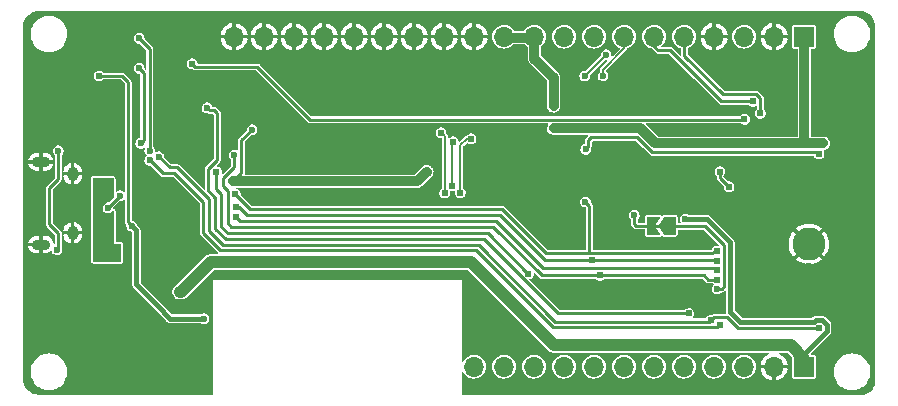
<source format=gbl>
G04 #@! TF.GenerationSoftware,KiCad,Pcbnew,6.0.0*
G04 #@! TF.CreationDate,2022-01-16T15:10:03+01:00*
G04 #@! TF.ProjectId,ESP32 UWB,45535033-3220-4555-9742-2e6b69636164,rev?*
G04 #@! TF.SameCoordinates,Original*
G04 #@! TF.FileFunction,Copper,L2,Bot*
G04 #@! TF.FilePolarity,Positive*
%FSLAX46Y46*%
G04 Gerber Fmt 4.6, Leading zero omitted, Abs format (unit mm)*
G04 Created by KiCad (PCBNEW 6.0.0) date 2022-01-16 15:10:03*
%MOMM*%
%LPD*%
G01*
G04 APERTURE LIST*
G04 Aperture macros list*
%AMFreePoly0*
4,1,6,1.000000,0.000000,0.500000,-0.750000,-0.500000,-0.750000,-0.500000,0.750000,0.500000,0.750000,1.000000,0.000000,1.000000,0.000000,$1*%
%AMFreePoly1*
4,1,6,0.500000,-0.750000,-0.650000,-0.750000,-0.150000,0.000000,-0.650000,0.750000,0.500000,0.750000,0.500000,-0.750000,0.500000,-0.750000,$1*%
G04 Aperture macros list end*
G04 #@! TA.AperFunction,ComponentPad*
%ADD10C,2.800000*%
G04 #@! TD*
G04 #@! TA.AperFunction,ComponentPad*
%ADD11O,1.550000X0.890000*%
G04 #@! TD*
G04 #@! TA.AperFunction,ComponentPad*
%ADD12O,0.950000X1.250000*%
G04 #@! TD*
G04 #@! TA.AperFunction,ComponentPad*
%ADD13R,1.700000X1.700000*%
G04 #@! TD*
G04 #@! TA.AperFunction,ComponentPad*
%ADD14O,1.700000X1.700000*%
G04 #@! TD*
G04 #@! TA.AperFunction,SMDPad,CuDef*
%ADD15FreePoly0,180.000000*%
G04 #@! TD*
G04 #@! TA.AperFunction,SMDPad,CuDef*
%ADD16FreePoly1,180.000000*%
G04 #@! TD*
G04 #@! TA.AperFunction,ViaPad*
%ADD17C,0.600000*%
G04 #@! TD*
G04 #@! TA.AperFunction,ViaPad*
%ADD18C,0.604800*%
G04 #@! TD*
G04 #@! TA.AperFunction,ViaPad*
%ADD19C,0.700000*%
G04 #@! TD*
G04 #@! TA.AperFunction,Conductor*
%ADD20C,0.812800*%
G04 #@! TD*
G04 #@! TA.AperFunction,Conductor*
%ADD21C,0.254000*%
G04 #@! TD*
G04 #@! TA.AperFunction,Conductor*
%ADD22C,0.406400*%
G04 #@! TD*
G04 #@! TA.AperFunction,Conductor*
%ADD23C,1.016000*%
G04 #@! TD*
G04 #@! TA.AperFunction,Conductor*
%ADD24C,0.200000*%
G04 #@! TD*
G04 APERTURE END LIST*
D10*
X178960000Y-108458000D03*
D11*
X113939000Y-108529000D03*
D12*
X116639000Y-102529000D03*
X116639000Y-107529000D03*
D11*
X113939000Y-101529000D03*
D13*
X178562000Y-90932000D03*
D14*
X176022000Y-90932000D03*
X173482000Y-90932000D03*
X170942000Y-90932000D03*
X168402000Y-90932000D03*
X165862000Y-90932000D03*
X163322000Y-90932000D03*
X160782000Y-90932000D03*
X158242000Y-90932000D03*
X155702000Y-90932000D03*
X153162000Y-90932000D03*
X150622000Y-90932000D03*
X148082000Y-90932000D03*
X145542000Y-90932000D03*
X143002000Y-90932000D03*
X140462000Y-90932000D03*
X137922000Y-90932000D03*
X135382000Y-90932000D03*
X132842000Y-90932000D03*
X130302000Y-90932000D03*
D13*
X178562000Y-118872000D03*
D14*
X176022000Y-118872000D03*
X173482000Y-118872000D03*
X170942000Y-118872000D03*
X168402000Y-118872000D03*
X165862000Y-118872000D03*
X163322000Y-118872000D03*
X160782000Y-118872000D03*
X158242000Y-118872000D03*
X155702000Y-118872000D03*
X153162000Y-118872000D03*
X150622000Y-118872000D03*
D15*
X167201100Y-106952655D03*
D16*
X165751100Y-106952655D03*
D17*
X136180406Y-101696055D03*
X176991700Y-106266855D03*
D18*
X177271100Y-97554655D03*
X172318100Y-97173655D03*
X155554100Y-100983655D03*
D17*
X135469206Y-100781655D03*
D18*
X161396100Y-95141655D03*
X182605100Y-112286655D03*
X115951000Y-117602000D03*
X159491100Y-111905655D03*
X154478300Y-92268359D03*
D17*
X141793806Y-102077055D03*
D18*
X158593100Y-96792655D03*
X123169100Y-103904655D03*
X117221000Y-119253000D03*
X172017717Y-105350283D03*
D17*
X181055700Y-108298855D03*
D18*
X169701900Y-118001655D03*
X120883100Y-110635655D03*
D17*
X115443000Y-105029000D03*
X138872806Y-102127855D03*
D18*
X124273800Y-89850455D03*
D17*
X136713806Y-104566255D03*
D18*
X157018300Y-92268359D03*
X119888000Y-117602000D03*
D17*
X141565206Y-100680055D03*
D18*
X180319100Y-118128655D03*
D17*
X141336606Y-104515455D03*
D18*
X117073100Y-101110655D03*
X117073100Y-120414655D03*
X131318000Y-97282000D03*
X156210000Y-94714355D03*
D17*
X138949006Y-104515455D03*
D18*
X118925500Y-90084255D03*
D17*
X142479606Y-104515455D03*
D18*
X127000000Y-113030000D03*
D17*
X115443000Y-106045000D03*
X137094806Y-102026255D03*
D18*
X115824000Y-92456000D03*
X164063100Y-100221655D03*
D17*
X137145606Y-100756255D03*
X179023700Y-106266855D03*
D18*
X151236100Y-100983655D03*
X157001900Y-118001655D03*
X113411000Y-96139000D03*
X124058100Y-104793655D03*
X117073100Y-99332655D03*
X170180000Y-101600000D03*
D17*
X134656406Y-101721455D03*
D18*
X128383506Y-91988559D03*
D17*
X137831406Y-104591655D03*
D18*
X179023700Y-104666655D03*
X183875100Y-116858655D03*
X170159100Y-104793655D03*
X172064100Y-94760655D03*
D17*
X135596206Y-104515455D03*
D18*
X120121100Y-101110655D03*
X166095100Y-108476655D03*
X124947100Y-105682655D03*
X155554100Y-103777655D03*
X175493100Y-104666655D03*
X151236100Y-103777655D03*
D17*
X140142806Y-104566255D03*
D18*
X172212000Y-107280155D03*
X126567200Y-90301655D03*
X124206000Y-98552000D03*
D17*
X140396806Y-102127855D03*
X179023700Y-110330855D03*
X121998100Y-98824655D03*
D18*
X183615700Y-93069355D03*
X167492100Y-93490655D03*
X116819100Y-89426655D03*
D17*
X115443000Y-104013000D03*
D18*
X118597100Y-97808655D03*
D17*
X176991700Y-108298855D03*
X181055700Y-110330855D03*
X134529406Y-104515455D03*
D18*
X168635100Y-98824655D03*
X181843100Y-116858655D03*
X122413606Y-114142055D03*
X166095100Y-111905655D03*
X181653400Y-93003855D03*
X175493100Y-112286655D03*
X162031100Y-104285655D03*
X171660600Y-113030000D03*
D17*
X139660206Y-101696055D03*
D18*
X120904000Y-118745000D03*
D17*
X142479606Y-101670655D03*
D18*
X169651100Y-108476655D03*
X150982100Y-112667655D03*
X158809800Y-94198955D03*
D17*
X135393006Y-102102455D03*
X181055700Y-106266855D03*
D18*
X180319100Y-120160655D03*
X182605100Y-104666655D03*
X175493100Y-108298855D03*
X125801636Y-108549955D03*
X128016000Y-117094000D03*
X179023700Y-112286655D03*
X145502206Y-99156055D03*
X159491100Y-108476655D03*
X162031100Y-108476655D03*
X124947100Y-103904655D03*
D17*
X141057206Y-101696055D03*
D18*
X121030300Y-89819155D03*
X169651100Y-92347655D03*
X162560000Y-100221655D03*
X122174000Y-117856000D03*
D17*
X176991700Y-110330855D03*
X138822006Y-100680055D03*
D18*
X151871100Y-116477655D03*
X156443100Y-111905655D03*
X180471100Y-89550755D03*
X180605006Y-91790055D03*
X172974000Y-101600000D03*
X155554100Y-106317655D03*
X170032100Y-96030655D03*
X146873806Y-99435455D03*
X123169100Y-105682655D03*
X164444100Y-94633655D03*
X172699100Y-98697655D03*
X154538100Y-116477655D03*
X163047100Y-111905655D03*
X165968100Y-101491655D03*
D17*
X138034606Y-101696055D03*
D18*
X164621900Y-118001655D03*
D17*
X140193606Y-100730855D03*
D18*
X182605100Y-108298855D03*
X112903000Y-117983000D03*
X122936000Y-111506000D03*
X156053100Y-96792655D03*
D19*
X180192100Y-99967655D03*
D18*
X157357500Y-96792655D03*
D17*
X131826000Y-98806000D03*
D18*
X118871100Y-94252655D03*
D19*
X146638700Y-102355255D03*
X157357500Y-98697655D03*
X130230300Y-103168055D03*
D17*
X127762000Y-114808000D03*
X121645100Y-106952655D03*
D19*
X119486100Y-109474000D03*
X118724100Y-109474000D03*
X120248100Y-109474000D03*
D17*
X119072100Y-103684655D03*
X168508300Y-106393655D03*
D19*
X125730000Y-112522000D03*
D18*
X126746000Y-93218000D03*
X173518100Y-97935655D03*
D17*
X115316000Y-108966000D03*
X115422100Y-100584000D03*
D18*
X174858100Y-97427655D03*
D17*
X160075300Y-100475655D03*
D18*
X179832000Y-100838000D03*
X174223100Y-96411655D03*
X150368000Y-99568000D03*
D17*
X161544000Y-94234000D03*
D18*
X149458100Y-104158655D03*
X172212000Y-103632000D03*
X148797700Y-103549055D03*
D17*
X161798000Y-92456000D03*
X159999100Y-94252655D03*
D18*
X148844000Y-99822000D03*
X171444711Y-102362000D03*
X147828000Y-99060000D03*
X148137300Y-104158655D03*
D17*
X123169100Y-101415455D03*
D18*
X171419958Y-115346042D03*
D17*
X123931100Y-101092000D03*
D18*
X170688000Y-114956555D03*
X179841500Y-115588655D03*
D17*
X171200500Y-112298855D03*
X128016000Y-96945055D03*
D18*
X168812900Y-114369455D03*
D17*
X164190100Y-106039655D03*
D18*
X171187900Y-111498855D03*
D17*
X130331200Y-100958955D03*
D18*
X161269100Y-111143655D03*
X130433500Y-106216055D03*
X171187900Y-110698855D03*
X130484300Y-105377855D03*
X171187900Y-109898855D03*
X160634100Y-109873655D03*
X130408100Y-104285655D03*
D17*
X160049900Y-104920655D03*
D18*
X171187900Y-109098855D03*
X128807900Y-102355255D03*
X155223900Y-110991255D03*
D17*
X119634000Y-105410000D03*
X120650000Y-104394000D03*
X122280100Y-91077655D03*
X123169100Y-100577255D03*
X122407100Y-99967655D03*
X122280100Y-93617655D03*
D20*
X153198100Y-91033655D02*
X155738100Y-91033655D01*
X155738100Y-92785655D02*
X157357500Y-94405055D01*
X130230300Y-103168055D02*
X145825900Y-103168055D01*
X178598100Y-99967655D02*
X180192100Y-99967655D01*
D21*
X121340300Y-106647855D02*
X121645100Y-106952655D01*
D20*
X165968100Y-99967655D02*
X164698100Y-98697655D01*
D22*
X123753300Y-113632855D02*
X122026100Y-111905655D01*
D21*
X130916100Y-99715900D02*
X130916100Y-102482255D01*
D20*
X178598100Y-99967655D02*
X165968100Y-99967655D01*
X145825900Y-103168055D02*
X146638700Y-102355255D01*
D22*
X127762000Y-114808000D02*
X124853548Y-114807316D01*
D20*
X157357500Y-96792655D02*
X157357500Y-94405055D01*
X178598100Y-99967655D02*
X178598100Y-91033655D01*
D21*
X131826000Y-98806000D02*
X130916100Y-99715900D01*
X121340300Y-94791455D02*
X121340300Y-106647855D01*
D22*
X122026100Y-107333655D02*
X121645100Y-106952655D01*
D21*
X130916100Y-102482255D02*
X130230300Y-103168055D01*
D20*
X164698100Y-98697655D02*
X157357500Y-98697655D01*
D21*
X120806900Y-94252655D02*
X121340300Y-94791455D01*
D20*
X155738100Y-91033655D02*
X155738100Y-92785655D01*
D21*
X118871100Y-94252655D02*
X120806900Y-94252655D01*
D22*
X122026100Y-111905655D02*
X122026100Y-107333655D01*
X124853548Y-114807316D02*
X123753300Y-113632855D01*
X179557100Y-114928255D02*
X180115900Y-114928255D01*
X172318100Y-108349655D02*
X172318100Y-114242455D01*
X168508300Y-106393655D02*
X170362100Y-106393655D01*
D23*
X150372500Y-110026055D02*
X157382900Y-117036455D01*
X178598100Y-118973655D02*
X178598100Y-118185655D01*
D22*
X179404700Y-115080655D02*
X179557100Y-114928255D01*
X180522300Y-115842655D02*
X178598100Y-117766855D01*
X180115900Y-114928255D02*
X180522300Y-115334655D01*
X172318100Y-114242455D02*
X173156300Y-115080655D01*
D23*
X157382900Y-117036455D02*
X177448900Y-117036455D01*
X125815133Y-112522000D02*
X128311078Y-110026055D01*
X177448900Y-117036455D02*
X178598100Y-118185655D01*
X128311078Y-110026055D02*
X150372500Y-110026055D01*
D22*
X178598100Y-117766855D02*
X178598100Y-118185655D01*
D23*
X125730000Y-112522000D02*
X125815133Y-112522000D01*
D22*
X173156300Y-115080655D02*
X179404700Y-115080655D01*
X180522300Y-115334655D02*
X180522300Y-115842655D01*
X170362100Y-106393655D02*
X172318100Y-108349655D01*
D21*
X136758100Y-97961055D02*
X173492700Y-97961055D01*
X126746000Y-93218000D02*
X127018655Y-93490655D01*
X115422100Y-107587655D02*
X114660100Y-106825655D01*
X173492700Y-97961055D02*
X173518100Y-97935655D01*
X115422100Y-108859900D02*
X115422100Y-107587655D01*
X114660100Y-106825655D02*
X114660100Y-103777655D01*
X127018655Y-93490655D02*
X132287700Y-93490655D01*
X132287700Y-93490655D02*
X136758100Y-97961055D01*
X115422100Y-103015655D02*
X115422100Y-100584000D01*
X115316000Y-108966000D02*
X115422100Y-108859900D01*
X114660100Y-103777655D02*
X115422100Y-103015655D01*
X174477100Y-95776655D02*
X171683100Y-95776655D01*
X174858100Y-97427655D02*
X174858100Y-96157655D01*
X174858100Y-96157655D02*
X174477100Y-95776655D01*
X171683100Y-95776655D02*
X168438100Y-92531655D01*
X168438100Y-92531655D02*
X168438100Y-91033655D01*
X165714100Y-100729655D02*
X164444100Y-99459655D01*
X160303900Y-99713655D02*
X160303900Y-100196255D01*
X160303900Y-100196255D02*
X160075300Y-100475655D01*
X164444100Y-99459655D02*
X160557900Y-99459655D01*
X179723655Y-100729655D02*
X165714100Y-100729655D01*
X167238100Y-92093655D02*
X166222100Y-92093655D01*
X166222100Y-92093655D02*
X165898100Y-91769655D01*
X174223100Y-96411655D02*
X171556100Y-96411655D01*
X179832000Y-100838000D02*
X179723655Y-100729655D01*
X165898100Y-91769655D02*
X165898100Y-91033655D01*
X160557900Y-99459655D02*
X160303900Y-99713655D01*
X171556100Y-96411655D02*
X167238100Y-92093655D01*
D24*
X163358100Y-91909655D02*
X163358100Y-91033655D01*
X149987000Y-99568000D02*
X150368000Y-99568000D01*
X161544000Y-93723755D02*
X163358100Y-91909655D01*
X149458100Y-100096900D02*
X149987000Y-99568000D01*
X161544000Y-94234000D02*
X161544000Y-93723755D01*
X149458100Y-104158655D02*
X149458100Y-100096900D01*
X161795755Y-92456000D02*
X159999100Y-94252655D01*
X148797700Y-99868300D02*
X148844000Y-99822000D01*
D21*
X171444711Y-102864711D02*
X171444711Y-102362000D01*
D24*
X148797700Y-103549055D02*
X148797700Y-99868300D01*
D21*
X172212000Y-103632000D02*
X171444711Y-102864711D01*
D24*
X161798000Y-92456000D02*
X161795755Y-92456000D01*
X148137300Y-104158655D02*
X148137300Y-99369300D01*
X148137300Y-99369300D02*
X147828000Y-99060000D01*
D21*
X171228145Y-115537855D02*
X157281300Y-115537855D01*
X127690300Y-107587655D02*
X127690300Y-104946055D01*
X150778900Y-109035455D02*
X129138100Y-109035455D01*
X124261300Y-102507655D02*
X123169100Y-101415455D01*
X157281300Y-115537855D02*
X150778900Y-109035455D01*
X171419958Y-115346042D02*
X171228145Y-115537855D01*
X125226500Y-102507655D02*
X124261300Y-102507655D01*
X129138100Y-109035455D02*
X127690300Y-107587655D01*
X127690300Y-104946055D02*
X125226500Y-102507655D01*
X157509900Y-115055255D02*
X170589300Y-115055255D01*
X151007500Y-108552855D02*
X157509900Y-115055255D01*
X170944900Y-114699655D02*
X172064100Y-114699655D01*
X170688000Y-114956555D02*
X170944900Y-114699655D01*
X125455100Y-101999655D02*
X128172900Y-104717455D01*
X172064100Y-114699655D02*
X172953100Y-115588655D01*
X129341300Y-108552855D02*
X151007500Y-108552855D01*
X128172900Y-104717455D02*
X128172900Y-107384455D01*
X128172900Y-107384455D02*
X129341300Y-108552855D01*
X123931100Y-101092000D02*
X124838755Y-101999655D01*
X172953100Y-115588655D02*
X179841500Y-115588655D01*
X124838755Y-101999655D02*
X125455100Y-101999655D01*
X170589300Y-115055255D02*
X170688000Y-114956555D01*
X128884100Y-97427655D02*
X128884100Y-101364655D01*
X128731700Y-104565055D02*
X128731700Y-107181255D01*
X129646100Y-108095655D02*
X151464700Y-108095655D01*
X167076100Y-106952655D02*
X165876100Y-106952655D01*
X128122100Y-103955455D02*
X128731700Y-104565055D01*
X167203100Y-106993855D02*
X170200300Y-106993855D01*
X128731700Y-107181255D02*
X129646100Y-108095655D01*
X167203100Y-106993855D02*
X167076100Y-106952655D01*
X164190100Y-106774855D02*
X164190100Y-106039655D01*
X128884100Y-101364655D02*
X128122100Y-102126655D01*
X171594700Y-112298855D02*
X171200500Y-112298855D01*
X171810100Y-108603655D02*
X171810100Y-112083455D01*
X171810100Y-112083455D02*
X171594700Y-112298855D01*
X151464700Y-108095655D02*
X157763900Y-114369455D01*
X128244600Y-97173655D02*
X128630100Y-97173655D01*
X128630100Y-97173655D02*
X128884100Y-97427655D01*
X128016000Y-96945055D02*
X128244600Y-97173655D01*
X165876100Y-106952655D02*
X164367900Y-106952655D01*
X128122100Y-102126655D02*
X128122100Y-103955455D01*
X170200300Y-106993855D02*
X171810100Y-108603655D01*
X164367900Y-106952655D02*
X164190100Y-106774855D01*
X157763900Y-114369455D02*
X168812900Y-114369455D01*
X129773100Y-106749455D02*
X130077900Y-107054255D01*
X130331200Y-100958955D02*
X130331200Y-101949555D01*
X130331200Y-101949555D02*
X129392100Y-102888655D01*
X156341500Y-111143655D02*
X152252100Y-107054255D01*
X130077900Y-107054255D02*
X152252100Y-107054255D01*
X161269100Y-111143655D02*
X156341500Y-111143655D01*
X170412700Y-111498855D02*
X170057500Y-111143655D01*
X129773100Y-106749455D02*
X129773100Y-103980855D01*
X171187900Y-111498855D02*
X170412700Y-111498855D01*
X170057500Y-111143655D02*
X161269100Y-111143655D01*
X129392100Y-103599855D02*
X129392100Y-102888655D01*
X129773100Y-103980855D02*
X129392100Y-103599855D01*
X171187900Y-110698855D02*
X170997700Y-110508655D01*
X156443100Y-110508655D02*
X170997700Y-110508655D01*
X156443100Y-110508655D02*
X152506100Y-106571655D01*
X130789100Y-106571655D02*
X152506100Y-106571655D01*
X130789100Y-106571655D02*
X130433500Y-106216055D01*
X131373300Y-106063655D02*
X130687500Y-105377855D01*
X131373300Y-106063655D02*
X152785500Y-106063655D01*
X170870700Y-109873655D02*
X160634100Y-109873655D01*
X156595500Y-109873655D02*
X152785500Y-106063655D01*
X130687500Y-105377855D02*
X130484300Y-105377855D01*
X171187900Y-109898855D02*
X170870700Y-109873655D01*
X160634100Y-109873655D02*
X156595500Y-109873655D01*
X171187900Y-109098855D02*
X170794100Y-109238655D01*
X160049900Y-104920655D02*
X160380100Y-105250855D01*
X160380100Y-105250855D02*
X160380100Y-109238655D01*
X160380100Y-109238655D02*
X170794100Y-109238655D01*
X156697100Y-109238655D02*
X160380100Y-109238655D01*
X130408100Y-104285655D02*
X131678100Y-105555655D01*
X131678100Y-105555655D02*
X153014100Y-105555655D01*
X153014100Y-105555655D02*
X156697100Y-109238655D01*
X128807900Y-103828455D02*
X128807900Y-102355255D01*
X151794900Y-107562255D02*
X129773100Y-107562255D01*
X129239700Y-104260255D02*
X128807900Y-103828455D01*
X129773100Y-107562255D02*
X129239700Y-107028855D01*
X129239700Y-107028855D02*
X129239700Y-104260255D01*
X155223900Y-110991255D02*
X151794900Y-107562255D01*
X119634000Y-105410000D02*
X120650000Y-104394000D01*
X123169100Y-100577255D02*
X123169100Y-91966655D01*
X123169100Y-91966655D02*
X122280100Y-91077655D01*
X122661100Y-93998655D02*
X122280100Y-93617655D01*
X122661100Y-99713655D02*
X122661100Y-93998655D01*
X122407100Y-99967655D02*
X122661100Y-99713655D01*
G04 #@! TA.AperFunction,Conductor*
G36*
X113936209Y-88753389D02*
G01*
X113936201Y-88754285D01*
X113937224Y-88753918D01*
X113944233Y-88757568D01*
X113956089Y-88753833D01*
X113961835Y-88754337D01*
X113966267Y-88753655D01*
X183279437Y-88753655D01*
X183289384Y-88757775D01*
X183296898Y-88754663D01*
X183297690Y-88754991D01*
X183297743Y-88754313D01*
X183486081Y-88769135D01*
X183495765Y-88770669D01*
X183557429Y-88785473D01*
X183682837Y-88815581D01*
X183692165Y-88818612D01*
X183869908Y-88892236D01*
X183878637Y-88896684D01*
X183986211Y-88962605D01*
X184042681Y-88997210D01*
X184050609Y-89002969D01*
X184196916Y-89127927D01*
X184203828Y-89134839D01*
X184328786Y-89281146D01*
X184334545Y-89289074D01*
X184431569Y-89447401D01*
X184435069Y-89453113D01*
X184439521Y-89461851D01*
X184513143Y-89639590D01*
X184516174Y-89648918D01*
X184561086Y-89835989D01*
X184562620Y-89845674D01*
X184577442Y-90034012D01*
X184573980Y-90042371D01*
X184578100Y-90052318D01*
X184578100Y-120072378D01*
X184573979Y-120082327D01*
X184576951Y-120089501D01*
X184576551Y-120090466D01*
X184577381Y-120090539D01*
X184560780Y-120280286D01*
X184558890Y-120291003D01*
X184528436Y-120404658D01*
X184508875Y-120477661D01*
X184505149Y-120487898D01*
X184423483Y-120663033D01*
X184418039Y-120672465D01*
X184362234Y-120752162D01*
X184307194Y-120830766D01*
X184300191Y-120839111D01*
X184163555Y-120975747D01*
X184155210Y-120982750D01*
X184122004Y-121006001D01*
X183996909Y-121093595D01*
X183987477Y-121099039D01*
X183812342Y-121180705D01*
X183802107Y-121184430D01*
X183615447Y-121234446D01*
X183604730Y-121236336D01*
X183414983Y-121252937D01*
X183406771Y-121249535D01*
X183396824Y-121253655D01*
X149668500Y-121253655D01*
X149624306Y-121235349D01*
X149606000Y-121191155D01*
X149606000Y-119347578D01*
X149624306Y-119303384D01*
X149668500Y-119285078D01*
X149712694Y-119303384D01*
X149724089Y-119319009D01*
X149774916Y-119417908D01*
X149897083Y-119572044D01*
X149899407Y-119574022D01*
X149899409Y-119574024D01*
X150044533Y-119697534D01*
X150046862Y-119699516D01*
X150218547Y-119795467D01*
X150221451Y-119796411D01*
X150221452Y-119796411D01*
X150402687Y-119855298D01*
X150402692Y-119855299D01*
X150405600Y-119856244D01*
X150600895Y-119879532D01*
X150603937Y-119879298D01*
X150603940Y-119879298D01*
X150793946Y-119864678D01*
X150793951Y-119864677D01*
X150796994Y-119864443D01*
X150808064Y-119861352D01*
X150983489Y-119812373D01*
X150983493Y-119812372D01*
X150986428Y-119811552D01*
X151045608Y-119781658D01*
X151159261Y-119724248D01*
X151161981Y-119722874D01*
X151164379Y-119721001D01*
X151164383Y-119720998D01*
X151285113Y-119626672D01*
X151316966Y-119601786D01*
X151340930Y-119574024D01*
X151378382Y-119530635D01*
X151445480Y-119452901D01*
X151509235Y-119340672D01*
X151541116Y-119284552D01*
X151541117Y-119284550D01*
X151542628Y-119281890D01*
X151604710Y-119095266D01*
X151608801Y-119062887D01*
X151629140Y-118901880D01*
X151629140Y-118901879D01*
X151629360Y-118900138D01*
X151629753Y-118872000D01*
X151628673Y-118860977D01*
X151628374Y-118857930D01*
X152154345Y-118857930D01*
X152157742Y-118898385D01*
X152169422Y-119037470D01*
X152170803Y-119053919D01*
X152225015Y-119242979D01*
X152314916Y-119417908D01*
X152437083Y-119572044D01*
X152439407Y-119574022D01*
X152439409Y-119574024D01*
X152584533Y-119697534D01*
X152586862Y-119699516D01*
X152758547Y-119795467D01*
X152761451Y-119796411D01*
X152761452Y-119796411D01*
X152942687Y-119855298D01*
X152942692Y-119855299D01*
X152945600Y-119856244D01*
X153140895Y-119879532D01*
X153143937Y-119879298D01*
X153143940Y-119879298D01*
X153333946Y-119864678D01*
X153333951Y-119864677D01*
X153336994Y-119864443D01*
X153348064Y-119861352D01*
X153523489Y-119812373D01*
X153523493Y-119812372D01*
X153526428Y-119811552D01*
X153585608Y-119781658D01*
X153699261Y-119724248D01*
X153701981Y-119722874D01*
X153704379Y-119721001D01*
X153704383Y-119720998D01*
X153825113Y-119626672D01*
X153856966Y-119601786D01*
X153880930Y-119574024D01*
X153918382Y-119530635D01*
X153985480Y-119452901D01*
X154049235Y-119340672D01*
X154081116Y-119284552D01*
X154081117Y-119284550D01*
X154082628Y-119281890D01*
X154144710Y-119095266D01*
X154148801Y-119062887D01*
X154169140Y-118901880D01*
X154169140Y-118901879D01*
X154169360Y-118900138D01*
X154169753Y-118872000D01*
X154168673Y-118860977D01*
X154168374Y-118857930D01*
X154694345Y-118857930D01*
X154697742Y-118898385D01*
X154709422Y-119037470D01*
X154710803Y-119053919D01*
X154765015Y-119242979D01*
X154854916Y-119417908D01*
X154977083Y-119572044D01*
X154979407Y-119574022D01*
X154979409Y-119574024D01*
X155124533Y-119697534D01*
X155126862Y-119699516D01*
X155298547Y-119795467D01*
X155301451Y-119796411D01*
X155301452Y-119796411D01*
X155482687Y-119855298D01*
X155482692Y-119855299D01*
X155485600Y-119856244D01*
X155680895Y-119879532D01*
X155683937Y-119879298D01*
X155683940Y-119879298D01*
X155873946Y-119864678D01*
X155873951Y-119864677D01*
X155876994Y-119864443D01*
X155888064Y-119861352D01*
X156063489Y-119812373D01*
X156063493Y-119812372D01*
X156066428Y-119811552D01*
X156125608Y-119781658D01*
X156239261Y-119724248D01*
X156241981Y-119722874D01*
X156244379Y-119721001D01*
X156244383Y-119720998D01*
X156365113Y-119626672D01*
X156396966Y-119601786D01*
X156420930Y-119574024D01*
X156458382Y-119530635D01*
X156525480Y-119452901D01*
X156589235Y-119340672D01*
X156621116Y-119284552D01*
X156621117Y-119284550D01*
X156622628Y-119281890D01*
X156684710Y-119095266D01*
X156688801Y-119062887D01*
X156709140Y-118901880D01*
X156709140Y-118901879D01*
X156709360Y-118900138D01*
X156709753Y-118872000D01*
X156708673Y-118860977D01*
X156708374Y-118857930D01*
X157234345Y-118857930D01*
X157237742Y-118898385D01*
X157249422Y-119037470D01*
X157250803Y-119053919D01*
X157305015Y-119242979D01*
X157394916Y-119417908D01*
X157517083Y-119572044D01*
X157519407Y-119574022D01*
X157519409Y-119574024D01*
X157664533Y-119697534D01*
X157666862Y-119699516D01*
X157838547Y-119795467D01*
X157841451Y-119796411D01*
X157841452Y-119796411D01*
X158022687Y-119855298D01*
X158022692Y-119855299D01*
X158025600Y-119856244D01*
X158220895Y-119879532D01*
X158223937Y-119879298D01*
X158223940Y-119879298D01*
X158413946Y-119864678D01*
X158413951Y-119864677D01*
X158416994Y-119864443D01*
X158428064Y-119861352D01*
X158603489Y-119812373D01*
X158603493Y-119812372D01*
X158606428Y-119811552D01*
X158665608Y-119781658D01*
X158779261Y-119724248D01*
X158781981Y-119722874D01*
X158784379Y-119721001D01*
X158784383Y-119720998D01*
X158905113Y-119626672D01*
X158936966Y-119601786D01*
X158960930Y-119574024D01*
X158998382Y-119530635D01*
X159065480Y-119452901D01*
X159129235Y-119340672D01*
X159161116Y-119284552D01*
X159161117Y-119284550D01*
X159162628Y-119281890D01*
X159224710Y-119095266D01*
X159228801Y-119062887D01*
X159249140Y-118901880D01*
X159249140Y-118901879D01*
X159249360Y-118900138D01*
X159249753Y-118872000D01*
X159248673Y-118860977D01*
X159248374Y-118857930D01*
X159774345Y-118857930D01*
X159777742Y-118898385D01*
X159789422Y-119037470D01*
X159790803Y-119053919D01*
X159845015Y-119242979D01*
X159934916Y-119417908D01*
X160057083Y-119572044D01*
X160059407Y-119574022D01*
X160059409Y-119574024D01*
X160204533Y-119697534D01*
X160206862Y-119699516D01*
X160378547Y-119795467D01*
X160381451Y-119796411D01*
X160381452Y-119796411D01*
X160562687Y-119855298D01*
X160562692Y-119855299D01*
X160565600Y-119856244D01*
X160760895Y-119879532D01*
X160763937Y-119879298D01*
X160763940Y-119879298D01*
X160953946Y-119864678D01*
X160953951Y-119864677D01*
X160956994Y-119864443D01*
X160968064Y-119861352D01*
X161143489Y-119812373D01*
X161143493Y-119812372D01*
X161146428Y-119811552D01*
X161205608Y-119781658D01*
X161319261Y-119724248D01*
X161321981Y-119722874D01*
X161324379Y-119721001D01*
X161324383Y-119720998D01*
X161445113Y-119626672D01*
X161476966Y-119601786D01*
X161500930Y-119574024D01*
X161538382Y-119530635D01*
X161605480Y-119452901D01*
X161669235Y-119340672D01*
X161701116Y-119284552D01*
X161701117Y-119284550D01*
X161702628Y-119281890D01*
X161764710Y-119095266D01*
X161768801Y-119062887D01*
X161789140Y-118901880D01*
X161789140Y-118901879D01*
X161789360Y-118900138D01*
X161789753Y-118872000D01*
X161788673Y-118860977D01*
X161788374Y-118857930D01*
X162314345Y-118857930D01*
X162317742Y-118898385D01*
X162329422Y-119037470D01*
X162330803Y-119053919D01*
X162385015Y-119242979D01*
X162474916Y-119417908D01*
X162597083Y-119572044D01*
X162599407Y-119574022D01*
X162599409Y-119574024D01*
X162744533Y-119697534D01*
X162746862Y-119699516D01*
X162918547Y-119795467D01*
X162921451Y-119796411D01*
X162921452Y-119796411D01*
X163102687Y-119855298D01*
X163102692Y-119855299D01*
X163105600Y-119856244D01*
X163300895Y-119879532D01*
X163303937Y-119879298D01*
X163303940Y-119879298D01*
X163493946Y-119864678D01*
X163493951Y-119864677D01*
X163496994Y-119864443D01*
X163508064Y-119861352D01*
X163683489Y-119812373D01*
X163683493Y-119812372D01*
X163686428Y-119811552D01*
X163745608Y-119781658D01*
X163859261Y-119724248D01*
X163861981Y-119722874D01*
X163864379Y-119721001D01*
X163864383Y-119720998D01*
X163985113Y-119626672D01*
X164016966Y-119601786D01*
X164040930Y-119574024D01*
X164078382Y-119530635D01*
X164145480Y-119452901D01*
X164209235Y-119340672D01*
X164241116Y-119284552D01*
X164241117Y-119284550D01*
X164242628Y-119281890D01*
X164304710Y-119095266D01*
X164308801Y-119062887D01*
X164329140Y-118901880D01*
X164329140Y-118901879D01*
X164329360Y-118900138D01*
X164329753Y-118872000D01*
X164328673Y-118860977D01*
X164328374Y-118857930D01*
X164854345Y-118857930D01*
X164857742Y-118898385D01*
X164869422Y-119037470D01*
X164870803Y-119053919D01*
X164925015Y-119242979D01*
X165014916Y-119417908D01*
X165137083Y-119572044D01*
X165139407Y-119574022D01*
X165139409Y-119574024D01*
X165284533Y-119697534D01*
X165286862Y-119699516D01*
X165458547Y-119795467D01*
X165461451Y-119796411D01*
X165461452Y-119796411D01*
X165642687Y-119855298D01*
X165642692Y-119855299D01*
X165645600Y-119856244D01*
X165840895Y-119879532D01*
X165843937Y-119879298D01*
X165843940Y-119879298D01*
X166033946Y-119864678D01*
X166033951Y-119864677D01*
X166036994Y-119864443D01*
X166048064Y-119861352D01*
X166223489Y-119812373D01*
X166223493Y-119812372D01*
X166226428Y-119811552D01*
X166285608Y-119781658D01*
X166399261Y-119724248D01*
X166401981Y-119722874D01*
X166404379Y-119721001D01*
X166404383Y-119720998D01*
X166525113Y-119626672D01*
X166556966Y-119601786D01*
X166580930Y-119574024D01*
X166618382Y-119530635D01*
X166685480Y-119452901D01*
X166749235Y-119340672D01*
X166781116Y-119284552D01*
X166781117Y-119284550D01*
X166782628Y-119281890D01*
X166844710Y-119095266D01*
X166848801Y-119062887D01*
X166869140Y-118901880D01*
X166869140Y-118901879D01*
X166869360Y-118900138D01*
X166869753Y-118872000D01*
X166868673Y-118860977D01*
X166868374Y-118857930D01*
X167394345Y-118857930D01*
X167397742Y-118898385D01*
X167409422Y-119037470D01*
X167410803Y-119053919D01*
X167465015Y-119242979D01*
X167554916Y-119417908D01*
X167677083Y-119572044D01*
X167679407Y-119574022D01*
X167679409Y-119574024D01*
X167824533Y-119697534D01*
X167826862Y-119699516D01*
X167998547Y-119795467D01*
X168001451Y-119796411D01*
X168001452Y-119796411D01*
X168182687Y-119855298D01*
X168182692Y-119855299D01*
X168185600Y-119856244D01*
X168380895Y-119879532D01*
X168383937Y-119879298D01*
X168383940Y-119879298D01*
X168573946Y-119864678D01*
X168573951Y-119864677D01*
X168576994Y-119864443D01*
X168588064Y-119861352D01*
X168763489Y-119812373D01*
X168763493Y-119812372D01*
X168766428Y-119811552D01*
X168825608Y-119781658D01*
X168939261Y-119724248D01*
X168941981Y-119722874D01*
X168944379Y-119721001D01*
X168944383Y-119720998D01*
X169065113Y-119626672D01*
X169096966Y-119601786D01*
X169120930Y-119574024D01*
X169158382Y-119530635D01*
X169225480Y-119452901D01*
X169289235Y-119340672D01*
X169321116Y-119284552D01*
X169321117Y-119284550D01*
X169322628Y-119281890D01*
X169384710Y-119095266D01*
X169388801Y-119062887D01*
X169409140Y-118901880D01*
X169409140Y-118901879D01*
X169409360Y-118900138D01*
X169409753Y-118872000D01*
X169408673Y-118860977D01*
X169408374Y-118857930D01*
X169934345Y-118857930D01*
X169937742Y-118898385D01*
X169949422Y-119037470D01*
X169950803Y-119053919D01*
X170005015Y-119242979D01*
X170094916Y-119417908D01*
X170217083Y-119572044D01*
X170219407Y-119574022D01*
X170219409Y-119574024D01*
X170364533Y-119697534D01*
X170366862Y-119699516D01*
X170538547Y-119795467D01*
X170541451Y-119796411D01*
X170541452Y-119796411D01*
X170722687Y-119855298D01*
X170722692Y-119855299D01*
X170725600Y-119856244D01*
X170920895Y-119879532D01*
X170923937Y-119879298D01*
X170923940Y-119879298D01*
X171113946Y-119864678D01*
X171113951Y-119864677D01*
X171116994Y-119864443D01*
X171128064Y-119861352D01*
X171303489Y-119812373D01*
X171303493Y-119812372D01*
X171306428Y-119811552D01*
X171365608Y-119781658D01*
X171479261Y-119724248D01*
X171481981Y-119722874D01*
X171484379Y-119721001D01*
X171484383Y-119720998D01*
X171605113Y-119626672D01*
X171636966Y-119601786D01*
X171660930Y-119574024D01*
X171698382Y-119530635D01*
X171765480Y-119452901D01*
X171829235Y-119340672D01*
X171861116Y-119284552D01*
X171861117Y-119284550D01*
X171862628Y-119281890D01*
X171924710Y-119095266D01*
X171928801Y-119062887D01*
X171949140Y-118901880D01*
X171949140Y-118901879D01*
X171949360Y-118900138D01*
X171949753Y-118872000D01*
X171948673Y-118860977D01*
X171948374Y-118857930D01*
X172474345Y-118857930D01*
X172477742Y-118898385D01*
X172489422Y-119037470D01*
X172490803Y-119053919D01*
X172545015Y-119242979D01*
X172634916Y-119417908D01*
X172757083Y-119572044D01*
X172759407Y-119574022D01*
X172759409Y-119574024D01*
X172904533Y-119697534D01*
X172906862Y-119699516D01*
X173078547Y-119795467D01*
X173081451Y-119796411D01*
X173081452Y-119796411D01*
X173262687Y-119855298D01*
X173262692Y-119855299D01*
X173265600Y-119856244D01*
X173460895Y-119879532D01*
X173463937Y-119879298D01*
X173463940Y-119879298D01*
X173653946Y-119864678D01*
X173653951Y-119864677D01*
X173656994Y-119864443D01*
X173668064Y-119861352D01*
X173843489Y-119812373D01*
X173843493Y-119812372D01*
X173846428Y-119811552D01*
X173905608Y-119781658D01*
X174019261Y-119724248D01*
X174021981Y-119722874D01*
X174024379Y-119721001D01*
X174024383Y-119720998D01*
X174145113Y-119626672D01*
X174176966Y-119601786D01*
X174200930Y-119574024D01*
X174238382Y-119530635D01*
X174305480Y-119452901D01*
X174369235Y-119340672D01*
X174401116Y-119284552D01*
X174401117Y-119284550D01*
X174402628Y-119281890D01*
X174464710Y-119095266D01*
X174468801Y-119062887D01*
X174472012Y-119037470D01*
X174876288Y-119037470D01*
X174877137Y-119050434D01*
X174878031Y-119056080D01*
X174928826Y-119256089D01*
X174930729Y-119261462D01*
X175017126Y-119448871D01*
X175019977Y-119453810D01*
X175139079Y-119622335D01*
X175142784Y-119626672D01*
X175290602Y-119770671D01*
X175295035Y-119774260D01*
X175466617Y-119888907D01*
X175471633Y-119891631D01*
X175661240Y-119973092D01*
X175666657Y-119974852D01*
X175857875Y-120018120D01*
X175867252Y-120016509D01*
X175870000Y-120012621D01*
X175870000Y-120003680D01*
X176174000Y-120003680D01*
X176177641Y-120012470D01*
X176183208Y-120014776D01*
X176289714Y-119999333D01*
X176295263Y-119998001D01*
X176490672Y-119931669D01*
X176495884Y-119929348D01*
X176675933Y-119828516D01*
X176680635Y-119825285D01*
X176839299Y-119693325D01*
X176843325Y-119689299D01*
X176975285Y-119530635D01*
X176978516Y-119525933D01*
X177079348Y-119345884D01*
X177081669Y-119340672D01*
X177148001Y-119145263D01*
X177149333Y-119139714D01*
X177164327Y-119036304D01*
X177161985Y-119027082D01*
X177156805Y-119024000D01*
X176186431Y-119024000D01*
X176177641Y-119027641D01*
X176174000Y-119036431D01*
X176174000Y-120003680D01*
X175870000Y-120003680D01*
X175870000Y-119036431D01*
X175866359Y-119027641D01*
X175857569Y-119024000D01*
X174887836Y-119024000D01*
X174880161Y-119027179D01*
X174876288Y-119037470D01*
X174472012Y-119037470D01*
X174489140Y-118901880D01*
X174489140Y-118901879D01*
X174489360Y-118900138D01*
X174489753Y-118872000D01*
X174488673Y-118860977D01*
X174470859Y-118679300D01*
X174470561Y-118676260D01*
X174413714Y-118487975D01*
X174321379Y-118314318D01*
X174197072Y-118161903D01*
X174045528Y-118036535D01*
X174042839Y-118035081D01*
X174042836Y-118035079D01*
X173919478Y-117968380D01*
X173872520Y-117942990D01*
X173788183Y-117916883D01*
X173687552Y-117885732D01*
X173687549Y-117885731D01*
X173684637Y-117884830D01*
X173681606Y-117884511D01*
X173681604Y-117884511D01*
X173604578Y-117876416D01*
X173489035Y-117864272D01*
X173486002Y-117864548D01*
X173485998Y-117864548D01*
X173378415Y-117874339D01*
X173293166Y-117882097D01*
X173290233Y-117882960D01*
X173290229Y-117882961D01*
X173170078Y-117918324D01*
X173104489Y-117937628D01*
X172930192Y-118028748D01*
X172776912Y-118151988D01*
X172650489Y-118302653D01*
X172555739Y-118475004D01*
X172496269Y-118662476D01*
X172495928Y-118665514D01*
X172495928Y-118665515D01*
X172478496Y-118820928D01*
X172474345Y-118857930D01*
X171948374Y-118857930D01*
X171930859Y-118679300D01*
X171930561Y-118676260D01*
X171873714Y-118487975D01*
X171781379Y-118314318D01*
X171657072Y-118161903D01*
X171505528Y-118036535D01*
X171502839Y-118035081D01*
X171502836Y-118035079D01*
X171379478Y-117968380D01*
X171332520Y-117942990D01*
X171248183Y-117916883D01*
X171147552Y-117885732D01*
X171147549Y-117885731D01*
X171144637Y-117884830D01*
X171141606Y-117884511D01*
X171141604Y-117884511D01*
X171064578Y-117876416D01*
X170949035Y-117864272D01*
X170946002Y-117864548D01*
X170945998Y-117864548D01*
X170838415Y-117874339D01*
X170753166Y-117882097D01*
X170750233Y-117882960D01*
X170750229Y-117882961D01*
X170630078Y-117918324D01*
X170564489Y-117937628D01*
X170390192Y-118028748D01*
X170236912Y-118151988D01*
X170110489Y-118302653D01*
X170015739Y-118475004D01*
X169956269Y-118662476D01*
X169955928Y-118665514D01*
X169955928Y-118665515D01*
X169938496Y-118820928D01*
X169934345Y-118857930D01*
X169408374Y-118857930D01*
X169390859Y-118679300D01*
X169390561Y-118676260D01*
X169333714Y-118487975D01*
X169241379Y-118314318D01*
X169117072Y-118161903D01*
X168965528Y-118036535D01*
X168962839Y-118035081D01*
X168962836Y-118035079D01*
X168839478Y-117968380D01*
X168792520Y-117942990D01*
X168708183Y-117916883D01*
X168607552Y-117885732D01*
X168607549Y-117885731D01*
X168604637Y-117884830D01*
X168601606Y-117884511D01*
X168601604Y-117884511D01*
X168524578Y-117876416D01*
X168409035Y-117864272D01*
X168406002Y-117864548D01*
X168405998Y-117864548D01*
X168298415Y-117874339D01*
X168213166Y-117882097D01*
X168210233Y-117882960D01*
X168210229Y-117882961D01*
X168090078Y-117918324D01*
X168024489Y-117937628D01*
X167850192Y-118028748D01*
X167696912Y-118151988D01*
X167570489Y-118302653D01*
X167475739Y-118475004D01*
X167416269Y-118662476D01*
X167415928Y-118665514D01*
X167415928Y-118665515D01*
X167398496Y-118820928D01*
X167394345Y-118857930D01*
X166868374Y-118857930D01*
X166850859Y-118679300D01*
X166850561Y-118676260D01*
X166793714Y-118487975D01*
X166701379Y-118314318D01*
X166577072Y-118161903D01*
X166425528Y-118036535D01*
X166422839Y-118035081D01*
X166422836Y-118035079D01*
X166299478Y-117968380D01*
X166252520Y-117942990D01*
X166168183Y-117916883D01*
X166067552Y-117885732D01*
X166067549Y-117885731D01*
X166064637Y-117884830D01*
X166061606Y-117884511D01*
X166061604Y-117884511D01*
X165984578Y-117876416D01*
X165869035Y-117864272D01*
X165866002Y-117864548D01*
X165865998Y-117864548D01*
X165758415Y-117874339D01*
X165673166Y-117882097D01*
X165670233Y-117882960D01*
X165670229Y-117882961D01*
X165550078Y-117918324D01*
X165484489Y-117937628D01*
X165310192Y-118028748D01*
X165156912Y-118151988D01*
X165030489Y-118302653D01*
X164935739Y-118475004D01*
X164876269Y-118662476D01*
X164875928Y-118665514D01*
X164875928Y-118665515D01*
X164858496Y-118820928D01*
X164854345Y-118857930D01*
X164328374Y-118857930D01*
X164310859Y-118679300D01*
X164310561Y-118676260D01*
X164253714Y-118487975D01*
X164161379Y-118314318D01*
X164037072Y-118161903D01*
X163885528Y-118036535D01*
X163882839Y-118035081D01*
X163882836Y-118035079D01*
X163759478Y-117968380D01*
X163712520Y-117942990D01*
X163628183Y-117916883D01*
X163527552Y-117885732D01*
X163527549Y-117885731D01*
X163524637Y-117884830D01*
X163521606Y-117884511D01*
X163521604Y-117884511D01*
X163444578Y-117876416D01*
X163329035Y-117864272D01*
X163326002Y-117864548D01*
X163325998Y-117864548D01*
X163218415Y-117874339D01*
X163133166Y-117882097D01*
X163130233Y-117882960D01*
X163130229Y-117882961D01*
X163010078Y-117918324D01*
X162944489Y-117937628D01*
X162770192Y-118028748D01*
X162616912Y-118151988D01*
X162490489Y-118302653D01*
X162395739Y-118475004D01*
X162336269Y-118662476D01*
X162335928Y-118665514D01*
X162335928Y-118665515D01*
X162318496Y-118820928D01*
X162314345Y-118857930D01*
X161788374Y-118857930D01*
X161770859Y-118679300D01*
X161770561Y-118676260D01*
X161713714Y-118487975D01*
X161621379Y-118314318D01*
X161497072Y-118161903D01*
X161345528Y-118036535D01*
X161342839Y-118035081D01*
X161342836Y-118035079D01*
X161219478Y-117968380D01*
X161172520Y-117942990D01*
X161088183Y-117916883D01*
X160987552Y-117885732D01*
X160987549Y-117885731D01*
X160984637Y-117884830D01*
X160981606Y-117884511D01*
X160981604Y-117884511D01*
X160904578Y-117876416D01*
X160789035Y-117864272D01*
X160786002Y-117864548D01*
X160785998Y-117864548D01*
X160678415Y-117874339D01*
X160593166Y-117882097D01*
X160590233Y-117882960D01*
X160590229Y-117882961D01*
X160470078Y-117918324D01*
X160404489Y-117937628D01*
X160230192Y-118028748D01*
X160076912Y-118151988D01*
X159950489Y-118302653D01*
X159855739Y-118475004D01*
X159796269Y-118662476D01*
X159795928Y-118665514D01*
X159795928Y-118665515D01*
X159778496Y-118820928D01*
X159774345Y-118857930D01*
X159248374Y-118857930D01*
X159230859Y-118679300D01*
X159230561Y-118676260D01*
X159173714Y-118487975D01*
X159081379Y-118314318D01*
X158957072Y-118161903D01*
X158805528Y-118036535D01*
X158802839Y-118035081D01*
X158802836Y-118035079D01*
X158679478Y-117968380D01*
X158632520Y-117942990D01*
X158548183Y-117916883D01*
X158447552Y-117885732D01*
X158447549Y-117885731D01*
X158444637Y-117884830D01*
X158441606Y-117884511D01*
X158441604Y-117884511D01*
X158364578Y-117876416D01*
X158249035Y-117864272D01*
X158246002Y-117864548D01*
X158245998Y-117864548D01*
X158138415Y-117874339D01*
X158053166Y-117882097D01*
X158050233Y-117882960D01*
X158050229Y-117882961D01*
X157930078Y-117918324D01*
X157864489Y-117937628D01*
X157690192Y-118028748D01*
X157536912Y-118151988D01*
X157410489Y-118302653D01*
X157315739Y-118475004D01*
X157256269Y-118662476D01*
X157255928Y-118665514D01*
X157255928Y-118665515D01*
X157238496Y-118820928D01*
X157234345Y-118857930D01*
X156708374Y-118857930D01*
X156690859Y-118679300D01*
X156690561Y-118676260D01*
X156633714Y-118487975D01*
X156541379Y-118314318D01*
X156417072Y-118161903D01*
X156265528Y-118036535D01*
X156262839Y-118035081D01*
X156262836Y-118035079D01*
X156139478Y-117968380D01*
X156092520Y-117942990D01*
X156008183Y-117916883D01*
X155907552Y-117885732D01*
X155907549Y-117885731D01*
X155904637Y-117884830D01*
X155901606Y-117884511D01*
X155901604Y-117884511D01*
X155824578Y-117876416D01*
X155709035Y-117864272D01*
X155706002Y-117864548D01*
X155705998Y-117864548D01*
X155598415Y-117874339D01*
X155513166Y-117882097D01*
X155510233Y-117882960D01*
X155510229Y-117882961D01*
X155390078Y-117918324D01*
X155324489Y-117937628D01*
X155150192Y-118028748D01*
X154996912Y-118151988D01*
X154870489Y-118302653D01*
X154775739Y-118475004D01*
X154716269Y-118662476D01*
X154715928Y-118665514D01*
X154715928Y-118665515D01*
X154698496Y-118820928D01*
X154694345Y-118857930D01*
X154168374Y-118857930D01*
X154150859Y-118679300D01*
X154150561Y-118676260D01*
X154093714Y-118487975D01*
X154001379Y-118314318D01*
X153877072Y-118161903D01*
X153725528Y-118036535D01*
X153722839Y-118035081D01*
X153722836Y-118035079D01*
X153599478Y-117968380D01*
X153552520Y-117942990D01*
X153468183Y-117916883D01*
X153367552Y-117885732D01*
X153367549Y-117885731D01*
X153364637Y-117884830D01*
X153361606Y-117884511D01*
X153361604Y-117884511D01*
X153284578Y-117876416D01*
X153169035Y-117864272D01*
X153166002Y-117864548D01*
X153165998Y-117864548D01*
X153058415Y-117874339D01*
X152973166Y-117882097D01*
X152970233Y-117882960D01*
X152970229Y-117882961D01*
X152850078Y-117918324D01*
X152784489Y-117937628D01*
X152610192Y-118028748D01*
X152456912Y-118151988D01*
X152330489Y-118302653D01*
X152235739Y-118475004D01*
X152176269Y-118662476D01*
X152175928Y-118665514D01*
X152175928Y-118665515D01*
X152158496Y-118820928D01*
X152154345Y-118857930D01*
X151628374Y-118857930D01*
X151610859Y-118679300D01*
X151610561Y-118676260D01*
X151553714Y-118487975D01*
X151461379Y-118314318D01*
X151337072Y-118161903D01*
X151185528Y-118036535D01*
X151182839Y-118035081D01*
X151182836Y-118035079D01*
X151059478Y-117968380D01*
X151012520Y-117942990D01*
X150928183Y-117916883D01*
X150827552Y-117885732D01*
X150827549Y-117885731D01*
X150824637Y-117884830D01*
X150821606Y-117884511D01*
X150821604Y-117884511D01*
X150744578Y-117876416D01*
X150629035Y-117864272D01*
X150626002Y-117864548D01*
X150625998Y-117864548D01*
X150518415Y-117874339D01*
X150433166Y-117882097D01*
X150430233Y-117882960D01*
X150430229Y-117882961D01*
X150310078Y-117918324D01*
X150244489Y-117937628D01*
X150070192Y-118028748D01*
X149916912Y-118151988D01*
X149790489Y-118302653D01*
X149723269Y-118424927D01*
X149685937Y-118454836D01*
X149638391Y-118449587D01*
X149608482Y-118412255D01*
X149606000Y-118394818D01*
X149606000Y-111506000D01*
X128524000Y-111506000D01*
X128524000Y-121191155D01*
X128505694Y-121235349D01*
X128461500Y-121253655D01*
X113995759Y-121253655D01*
X113991435Y-121252986D01*
X113985572Y-121253490D01*
X113973720Y-121249734D01*
X113966503Y-121253478D01*
X113965686Y-121253219D01*
X113965691Y-121253899D01*
X113754174Y-121255426D01*
X113744404Y-121254728D01*
X113531830Y-121222630D01*
X113522279Y-121220410D01*
X113317342Y-121155454D01*
X113308254Y-121151766D01*
X113116007Y-121055553D01*
X113107608Y-121050489D01*
X112932779Y-120925386D01*
X112925276Y-120919071D01*
X112787151Y-120782926D01*
X112772169Y-120768158D01*
X112765747Y-120760749D01*
X112752991Y-120743455D01*
X112638133Y-120587744D01*
X112632948Y-120579419D01*
X112533966Y-120388576D01*
X112530148Y-120379542D01*
X112516864Y-120339640D01*
X112462241Y-120175567D01*
X112459884Y-120166053D01*
X112425726Y-119960025D01*
X112425725Y-119960024D01*
X112425288Y-119957386D01*
X112428021Y-119948763D01*
X112424506Y-119941986D01*
X112424754Y-119941203D01*
X112424100Y-119941203D01*
X112424100Y-119303655D01*
X113073307Y-119303655D01*
X113092449Y-119546878D01*
X113093024Y-119549272D01*
X113137370Y-119733985D01*
X113149404Y-119784112D01*
X113150343Y-119786379D01*
X113150344Y-119786382D01*
X113150507Y-119786776D01*
X113242769Y-120009516D01*
X113244051Y-120011608D01*
X113344529Y-120175572D01*
X113370246Y-120217539D01*
X113528695Y-120403060D01*
X113714216Y-120561509D01*
X113716311Y-120562793D01*
X113716314Y-120562795D01*
X113795487Y-120611312D01*
X113922239Y-120688986D01*
X114052780Y-120743058D01*
X114145373Y-120781411D01*
X114145376Y-120781412D01*
X114147643Y-120782351D01*
X114150034Y-120782925D01*
X114150037Y-120782926D01*
X114266260Y-120810828D01*
X114384877Y-120839306D01*
X114628100Y-120858448D01*
X114871323Y-120839306D01*
X114989940Y-120810828D01*
X115106163Y-120782926D01*
X115106166Y-120782925D01*
X115108557Y-120782351D01*
X115110824Y-120781412D01*
X115110827Y-120781411D01*
X115203420Y-120743058D01*
X115333961Y-120688986D01*
X115460713Y-120611312D01*
X115539886Y-120562795D01*
X115539889Y-120562793D01*
X115541984Y-120561509D01*
X115727505Y-120403060D01*
X115885954Y-120217539D01*
X115911672Y-120175572D01*
X116012149Y-120011608D01*
X116013431Y-120009516D01*
X116105693Y-119786776D01*
X116105856Y-119786382D01*
X116105857Y-119786379D01*
X116106796Y-119784112D01*
X116118831Y-119733985D01*
X116163176Y-119549272D01*
X116163751Y-119546878D01*
X116182893Y-119303655D01*
X116163751Y-119060432D01*
X116118930Y-118873738D01*
X116107371Y-118825592D01*
X116107370Y-118825589D01*
X116106796Y-118823198D01*
X116013431Y-118597794D01*
X115925379Y-118454107D01*
X115887240Y-118391869D01*
X115887238Y-118391866D01*
X115885954Y-118389771D01*
X115727505Y-118204250D01*
X115541984Y-118045801D01*
X115539889Y-118044517D01*
X115539886Y-118044515D01*
X115336053Y-117919606D01*
X115333961Y-117918324D01*
X115186363Y-117857187D01*
X115110827Y-117825899D01*
X115110824Y-117825898D01*
X115108557Y-117824959D01*
X115106166Y-117824385D01*
X115106163Y-117824384D01*
X114940146Y-117784527D01*
X114871323Y-117768004D01*
X114628100Y-117748862D01*
X114384877Y-117768004D01*
X114316054Y-117784527D01*
X114150037Y-117824384D01*
X114150034Y-117824385D01*
X114147643Y-117824959D01*
X114145376Y-117825898D01*
X114145373Y-117825899D01*
X114069837Y-117857187D01*
X113922239Y-117918324D01*
X113920147Y-117919606D01*
X113716314Y-118044515D01*
X113716311Y-118044517D01*
X113714216Y-118045801D01*
X113528695Y-118204250D01*
X113370246Y-118389771D01*
X113368962Y-118391866D01*
X113368960Y-118391869D01*
X113330821Y-118454107D01*
X113242769Y-118597794D01*
X113149404Y-118823198D01*
X113148830Y-118825589D01*
X113148829Y-118825592D01*
X113137270Y-118873738D01*
X113092449Y-119060432D01*
X113076095Y-119268228D01*
X113073307Y-119303655D01*
X112424100Y-119303655D01*
X112424100Y-109938155D01*
X118190700Y-109938155D01*
X118191299Y-109941165D01*
X118191299Y-109941168D01*
X118197954Y-109974621D01*
X118202301Y-109996477D01*
X118220607Y-110040671D01*
X118221626Y-110042436D01*
X118221630Y-110042444D01*
X118231883Y-110060200D01*
X118240499Y-110075124D01*
X118303084Y-110123148D01*
X118306870Y-110124716D01*
X118306873Y-110124718D01*
X118329251Y-110133987D01*
X118347278Y-110141454D01*
X118350282Y-110142052D01*
X118350287Y-110142053D01*
X118402587Y-110152456D01*
X118402590Y-110152456D01*
X118405600Y-110153055D01*
X120693600Y-110153055D01*
X120696610Y-110152456D01*
X120696613Y-110152456D01*
X120748913Y-110142053D01*
X120748918Y-110142052D01*
X120751922Y-110141454D01*
X120796116Y-110123148D01*
X120797881Y-110122129D01*
X120797889Y-110122125D01*
X120820648Y-110108984D01*
X120830569Y-110103256D01*
X120878593Y-110040671D01*
X120880161Y-110036885D01*
X120880163Y-110036882D01*
X120895724Y-109999313D01*
X120896899Y-109996477D01*
X120901247Y-109974621D01*
X120907901Y-109941168D01*
X120907901Y-109941165D01*
X120908500Y-109938155D01*
X120908500Y-108539155D01*
X120907901Y-108536142D01*
X120897498Y-108483842D01*
X120897497Y-108483837D01*
X120896899Y-108480833D01*
X120878593Y-108436639D01*
X120877574Y-108434874D01*
X120877570Y-108434866D01*
X120861778Y-108407516D01*
X120858701Y-108402186D01*
X120796116Y-108354162D01*
X120792330Y-108352594D01*
X120792327Y-108352592D01*
X120767679Y-108342383D01*
X120751922Y-108335856D01*
X120748918Y-108335258D01*
X120748913Y-108335257D01*
X120696613Y-108324854D01*
X120696610Y-108324854D01*
X120693600Y-108324255D01*
X120336000Y-108324255D01*
X120291806Y-108305949D01*
X120273500Y-108261755D01*
X120273500Y-105708986D01*
X120272825Y-105705798D01*
X120272824Y-105705793D01*
X120261080Y-105650369D01*
X120260405Y-105647181D01*
X120259083Y-105644201D01*
X120240756Y-105602892D01*
X120240754Y-105602888D01*
X120239847Y-105600844D01*
X120216687Y-105563977D01*
X120151790Y-105519124D01*
X120128598Y-105510843D01*
X120093134Y-105478742D01*
X120087982Y-105441614D01*
X120091020Y-105423555D01*
X120091420Y-105421179D01*
X120091557Y-105410000D01*
X120091215Y-105407609D01*
X120088258Y-105386957D01*
X120100115Y-105340615D01*
X120105933Y-105333905D01*
X120575072Y-104864766D01*
X120620411Y-104846470D01*
X120702108Y-104847967D01*
X120702111Y-104847967D01*
X120706555Y-104848048D01*
X120762091Y-104832907D01*
X120827417Y-104815098D01*
X120827420Y-104815097D01*
X120831718Y-104813925D01*
X120942273Y-104746044D01*
X120946189Y-104741718D01*
X120951564Y-104735780D01*
X120994794Y-104715300D01*
X121039843Y-104731387D01*
X121060400Y-104777723D01*
X121060400Y-106596751D01*
X121060000Y-106602197D01*
X121058606Y-106606258D01*
X121059702Y-106635446D01*
X121060356Y-106652870D01*
X121060400Y-106655215D01*
X121060400Y-106673886D01*
X121060928Y-106676719D01*
X121061192Y-106679584D01*
X121061073Y-106679595D01*
X121061505Y-106683483D01*
X121062518Y-106710456D01*
X121064794Y-106715754D01*
X121064795Y-106715758D01*
X121068057Y-106723350D01*
X121072075Y-106736574D01*
X121074643Y-106750363D01*
X121088806Y-106773339D01*
X121093022Y-106781455D01*
X121103679Y-106806259D01*
X121107419Y-106810812D01*
X121113938Y-106817331D01*
X121122948Y-106828729D01*
X121129357Y-106839126D01*
X121152597Y-106856798D01*
X121158960Y-106862354D01*
X121172689Y-106876083D01*
X121190995Y-106920277D01*
X121190251Y-106929888D01*
X121187577Y-106947065D01*
X121188154Y-106951478D01*
X121188154Y-106951480D01*
X121189889Y-106964744D01*
X121204398Y-107075701D01*
X121206191Y-107079776D01*
X121248085Y-107174987D01*
X121256647Y-107194446D01*
X121340123Y-107293753D01*
X121343826Y-107296218D01*
X121425616Y-107350661D01*
X121448117Y-107365639D01*
X121571945Y-107404326D01*
X121576397Y-107404408D01*
X121576585Y-107404438D01*
X121610782Y-107421939D01*
X121651696Y-107462852D01*
X121670000Y-107507045D01*
X121670000Y-111860983D01*
X121668600Y-111874138D01*
X121665476Y-111888648D01*
X121666083Y-111893778D01*
X121666083Y-111893780D01*
X121669567Y-111923213D01*
X121670000Y-111930559D01*
X121670000Y-111935239D01*
X121673189Y-111954399D01*
X121673599Y-111957281D01*
X121679410Y-112006377D01*
X121681648Y-112011036D01*
X121682596Y-112014300D01*
X121683692Y-112017503D01*
X121684540Y-112022597D01*
X121686991Y-112027140D01*
X121686992Y-112027142D01*
X121708003Y-112066081D01*
X121709335Y-112068695D01*
X121730728Y-112113245D01*
X121734099Y-112117255D01*
X121734460Y-112117616D01*
X121737222Y-112120888D01*
X121738383Y-112122384D01*
X121740835Y-112126929D01*
X121757187Y-112142045D01*
X121778795Y-112162019D01*
X121780564Y-112163720D01*
X123496649Y-113879805D01*
X123498067Y-113881269D01*
X124567797Y-115023154D01*
X124574698Y-115031991D01*
X124586466Y-115050227D01*
X124603755Y-115063863D01*
X124610395Y-115069100D01*
X124612530Y-115070904D01*
X124613896Y-115072362D01*
X124627607Y-115082852D01*
X124634677Y-115088261D01*
X124635403Y-115088825D01*
X124652358Y-115102197D01*
X124679549Y-115123643D01*
X124682092Y-115124537D01*
X124684232Y-115126174D01*
X124732804Y-115142444D01*
X124737515Y-115144022D01*
X124738384Y-115144321D01*
X124787684Y-115161646D01*
X124787687Y-115161647D01*
X124791393Y-115162949D01*
X124794945Y-115163258D01*
X124796644Y-115163827D01*
X124797763Y-115163820D01*
X124797765Y-115163820D01*
X124797872Y-115163819D01*
X124801803Y-115163793D01*
X124801805Y-115163793D01*
X124849144Y-115163477D01*
X124858033Y-115163418D01*
X124858423Y-115163417D01*
X125183524Y-115163494D01*
X127460569Y-115164030D01*
X127495186Y-115174502D01*
X127560103Y-115217713D01*
X127565017Y-115220984D01*
X127688845Y-115259671D01*
X127693295Y-115259753D01*
X127693298Y-115259753D01*
X127814108Y-115261967D01*
X127814111Y-115261967D01*
X127818555Y-115262048D01*
X127874091Y-115246907D01*
X127939417Y-115229098D01*
X127939420Y-115229097D01*
X127943718Y-115227925D01*
X128048789Y-115163411D01*
X128050475Y-115162376D01*
X128054273Y-115160044D01*
X128141332Y-115063863D01*
X128197897Y-114947112D01*
X128219420Y-114819179D01*
X128219557Y-114808000D01*
X128201166Y-114679579D01*
X128169921Y-114610859D01*
X128149314Y-114565537D01*
X128149313Y-114565535D01*
X128147470Y-114561482D01*
X128062787Y-114463202D01*
X127953923Y-114392640D01*
X127946186Y-114390326D01*
X127876397Y-114369455D01*
X127829631Y-114355469D01*
X127764767Y-114355073D01*
X127704355Y-114354703D01*
X127704353Y-114354703D01*
X127699902Y-114354676D01*
X127575166Y-114390326D01*
X127492972Y-114442187D01*
X127459607Y-114451829D01*
X126476968Y-114451598D01*
X125035016Y-114451258D01*
X124989419Y-114431488D01*
X124054828Y-113433859D01*
X124049558Y-113427111D01*
X124048672Y-113425265D01*
X124045301Y-113421255D01*
X124009951Y-113385905D01*
X124008533Y-113384441D01*
X123994712Y-113369688D01*
X123992952Y-113367809D01*
X123990903Y-113366241D01*
X123988995Y-113364515D01*
X123989004Y-113364505D01*
X123985355Y-113361309D01*
X122400506Y-111776459D01*
X122382200Y-111732265D01*
X122382200Y-107378321D01*
X122383600Y-107365166D01*
X122383729Y-107364569D01*
X122386723Y-107350661D01*
X122384770Y-107334155D01*
X122382633Y-107316104D01*
X122382200Y-107308758D01*
X122382200Y-107304071D01*
X122379008Y-107284893D01*
X122378596Y-107281998D01*
X122377621Y-107273755D01*
X122372789Y-107232932D01*
X122370552Y-107228273D01*
X122369600Y-107224997D01*
X122368508Y-107221808D01*
X122367660Y-107216713D01*
X122344193Y-107173222D01*
X122342856Y-107170597D01*
X122323176Y-107129613D01*
X122321472Y-107126064D01*
X122318101Y-107122054D01*
X122317735Y-107121688D01*
X122314972Y-107118415D01*
X122313818Y-107116928D01*
X122311365Y-107112381D01*
X122273419Y-107077304D01*
X122271650Y-107075603D01*
X122109684Y-106913637D01*
X122092009Y-106878303D01*
X122084266Y-106824234D01*
X122051751Y-106752721D01*
X122032414Y-106710192D01*
X122032413Y-106710190D01*
X122030570Y-106706137D01*
X122000735Y-106671511D01*
X121948795Y-106611232D01*
X121945887Y-106607857D01*
X121837023Y-106537295D01*
X121712731Y-106500124D01*
X121682318Y-106499938D01*
X121638236Y-106481362D01*
X121620200Y-106437439D01*
X121620200Y-94842568D01*
X121620546Y-94838008D01*
X121621781Y-94834470D01*
X121620233Y-94786839D01*
X121620200Y-94784809D01*
X121620200Y-94765424D01*
X121619673Y-94762595D01*
X121619492Y-94760631D01*
X121619261Y-94756920D01*
X121618582Y-94736024D01*
X121618581Y-94736022D01*
X121618394Y-94730254D01*
X121616142Y-94724938D01*
X121616141Y-94724935D01*
X121612581Y-94716531D01*
X121608686Y-94703595D01*
X121607015Y-94694624D01*
X121607014Y-94694620D01*
X121605957Y-94688947D01*
X121602928Y-94684033D01*
X121602927Y-94684030D01*
X121592248Y-94666705D01*
X121587911Y-94658307D01*
X121577716Y-94634245D01*
X121573999Y-94629673D01*
X121566894Y-94622496D01*
X121558111Y-94611326D01*
X121554271Y-94605096D01*
X121554270Y-94605095D01*
X121551243Y-94600184D01*
X121535715Y-94588376D01*
X121528696Y-94583038D01*
X121522112Y-94577260D01*
X121041799Y-94092085D01*
X121037623Y-94087223D01*
X121035501Y-94082881D01*
X121002012Y-94051815D01*
X121000113Y-94049976D01*
X120989529Y-94039286D01*
X120987500Y-94037236D01*
X120985128Y-94035591D01*
X120982929Y-94033745D01*
X120982958Y-94033710D01*
X120979480Y-94030914D01*
X120963287Y-94015893D01*
X120963288Y-94015893D01*
X120959056Y-94011968D01*
X120953696Y-94009830D01*
X120953695Y-94009829D01*
X120946839Y-94007094D01*
X120934383Y-94000403D01*
X120928315Y-93996195D01*
X120928314Y-93996194D01*
X120923573Y-93992907D01*
X120896490Y-93986335D01*
X120888092Y-93983656D01*
X120862208Y-93973330D01*
X120856344Y-93972755D01*
X120847995Y-93972755D01*
X120833259Y-93970993D01*
X120822242Y-93968320D01*
X120816523Y-93969069D01*
X120792419Y-93972226D01*
X120784303Y-93972755D01*
X119259624Y-93972755D01*
X119212276Y-93951052D01*
X119176387Y-93909401D01*
X119176385Y-93909399D01*
X119173481Y-93906029D01*
X119064040Y-93835094D01*
X119056263Y-93832768D01*
X118968080Y-93806396D01*
X118939090Y-93797726D01*
X118873882Y-93797328D01*
X118813126Y-93796956D01*
X118813125Y-93796956D01*
X118808673Y-93796929D01*
X118683275Y-93832768D01*
X118572977Y-93902361D01*
X118570034Y-93905693D01*
X118570032Y-93905695D01*
X118494219Y-93991537D01*
X118486644Y-94000114D01*
X118484752Y-94004144D01*
X118433109Y-94114138D01*
X118433108Y-94114141D01*
X118431217Y-94118169D01*
X118411152Y-94247035D01*
X118411729Y-94251447D01*
X118411729Y-94251449D01*
X118425538Y-94357046D01*
X118428063Y-94376353D01*
X118429856Y-94380429D01*
X118429857Y-94380431D01*
X118478008Y-94489863D01*
X118480588Y-94495727D01*
X118483453Y-94499135D01*
X118483454Y-94499137D01*
X118491340Y-94508518D01*
X118564507Y-94595561D01*
X118568210Y-94598026D01*
X118666077Y-94663171D01*
X118673073Y-94667828D01*
X118797558Y-94706720D01*
X118802008Y-94706802D01*
X118802011Y-94706802D01*
X118855114Y-94707775D01*
X118927954Y-94709110D01*
X119001912Y-94688947D01*
X119049480Y-94675979D01*
X119049483Y-94675978D01*
X119053781Y-94674806D01*
X119164922Y-94606565D01*
X119213304Y-94553113D01*
X119259641Y-94532555D01*
X120664062Y-94532555D01*
X120708478Y-94551084D01*
X121042316Y-94888301D01*
X121060400Y-94932272D01*
X121060400Y-104008200D01*
X121042094Y-104052394D01*
X120997900Y-104070700D01*
X120956813Y-104055297D01*
X120953695Y-104052577D01*
X120950787Y-104049202D01*
X120841923Y-103978640D01*
X120834186Y-103976326D01*
X120745528Y-103949812D01*
X120717631Y-103941469D01*
X120652766Y-103941072D01*
X120592355Y-103940703D01*
X120592353Y-103940703D01*
X120587902Y-103940676D01*
X120463166Y-103976326D01*
X120371819Y-104033962D01*
X120369351Y-104035519D01*
X120322206Y-104043620D01*
X120283142Y-104016012D01*
X120273500Y-103982661D01*
X120273500Y-102951155D01*
X120272901Y-102948142D01*
X120262498Y-102895842D01*
X120262497Y-102895837D01*
X120261899Y-102892833D01*
X120243593Y-102848639D01*
X120242574Y-102846874D01*
X120242570Y-102846866D01*
X120232186Y-102828882D01*
X120223701Y-102814186D01*
X120161116Y-102766162D01*
X120157330Y-102764594D01*
X120157327Y-102764592D01*
X120123259Y-102750481D01*
X120116922Y-102747856D01*
X120113918Y-102747258D01*
X120113913Y-102747257D01*
X120061613Y-102736854D01*
X120061610Y-102736854D01*
X120058600Y-102736255D01*
X118405600Y-102736255D01*
X118402590Y-102736854D01*
X118402587Y-102736854D01*
X118350287Y-102747257D01*
X118350282Y-102747258D01*
X118347278Y-102747856D01*
X118303084Y-102766162D01*
X118301319Y-102767181D01*
X118301311Y-102767185D01*
X118289131Y-102774218D01*
X118268631Y-102786054D01*
X118220607Y-102848639D01*
X118219039Y-102852425D01*
X118219037Y-102852428D01*
X118215957Y-102859865D01*
X118202301Y-102892833D01*
X118201703Y-102895837D01*
X118201702Y-102895842D01*
X118191299Y-102948142D01*
X118190700Y-102951155D01*
X118190700Y-109938155D01*
X112424100Y-109938155D01*
X112424100Y-108689786D01*
X112876625Y-108689786D01*
X112884967Y-108738333D01*
X112887004Y-108745256D01*
X112952543Y-108899280D01*
X112956121Y-108905553D01*
X113055333Y-109040367D01*
X113060258Y-109045648D01*
X113187819Y-109154020D01*
X113193831Y-109158030D01*
X113342910Y-109234153D01*
X113349665Y-109236665D01*
X113513094Y-109276657D01*
X113518566Y-109277489D01*
X113525833Y-109277940D01*
X113527771Y-109278000D01*
X113774569Y-109278000D01*
X113783359Y-109274359D01*
X113787000Y-109265569D01*
X114091000Y-109265569D01*
X114094641Y-109274359D01*
X114103431Y-109278000D01*
X114310911Y-109278000D01*
X114314551Y-109277788D01*
X114438867Y-109263294D01*
X114445899Y-109261632D01*
X114603240Y-109204520D01*
X114609692Y-109201290D01*
X114749682Y-109109508D01*
X114755213Y-109104883D01*
X114777276Y-109081593D01*
X114820958Y-109062099D01*
X114865632Y-109079203D01*
X114879856Y-109099405D01*
X114880436Y-109100722D01*
X114927547Y-109207791D01*
X115011023Y-109307098D01*
X115014726Y-109309563D01*
X115111656Y-109374084D01*
X115119017Y-109378984D01*
X115242845Y-109417671D01*
X115247295Y-109417753D01*
X115247298Y-109417753D01*
X115368108Y-109419967D01*
X115368111Y-109419967D01*
X115372555Y-109420048D01*
X115449000Y-109399207D01*
X115493417Y-109387098D01*
X115493420Y-109387097D01*
X115497718Y-109385925D01*
X115608273Y-109318044D01*
X115695332Y-109221863D01*
X115751897Y-109105112D01*
X115752858Y-109099405D01*
X115773020Y-108979555D01*
X115773420Y-108977179D01*
X115773557Y-108966000D01*
X115755166Y-108837579D01*
X115716207Y-108751895D01*
X115707605Y-108732975D01*
X115702000Y-108707106D01*
X115702000Y-107721196D01*
X115860000Y-107721196D01*
X115860194Y-107724674D01*
X115874163Y-107849208D01*
X115875700Y-107855976D01*
X115930878Y-108014426D01*
X115933879Y-108020689D01*
X116022787Y-108162971D01*
X116027104Y-108168417D01*
X116145328Y-108287470D01*
X116150733Y-108291816D01*
X116292402Y-108381722D01*
X116298634Y-108384761D01*
X116456703Y-108441047D01*
X116463456Y-108442630D01*
X116474655Y-108443966D01*
X116483815Y-108441391D01*
X116487000Y-108435716D01*
X116487000Y-108433928D01*
X116791000Y-108433928D01*
X116794641Y-108442718D01*
X116800915Y-108445317D01*
X116803868Y-108445007D01*
X116810639Y-108443518D01*
X116969475Y-108389445D01*
X116975757Y-108386489D01*
X117118660Y-108298574D01*
X117124129Y-108294302D01*
X117244008Y-108176907D01*
X117248392Y-108171532D01*
X117339282Y-108030498D01*
X117342368Y-108024281D01*
X117399752Y-107866620D01*
X117401386Y-107859865D01*
X117417753Y-107730315D01*
X117418000Y-107726389D01*
X117418000Y-107693431D01*
X117414359Y-107684641D01*
X117405569Y-107681000D01*
X116803431Y-107681000D01*
X116794641Y-107684641D01*
X116791000Y-107693431D01*
X116791000Y-108433928D01*
X116487000Y-108433928D01*
X116487000Y-107693431D01*
X116483359Y-107684641D01*
X116474569Y-107681000D01*
X115872431Y-107681000D01*
X115863641Y-107684641D01*
X115860000Y-107693431D01*
X115860000Y-107721196D01*
X115702000Y-107721196D01*
X115702000Y-107638759D01*
X115702400Y-107633313D01*
X115703794Y-107629252D01*
X115702044Y-107582640D01*
X115702000Y-107580295D01*
X115702000Y-107561624D01*
X115701472Y-107558791D01*
X115701208Y-107555926D01*
X115701327Y-107555915D01*
X115700895Y-107552027D01*
X115700474Y-107540833D01*
X115699882Y-107525054D01*
X115697606Y-107519756D01*
X115697605Y-107519752D01*
X115694343Y-107512160D01*
X115690325Y-107498935D01*
X115688814Y-107490823D01*
X115687757Y-107485147D01*
X115673592Y-107462168D01*
X115669378Y-107454055D01*
X115658721Y-107429251D01*
X115654982Y-107424698D01*
X115648458Y-107418174D01*
X115639452Y-107406781D01*
X115633043Y-107396384D01*
X115609801Y-107378711D01*
X115603437Y-107373154D01*
X115594852Y-107364569D01*
X115860000Y-107364569D01*
X115863641Y-107373359D01*
X115872431Y-107377000D01*
X116474569Y-107377000D01*
X116483359Y-107373359D01*
X116487000Y-107364569D01*
X116791000Y-107364569D01*
X116794641Y-107373359D01*
X116803431Y-107377000D01*
X117405569Y-107377000D01*
X117414359Y-107373359D01*
X117418000Y-107364569D01*
X117418000Y-107336804D01*
X117417806Y-107333326D01*
X117403837Y-107208792D01*
X117402300Y-107202024D01*
X117347122Y-107043574D01*
X117344121Y-107037311D01*
X117255213Y-106895029D01*
X117250896Y-106889583D01*
X117132672Y-106770530D01*
X117127267Y-106766184D01*
X116985598Y-106676278D01*
X116979366Y-106673239D01*
X116821297Y-106616953D01*
X116814544Y-106615370D01*
X116803345Y-106614034D01*
X116794185Y-106616609D01*
X116791000Y-106622284D01*
X116791000Y-107364569D01*
X116487000Y-107364569D01*
X116487000Y-106624072D01*
X116483359Y-106615282D01*
X116477085Y-106612683D01*
X116474132Y-106612993D01*
X116467361Y-106614482D01*
X116308525Y-106668555D01*
X116302243Y-106671511D01*
X116159340Y-106759426D01*
X116153871Y-106763698D01*
X116033992Y-106881093D01*
X116029608Y-106886468D01*
X115938718Y-107027502D01*
X115935632Y-107033719D01*
X115878248Y-107191380D01*
X115876614Y-107198135D01*
X115860247Y-107327685D01*
X115860000Y-107331611D01*
X115860000Y-107364569D01*
X115594852Y-107364569D01*
X114958306Y-106728023D01*
X114940000Y-106683829D01*
X114940000Y-103919481D01*
X114958306Y-103875287D01*
X115583883Y-103249710D01*
X115588017Y-103246141D01*
X115591874Y-103244256D01*
X115623600Y-103210055D01*
X115625227Y-103208366D01*
X115638426Y-103195167D01*
X115640059Y-103192787D01*
X115641893Y-103190580D01*
X115641986Y-103190657D01*
X115644424Y-103187606D01*
X115662787Y-103167811D01*
X115664925Y-103162452D01*
X115664927Y-103162449D01*
X115667986Y-103154781D01*
X115674494Y-103142591D01*
X115682432Y-103131019D01*
X115688663Y-103104761D01*
X115691424Y-103096031D01*
X115699789Y-103075065D01*
X115699790Y-103075061D01*
X115701425Y-103070963D01*
X115702000Y-103065099D01*
X115702000Y-103055875D01*
X115703689Y-103041444D01*
X115705176Y-103035178D01*
X115706508Y-103029565D01*
X115702571Y-103000634D01*
X115702000Y-102992207D01*
X115702000Y-102721196D01*
X115860000Y-102721196D01*
X115860194Y-102724674D01*
X115874163Y-102849208D01*
X115875699Y-102855971D01*
X115930878Y-103014426D01*
X115933879Y-103020689D01*
X116022787Y-103162971D01*
X116027104Y-103168417D01*
X116145328Y-103287470D01*
X116150733Y-103291816D01*
X116292402Y-103381722D01*
X116298634Y-103384761D01*
X116456703Y-103441047D01*
X116463456Y-103442630D01*
X116474655Y-103443966D01*
X116483815Y-103441391D01*
X116487000Y-103435716D01*
X116487000Y-103433928D01*
X116791000Y-103433928D01*
X116794641Y-103442718D01*
X116800915Y-103445317D01*
X116803868Y-103445007D01*
X116810639Y-103443518D01*
X116969475Y-103389445D01*
X116975757Y-103386489D01*
X117118660Y-103298574D01*
X117124129Y-103294302D01*
X117244008Y-103176907D01*
X117248392Y-103171532D01*
X117339282Y-103030498D01*
X117342368Y-103024281D01*
X117399752Y-102866620D01*
X117401386Y-102859865D01*
X117417753Y-102730315D01*
X117418000Y-102726389D01*
X117418000Y-102693431D01*
X117414359Y-102684641D01*
X117405569Y-102681000D01*
X116803431Y-102681000D01*
X116794641Y-102684641D01*
X116791000Y-102693431D01*
X116791000Y-103433928D01*
X116487000Y-103433928D01*
X116487000Y-102693431D01*
X116483359Y-102684641D01*
X116474569Y-102681000D01*
X115872431Y-102681000D01*
X115863641Y-102684641D01*
X115860000Y-102693431D01*
X115860000Y-102721196D01*
X115702000Y-102721196D01*
X115702000Y-102364569D01*
X115860000Y-102364569D01*
X115863641Y-102373359D01*
X115872431Y-102377000D01*
X116474569Y-102377000D01*
X116483359Y-102373359D01*
X116487000Y-102364569D01*
X116791000Y-102364569D01*
X116794641Y-102373359D01*
X116803431Y-102377000D01*
X117405569Y-102377000D01*
X117414359Y-102373359D01*
X117418000Y-102364569D01*
X117418000Y-102336804D01*
X117417806Y-102333326D01*
X117403837Y-102208792D01*
X117402300Y-102202024D01*
X117347122Y-102043574D01*
X117344121Y-102037311D01*
X117255213Y-101895029D01*
X117250896Y-101889583D01*
X117132672Y-101770530D01*
X117127267Y-101766184D01*
X116985598Y-101676278D01*
X116979366Y-101673239D01*
X116821297Y-101616953D01*
X116814544Y-101615370D01*
X116803345Y-101614034D01*
X116794185Y-101616609D01*
X116791000Y-101622284D01*
X116791000Y-102364569D01*
X116487000Y-102364569D01*
X116487000Y-101624072D01*
X116483359Y-101615282D01*
X116477085Y-101612683D01*
X116474132Y-101612993D01*
X116467361Y-101614482D01*
X116308525Y-101668555D01*
X116302243Y-101671511D01*
X116159340Y-101759426D01*
X116153871Y-101763698D01*
X116033992Y-101881093D01*
X116029608Y-101886468D01*
X115938718Y-102027502D01*
X115935632Y-102033719D01*
X115878248Y-102191380D01*
X115876614Y-102198135D01*
X115860247Y-102327685D01*
X115860000Y-102331611D01*
X115860000Y-102364569D01*
X115702000Y-102364569D01*
X115702000Y-100973799D01*
X115718163Y-100931857D01*
X115798445Y-100843163D01*
X115801432Y-100839863D01*
X115857997Y-100723112D01*
X115858951Y-100717446D01*
X115875550Y-100618775D01*
X115879520Y-100595179D01*
X115879657Y-100584000D01*
X115861266Y-100455579D01*
X115827797Y-100381968D01*
X115809414Y-100341537D01*
X115809413Y-100341535D01*
X115807570Y-100337482D01*
X115722887Y-100239202D01*
X115614023Y-100168640D01*
X115606286Y-100166326D01*
X115570751Y-100155699D01*
X115489731Y-100131469D01*
X115424866Y-100131072D01*
X115364455Y-100130703D01*
X115364453Y-100130703D01*
X115360002Y-100130676D01*
X115235266Y-100166326D01*
X115125548Y-100235553D01*
X115122605Y-100238885D01*
X115122603Y-100238887D01*
X115045627Y-100326046D01*
X115039670Y-100332791D01*
X115037778Y-100336821D01*
X114986428Y-100446192D01*
X114986427Y-100446195D01*
X114984536Y-100450223D01*
X114964577Y-100578410D01*
X114965154Y-100582823D01*
X114965154Y-100582825D01*
X114966115Y-100590175D01*
X114981398Y-100707046D01*
X114983191Y-100711121D01*
X115031604Y-100821147D01*
X115033647Y-100825791D01*
X115117123Y-100925098D01*
X115120828Y-100927564D01*
X115121357Y-100928037D01*
X115142200Y-100974630D01*
X115142200Y-102873828D01*
X115123894Y-102918022D01*
X114498317Y-103543600D01*
X114494183Y-103547169D01*
X114490326Y-103549054D01*
X114486402Y-103553284D01*
X114458600Y-103583255D01*
X114456973Y-103584944D01*
X114443774Y-103598143D01*
X114442141Y-103600523D01*
X114440307Y-103602730D01*
X114440214Y-103602653D01*
X114437776Y-103605704D01*
X114419413Y-103625499D01*
X114417275Y-103630858D01*
X114417273Y-103630861D01*
X114414214Y-103638529D01*
X114407706Y-103650719D01*
X114399768Y-103662291D01*
X114398435Y-103667910D01*
X114393537Y-103688549D01*
X114390776Y-103697279D01*
X114382411Y-103718245D01*
X114382410Y-103718249D01*
X114380775Y-103722347D01*
X114380200Y-103728211D01*
X114380200Y-103737435D01*
X114378511Y-103751866D01*
X114375692Y-103763745D01*
X114378786Y-103786480D01*
X114379629Y-103792673D01*
X114380200Y-103801101D01*
X114380200Y-106774551D01*
X114379800Y-106779997D01*
X114378406Y-106784058D01*
X114379914Y-106824234D01*
X114380156Y-106830670D01*
X114380200Y-106833015D01*
X114380200Y-106851686D01*
X114380728Y-106854519D01*
X114380992Y-106857384D01*
X114380873Y-106857395D01*
X114381305Y-106861283D01*
X114382318Y-106888256D01*
X114384594Y-106893554D01*
X114384595Y-106893558D01*
X114387857Y-106901150D01*
X114391875Y-106914374D01*
X114394443Y-106928163D01*
X114407598Y-106949504D01*
X114408606Y-106951139D01*
X114412822Y-106959255D01*
X114423479Y-106984059D01*
X114427219Y-106988612D01*
X114433738Y-106995131D01*
X114442748Y-107006529D01*
X114449157Y-107016926D01*
X114453751Y-107020419D01*
X114472402Y-107034602D01*
X114478765Y-107040158D01*
X115123894Y-107685287D01*
X115142200Y-107729481D01*
X115142200Y-108454979D01*
X115123894Y-108499173D01*
X115079700Y-108517479D01*
X115035506Y-108499173D01*
X115018103Y-108465563D01*
X114993033Y-108319666D01*
X114990996Y-108312746D01*
X114925457Y-108158720D01*
X114921879Y-108152447D01*
X114822667Y-108017633D01*
X114817742Y-108012352D01*
X114690181Y-107903980D01*
X114684169Y-107899970D01*
X114535090Y-107823847D01*
X114528335Y-107821335D01*
X114364906Y-107781343D01*
X114359434Y-107780511D01*
X114352167Y-107780060D01*
X114350228Y-107780000D01*
X114103431Y-107780000D01*
X114094641Y-107783641D01*
X114091000Y-107792431D01*
X114091000Y-109265569D01*
X113787000Y-109265569D01*
X113787000Y-108693431D01*
X113783359Y-108684641D01*
X113774569Y-108681000D01*
X112887546Y-108681000D01*
X112878756Y-108684641D01*
X112876625Y-108689786D01*
X112424100Y-108689786D01*
X112424100Y-108365103D01*
X112876013Y-108365103D01*
X112876950Y-108374570D01*
X112879913Y-108377000D01*
X113774569Y-108377000D01*
X113783359Y-108373359D01*
X113787000Y-108364569D01*
X113787000Y-107792431D01*
X113783359Y-107783641D01*
X113774569Y-107780000D01*
X113567089Y-107780000D01*
X113563449Y-107780212D01*
X113439133Y-107794706D01*
X113432101Y-107796368D01*
X113274760Y-107853480D01*
X113268308Y-107856710D01*
X113128318Y-107948492D01*
X113122787Y-107953116D01*
X113007668Y-108074639D01*
X113003344Y-108080419D01*
X112919270Y-108225164D01*
X112916394Y-108231778D01*
X112876013Y-108365103D01*
X112424100Y-108365103D01*
X112424100Y-101689786D01*
X112876625Y-101689786D01*
X112884967Y-101738333D01*
X112887004Y-101745256D01*
X112952543Y-101899280D01*
X112956121Y-101905553D01*
X113055333Y-102040367D01*
X113060258Y-102045648D01*
X113187819Y-102154020D01*
X113193831Y-102158030D01*
X113342910Y-102234153D01*
X113349665Y-102236665D01*
X113513094Y-102276657D01*
X113518566Y-102277489D01*
X113525833Y-102277940D01*
X113527771Y-102278000D01*
X113774569Y-102278000D01*
X113783359Y-102274359D01*
X113787000Y-102265569D01*
X114091000Y-102265569D01*
X114094641Y-102274359D01*
X114103431Y-102278000D01*
X114310911Y-102278000D01*
X114314551Y-102277788D01*
X114438867Y-102263294D01*
X114445899Y-102261632D01*
X114603240Y-102204520D01*
X114609692Y-102201290D01*
X114749682Y-102109508D01*
X114755213Y-102104884D01*
X114870332Y-101983361D01*
X114874656Y-101977581D01*
X114958730Y-101832836D01*
X114961606Y-101826222D01*
X115001987Y-101692897D01*
X115001050Y-101683430D01*
X114998087Y-101681000D01*
X114103431Y-101681000D01*
X114094641Y-101684641D01*
X114091000Y-101693431D01*
X114091000Y-102265569D01*
X113787000Y-102265569D01*
X113787000Y-101693431D01*
X113783359Y-101684641D01*
X113774569Y-101681000D01*
X112887546Y-101681000D01*
X112878756Y-101684641D01*
X112876625Y-101689786D01*
X112424100Y-101689786D01*
X112424100Y-101365103D01*
X112876013Y-101365103D01*
X112876950Y-101374570D01*
X112879913Y-101377000D01*
X113774569Y-101377000D01*
X113783359Y-101373359D01*
X113787000Y-101364569D01*
X114091000Y-101364569D01*
X114094641Y-101373359D01*
X114103431Y-101377000D01*
X114990454Y-101377000D01*
X114999244Y-101373359D01*
X115001375Y-101368214D01*
X114993033Y-101319667D01*
X114990996Y-101312744D01*
X114925457Y-101158720D01*
X114921879Y-101152447D01*
X114822667Y-101017633D01*
X114817742Y-101012352D01*
X114690181Y-100903980D01*
X114684169Y-100899970D01*
X114535090Y-100823847D01*
X114528335Y-100821335D01*
X114364906Y-100781343D01*
X114359434Y-100780511D01*
X114352167Y-100780060D01*
X114350228Y-100780000D01*
X114103431Y-100780000D01*
X114094641Y-100783641D01*
X114091000Y-100792431D01*
X114091000Y-101364569D01*
X113787000Y-101364569D01*
X113787000Y-100792431D01*
X113783359Y-100783641D01*
X113774569Y-100780000D01*
X113567089Y-100780000D01*
X113563449Y-100780212D01*
X113439133Y-100794706D01*
X113432101Y-100796368D01*
X113274760Y-100853480D01*
X113268308Y-100856710D01*
X113128318Y-100948492D01*
X113122787Y-100953116D01*
X113007668Y-101074639D01*
X113003344Y-101080419D01*
X112919270Y-101225164D01*
X112916394Y-101231778D01*
X112876013Y-101365103D01*
X112424100Y-101365103D01*
X112424100Y-93612065D01*
X121822577Y-93612065D01*
X121823154Y-93616478D01*
X121823154Y-93616480D01*
X121824454Y-93626420D01*
X121839398Y-93740701D01*
X121841191Y-93744776D01*
X121881928Y-93837357D01*
X121891647Y-93859446D01*
X121975123Y-93958753D01*
X121978826Y-93961218D01*
X122055068Y-94011968D01*
X122083117Y-94030639D01*
X122206945Y-94069326D01*
X122211395Y-94069408D01*
X122211398Y-94069408D01*
X122313125Y-94071272D01*
X122356174Y-94089568D01*
X122362894Y-94096288D01*
X122381200Y-94140482D01*
X122381200Y-99456846D01*
X122362894Y-99501040D01*
X122335877Y-99516939D01*
X122220266Y-99549981D01*
X122110548Y-99619208D01*
X122107605Y-99622540D01*
X122107603Y-99622542D01*
X122032389Y-99707706D01*
X122024670Y-99716446D01*
X122022778Y-99720476D01*
X121971428Y-99829847D01*
X121971427Y-99829850D01*
X121969536Y-99833878D01*
X121949577Y-99962065D01*
X121950154Y-99966478D01*
X121950154Y-99966480D01*
X121953403Y-99991324D01*
X121966398Y-100090701D01*
X121968191Y-100094776D01*
X122015219Y-100201655D01*
X122018647Y-100209446D01*
X122102123Y-100308753D01*
X122105826Y-100311218D01*
X122203722Y-100376382D01*
X122210117Y-100380639D01*
X122333945Y-100419326D01*
X122338395Y-100419408D01*
X122338398Y-100419408D01*
X122459208Y-100421622D01*
X122459211Y-100421622D01*
X122463655Y-100421703D01*
X122521653Y-100405891D01*
X122584517Y-100388753D01*
X122584520Y-100388752D01*
X122588818Y-100387580D01*
X122648123Y-100351167D01*
X122695361Y-100343643D01*
X122734086Y-100371726D01*
X122741610Y-100418966D01*
X122737398Y-100430992D01*
X122731536Y-100443478D01*
X122711577Y-100571665D01*
X122712154Y-100576078D01*
X122712154Y-100576080D01*
X122713770Y-100588434D01*
X122728398Y-100700301D01*
X122730191Y-100704376D01*
X122778140Y-100813348D01*
X122780647Y-100819046D01*
X122864123Y-100918353D01*
X122867826Y-100920818D01*
X122902603Y-100943967D01*
X122929249Y-100983694D01*
X122919999Y-101030627D01*
X122901322Y-101048853D01*
X122872548Y-101067008D01*
X122869605Y-101070340D01*
X122869603Y-101070342D01*
X122791550Y-101158720D01*
X122786670Y-101164246D01*
X122784778Y-101168276D01*
X122733428Y-101277647D01*
X122733427Y-101277650D01*
X122731536Y-101281678D01*
X122711577Y-101409865D01*
X122712154Y-101414278D01*
X122712154Y-101414280D01*
X122714615Y-101433098D01*
X122728398Y-101538501D01*
X122730191Y-101542576D01*
X122762918Y-101616953D01*
X122780647Y-101657246D01*
X122864123Y-101756553D01*
X122867826Y-101759018D01*
X122907415Y-101785370D01*
X122972117Y-101828439D01*
X123095945Y-101867126D01*
X123100395Y-101867208D01*
X123100398Y-101867208D01*
X123202125Y-101869072D01*
X123245174Y-101887368D01*
X124027248Y-102669442D01*
X124030814Y-102673574D01*
X124032699Y-102677429D01*
X124036929Y-102681353D01*
X124066886Y-102709142D01*
X124068575Y-102710769D01*
X124081787Y-102723981D01*
X124084160Y-102725608D01*
X124086376Y-102727450D01*
X124086300Y-102727541D01*
X124089357Y-102729987D01*
X124109144Y-102748342D01*
X124114507Y-102750481D01*
X124114506Y-102750481D01*
X124122173Y-102753540D01*
X124134365Y-102760049D01*
X124145936Y-102767987D01*
X124151552Y-102769320D01*
X124151553Y-102769320D01*
X124172194Y-102774218D01*
X124180924Y-102776979D01*
X124201890Y-102785344D01*
X124201894Y-102785345D01*
X124205992Y-102786980D01*
X124211856Y-102787555D01*
X124221080Y-102787555D01*
X124235511Y-102789244D01*
X124247390Y-102792063D01*
X124276319Y-102788126D01*
X124284746Y-102787555D01*
X125085711Y-102787555D01*
X125129676Y-102805632D01*
X126714163Y-104373784D01*
X127374750Y-105027561D01*
X127391865Y-105044500D01*
X127410400Y-105088923D01*
X127410400Y-107536551D01*
X127410000Y-107541997D01*
X127408606Y-107546058D01*
X127410356Y-107592670D01*
X127410400Y-107595015D01*
X127410400Y-107613686D01*
X127410928Y-107616519D01*
X127411192Y-107619384D01*
X127411073Y-107619395D01*
X127411505Y-107623283D01*
X127412518Y-107650256D01*
X127414794Y-107655554D01*
X127414795Y-107655558D01*
X127418057Y-107663150D01*
X127422075Y-107676374D01*
X127424643Y-107690163D01*
X127434200Y-107705667D01*
X127438806Y-107713139D01*
X127443022Y-107721255D01*
X127453679Y-107746059D01*
X127457419Y-107750612D01*
X127463938Y-107757131D01*
X127472948Y-107768529D01*
X127479357Y-107778926D01*
X127497117Y-107792431D01*
X127502602Y-107796602D01*
X127508965Y-107802158D01*
X128904048Y-109197242D01*
X128907614Y-109201374D01*
X128909499Y-109205229D01*
X128913729Y-109209153D01*
X128943686Y-109236942D01*
X128945375Y-109238569D01*
X128958587Y-109251781D01*
X128960962Y-109253410D01*
X128962376Y-109254585D01*
X128984667Y-109296909D01*
X128970502Y-109342599D01*
X128928178Y-109364890D01*
X128922432Y-109365155D01*
X128336167Y-109365155D01*
X128331916Y-109365010D01*
X128279993Y-109361470D01*
X128279991Y-109361470D01*
X128276234Y-109361214D01*
X128253653Y-109365155D01*
X128216121Y-109371705D01*
X128212885Y-109372183D01*
X128197177Y-109374084D01*
X128152273Y-109379518D01*
X128141412Y-109383622D01*
X128130083Y-109386721D01*
X128118654Y-109388716D01*
X128115207Y-109390229D01*
X128115204Y-109390230D01*
X128062767Y-109413249D01*
X128059740Y-109414484D01*
X128002637Y-109436061D01*
X127999532Y-109438195D01*
X127993079Y-109442630D01*
X127982801Y-109448351D01*
X127975629Y-109451499D01*
X127975626Y-109451501D01*
X127972181Y-109453013D01*
X127969195Y-109455304D01*
X127969192Y-109455306D01*
X127923759Y-109490169D01*
X127921111Y-109492093D01*
X127895250Y-109509867D01*
X127870807Y-109526666D01*
X127852329Y-109547405D01*
X127831092Y-109571241D01*
X127828621Y-109573858D01*
X125509699Y-111892781D01*
X125487597Y-111907052D01*
X125425083Y-111930674D01*
X125425080Y-111930675D01*
X125421559Y-111932006D01*
X125289729Y-112022611D01*
X125183317Y-112142045D01*
X125108465Y-112283415D01*
X125069496Y-112438559D01*
X125069476Y-112442324D01*
X125069476Y-112442326D01*
X125069147Y-112505204D01*
X125068658Y-112598520D01*
X125106001Y-112754063D01*
X125179368Y-112896209D01*
X125284524Y-113016752D01*
X125287606Y-113018918D01*
X125287607Y-113018919D01*
X125294155Y-113023521D01*
X125415397Y-113108731D01*
X125418908Y-113110100D01*
X125418910Y-113110101D01*
X125560924Y-113165470D01*
X125560928Y-113165471D01*
X125564434Y-113166838D01*
X125568171Y-113167330D01*
X125684408Y-113182633D01*
X125684414Y-113182633D01*
X125686439Y-113182900D01*
X125790034Y-113182900D01*
X125794285Y-113183045D01*
X125846218Y-113186586D01*
X125846220Y-113186586D01*
X125849976Y-113186842D01*
X125910115Y-113176346D01*
X125913331Y-113175871D01*
X125973938Y-113168537D01*
X125984799Y-113164433D01*
X125996128Y-113161334D01*
X126007557Y-113159339D01*
X126011004Y-113157826D01*
X126011007Y-113157825D01*
X126063441Y-113134807D01*
X126066471Y-113133571D01*
X126120047Y-113113327D01*
X126120049Y-113113326D01*
X126123574Y-113111994D01*
X126126679Y-113109860D01*
X126126683Y-113109858D01*
X126133141Y-113105420D01*
X126143413Y-113099703D01*
X126150576Y-113096558D01*
X126150577Y-113096558D01*
X126154029Y-113095042D01*
X126202451Y-113057887D01*
X126205089Y-113055970D01*
X126252302Y-113023521D01*
X126255404Y-113021389D01*
X126295119Y-112976814D01*
X126297590Y-112974197D01*
X128566526Y-110705261D01*
X128610720Y-110686955D01*
X150072858Y-110686955D01*
X150117052Y-110705261D01*
X156897821Y-117486030D01*
X156900725Y-117489138D01*
X156937424Y-117531207D01*
X156987368Y-117566309D01*
X156989974Y-117568244D01*
X157038022Y-117605918D01*
X157046002Y-117609521D01*
X157048591Y-117610690D01*
X157058807Y-117616517D01*
X157065211Y-117621018D01*
X157065217Y-117621021D01*
X157068297Y-117623186D01*
X157071807Y-117624555D01*
X157071808Y-117624555D01*
X157125147Y-117645351D01*
X157128164Y-117646619D01*
X157183812Y-117671745D01*
X157187515Y-117672431D01*
X157187517Y-117672432D01*
X157195218Y-117673859D01*
X157206529Y-117677081D01*
X157213822Y-117679924D01*
X157213824Y-117679925D01*
X157217334Y-117681293D01*
X157221069Y-117681785D01*
X157221070Y-117681785D01*
X157247230Y-117685229D01*
X157277848Y-117689259D01*
X157281065Y-117689769D01*
X157341097Y-117700895D01*
X157344863Y-117700678D01*
X157344865Y-117700678D01*
X157400689Y-117697459D01*
X157404287Y-117697355D01*
X175521657Y-117697355D01*
X175565851Y-117715661D01*
X175584157Y-117759855D01*
X175565851Y-117804049D01*
X175543289Y-117818492D01*
X175525750Y-117824962D01*
X175520601Y-117827418D01*
X175343255Y-117932928D01*
X175338633Y-117936287D01*
X175183488Y-118072345D01*
X175179555Y-118076490D01*
X175051804Y-118238541D01*
X175048694Y-118243330D01*
X174952606Y-118425961D01*
X174950427Y-118431221D01*
X174889230Y-118628311D01*
X174888046Y-118633882D01*
X174879314Y-118707655D01*
X174881897Y-118716811D01*
X174887591Y-118720000D01*
X177154546Y-118720000D01*
X177163336Y-118716359D01*
X177166042Y-118709826D01*
X177161799Y-118663654D01*
X177160758Y-118658036D01*
X177104745Y-118459429D01*
X177102702Y-118454107D01*
X177011430Y-118269024D01*
X177008444Y-118264152D01*
X176884980Y-118098814D01*
X176881157Y-118094569D01*
X176729628Y-117954497D01*
X176725093Y-117951017D01*
X176550571Y-117840901D01*
X176545493Y-117838313D01*
X176494342Y-117817906D01*
X176460078Y-117784527D01*
X176459451Y-117736695D01*
X176492830Y-117702431D01*
X176517502Y-117697355D01*
X177149258Y-117697355D01*
X177193452Y-117715661D01*
X177540794Y-118063003D01*
X177559100Y-118107197D01*
X177559101Y-119737056D01*
X177559700Y-119740065D01*
X177559700Y-119740070D01*
X177566771Y-119775620D01*
X177567972Y-119781658D01*
X177601766Y-119832234D01*
X177652342Y-119866028D01*
X177696943Y-119874900D01*
X178561859Y-119874900D01*
X179427056Y-119874899D01*
X179430065Y-119874300D01*
X179430070Y-119874300D01*
X179465620Y-119867229D01*
X179471658Y-119866028D01*
X179522234Y-119832234D01*
X179556028Y-119781658D01*
X179564900Y-119737057D01*
X179564900Y-119303655D01*
X181073307Y-119303655D01*
X181092449Y-119546878D01*
X181093024Y-119549272D01*
X181137370Y-119733985D01*
X181149404Y-119784112D01*
X181150343Y-119786379D01*
X181150344Y-119786382D01*
X181150507Y-119786776D01*
X181242769Y-120009516D01*
X181244051Y-120011608D01*
X181344529Y-120175572D01*
X181370246Y-120217539D01*
X181528695Y-120403060D01*
X181714216Y-120561509D01*
X181716311Y-120562793D01*
X181716314Y-120562795D01*
X181795487Y-120611312D01*
X181922239Y-120688986D01*
X182052780Y-120743058D01*
X182145373Y-120781411D01*
X182145376Y-120781412D01*
X182147643Y-120782351D01*
X182150034Y-120782925D01*
X182150037Y-120782926D01*
X182266260Y-120810828D01*
X182384877Y-120839306D01*
X182628100Y-120858448D01*
X182871323Y-120839306D01*
X182989940Y-120810828D01*
X183106163Y-120782926D01*
X183106166Y-120782925D01*
X183108557Y-120782351D01*
X183110824Y-120781412D01*
X183110827Y-120781411D01*
X183203420Y-120743058D01*
X183333961Y-120688986D01*
X183460713Y-120611312D01*
X183539886Y-120562795D01*
X183539889Y-120562793D01*
X183541984Y-120561509D01*
X183727505Y-120403060D01*
X183885954Y-120217539D01*
X183911672Y-120175572D01*
X184012149Y-120011608D01*
X184013431Y-120009516D01*
X184105693Y-119786776D01*
X184105856Y-119786382D01*
X184105857Y-119786379D01*
X184106796Y-119784112D01*
X184118831Y-119733985D01*
X184163176Y-119549272D01*
X184163751Y-119546878D01*
X184182893Y-119303655D01*
X184163751Y-119060432D01*
X184118930Y-118873738D01*
X184107371Y-118825592D01*
X184107370Y-118825589D01*
X184106796Y-118823198D01*
X184013431Y-118597794D01*
X183925379Y-118454107D01*
X183887240Y-118391869D01*
X183887238Y-118391866D01*
X183885954Y-118389771D01*
X183727505Y-118204250D01*
X183541984Y-118045801D01*
X183539889Y-118044517D01*
X183539886Y-118044515D01*
X183336053Y-117919606D01*
X183333961Y-117918324D01*
X183186363Y-117857187D01*
X183110827Y-117825899D01*
X183110824Y-117825898D01*
X183108557Y-117824959D01*
X183106166Y-117824385D01*
X183106163Y-117824384D01*
X182940146Y-117784527D01*
X182871323Y-117768004D01*
X182628100Y-117748862D01*
X182384877Y-117768004D01*
X182316054Y-117784527D01*
X182150037Y-117824384D01*
X182150034Y-117824385D01*
X182147643Y-117824959D01*
X182145376Y-117825898D01*
X182145373Y-117825899D01*
X182069837Y-117857187D01*
X181922239Y-117918324D01*
X181920147Y-117919606D01*
X181716314Y-118044515D01*
X181716311Y-118044517D01*
X181714216Y-118045801D01*
X181528695Y-118204250D01*
X181370246Y-118389771D01*
X181368962Y-118391866D01*
X181368960Y-118391869D01*
X181330821Y-118454107D01*
X181242769Y-118597794D01*
X181149404Y-118823198D01*
X181148830Y-118825589D01*
X181148829Y-118825592D01*
X181137270Y-118873738D01*
X181092449Y-119060432D01*
X181076095Y-119268228D01*
X181073307Y-119303655D01*
X179564900Y-119303655D01*
X179564899Y-118006944D01*
X179556028Y-117962342D01*
X179522234Y-117911766D01*
X179471658Y-117877972D01*
X179427057Y-117869100D01*
X179219107Y-117869100D01*
X179174913Y-117850794D01*
X179169528Y-117844655D01*
X179139666Y-117805739D01*
X179127285Y-117759537D01*
X179145057Y-117723499D01*
X180742513Y-116126043D01*
X180752805Y-116117731D01*
X180760930Y-116112485D01*
X180760931Y-116112484D01*
X180765274Y-116109680D01*
X180768474Y-116105621D01*
X180768476Y-116105619D01*
X180786820Y-116082349D01*
X180791708Y-116076848D01*
X180795020Y-116073536D01*
X180806314Y-116057732D01*
X180808072Y-116055391D01*
X180835468Y-116020639D01*
X180838668Y-116016580D01*
X180840380Y-116011704D01*
X180842020Y-116008721D01*
X180843506Y-116005687D01*
X180846510Y-116001484D01*
X180860671Y-115954130D01*
X180861577Y-115951345D01*
X180876645Y-115908438D01*
X180876646Y-115908434D01*
X180877948Y-115904726D01*
X180878400Y-115899507D01*
X180878400Y-115898991D01*
X180878761Y-115894722D01*
X180878997Y-115892851D01*
X180880477Y-115887903D01*
X180878448Y-115836258D01*
X180878400Y-115833804D01*
X180878400Y-115379321D01*
X180879800Y-115366166D01*
X180881835Y-115356713D01*
X180882923Y-115351661D01*
X180881976Y-115343655D01*
X180878833Y-115317104D01*
X180878400Y-115309758D01*
X180878400Y-115305071D01*
X180875208Y-115285893D01*
X180874796Y-115282998D01*
X180869596Y-115239061D01*
X180868989Y-115233932D01*
X180866752Y-115229273D01*
X180865800Y-115225997D01*
X180864708Y-115222808D01*
X180863860Y-115217713D01*
X180840393Y-115174222D01*
X180839056Y-115171597D01*
X180831922Y-115156740D01*
X180817672Y-115127064D01*
X180814301Y-115123054D01*
X180813935Y-115122688D01*
X180811172Y-115119415D01*
X180810018Y-115117928D01*
X180807565Y-115113381D01*
X180769619Y-115078304D01*
X180767850Y-115076603D01*
X180399286Y-114708039D01*
X180390974Y-114697747D01*
X180385730Y-114689625D01*
X180385729Y-114689624D01*
X180382925Y-114685281D01*
X180378866Y-114682081D01*
X180378864Y-114682079D01*
X180355599Y-114663739D01*
X180350098Y-114658851D01*
X180346782Y-114655535D01*
X180344482Y-114653891D01*
X180330986Y-114644246D01*
X180328633Y-114642480D01*
X180293881Y-114615084D01*
X180293879Y-114615083D01*
X180289825Y-114611887D01*
X180284953Y-114610176D01*
X180281969Y-114608536D01*
X180278931Y-114607048D01*
X180274729Y-114604045D01*
X180227375Y-114589884D01*
X180224590Y-114588978D01*
X180181683Y-114573910D01*
X180181679Y-114573909D01*
X180177971Y-114572607D01*
X180172752Y-114572155D01*
X180172236Y-114572155D01*
X180167967Y-114571794D01*
X180166096Y-114571558D01*
X180161148Y-114570078D01*
X180109503Y-114572107D01*
X180107049Y-114572155D01*
X179601772Y-114572155D01*
X179588617Y-114570755D01*
X179585472Y-114570078D01*
X179574107Y-114567631D01*
X179568978Y-114568238D01*
X179568976Y-114568238D01*
X179539544Y-114571722D01*
X179532198Y-114572155D01*
X179527516Y-114572155D01*
X179516973Y-114573910D01*
X179508363Y-114575343D01*
X179505447Y-114575758D01*
X179473549Y-114579534D01*
X179456377Y-114581566D01*
X179451721Y-114583802D01*
X179448429Y-114584758D01*
X179445247Y-114585848D01*
X179440158Y-114586695D01*
X179422529Y-114596207D01*
X179396678Y-114610155D01*
X179394055Y-114611492D01*
X179355568Y-114629974D01*
X179349510Y-114632883D01*
X179345500Y-114636254D01*
X179345139Y-114636615D01*
X179341867Y-114639377D01*
X179340371Y-114640538D01*
X179335826Y-114642990D01*
X179321164Y-114658851D01*
X179300739Y-114680947D01*
X179299038Y-114682716D01*
X179275505Y-114706249D01*
X179231311Y-114724555D01*
X173329689Y-114724555D01*
X173285495Y-114706249D01*
X172692506Y-114113259D01*
X172674200Y-114069065D01*
X172674200Y-109768092D01*
X177870017Y-109768092D01*
X177872263Y-109773515D01*
X178052618Y-109905757D01*
X178056535Y-109908204D01*
X178276575Y-110023973D01*
X178280812Y-110025816D01*
X178515557Y-110107792D01*
X178520007Y-110108984D01*
X178764283Y-110155361D01*
X178768876Y-110155885D01*
X179017321Y-110165646D01*
X179021935Y-110165485D01*
X179269091Y-110138417D01*
X179273651Y-110137571D01*
X179514084Y-110074271D01*
X179518449Y-110072768D01*
X179746895Y-109974621D01*
X179751001Y-109972483D01*
X179962419Y-109841653D01*
X179966167Y-109838930D01*
X180043219Y-109773701D01*
X180047576Y-109765241D01*
X180045361Y-109758321D01*
X178968790Y-108681750D01*
X178960000Y-108678109D01*
X178951210Y-108681750D01*
X177873658Y-109759302D01*
X177870017Y-109768092D01*
X172674200Y-109768092D01*
X172674200Y-108415589D01*
X177251919Y-108415589D01*
X177263848Y-108663931D01*
X177264412Y-108668524D01*
X177312917Y-108912380D01*
X177314152Y-108916832D01*
X177398169Y-109150836D01*
X177400052Y-109155067D01*
X177517734Y-109374084D01*
X177520220Y-109377986D01*
X177643099Y-109542540D01*
X177651277Y-109547405D01*
X177657118Y-109545922D01*
X178736250Y-108466790D01*
X178739891Y-108458000D01*
X179180109Y-108458000D01*
X179183750Y-108466790D01*
X180259197Y-109542237D01*
X180266872Y-109545416D01*
X180276887Y-109540878D01*
X180323164Y-109488109D01*
X180325943Y-109484421D01*
X180460448Y-109275309D01*
X180462656Y-109271241D01*
X180564770Y-109044557D01*
X180566358Y-109040195D01*
X180633844Y-108800911D01*
X180634767Y-108796373D01*
X180666239Y-108548983D01*
X180666477Y-108545874D01*
X180668737Y-108459565D01*
X180668662Y-108456434D01*
X180650181Y-108207743D01*
X180649497Y-108203164D01*
X180594623Y-107960656D01*
X180593273Y-107956243D01*
X180503161Y-107724520D01*
X180501165Y-107720335D01*
X180377796Y-107504484D01*
X180375200Y-107500636D01*
X180275831Y-107374588D01*
X180267529Y-107369938D01*
X180261251Y-107371709D01*
X179183750Y-108449210D01*
X179180109Y-108458000D01*
X178739891Y-108458000D01*
X178736250Y-108449210D01*
X177661144Y-107374104D01*
X177652354Y-107370463D01*
X177645821Y-107373170D01*
X177570336Y-107463930D01*
X177567655Y-107467688D01*
X177438667Y-107680255D01*
X177436576Y-107684358D01*
X177340419Y-107913666D01*
X177338955Y-107918040D01*
X177277752Y-108159031D01*
X177276950Y-108163574D01*
X177252040Y-108410962D01*
X177251919Y-108415589D01*
X172674200Y-108415589D01*
X172674200Y-108394327D01*
X172675600Y-108381172D01*
X172677636Y-108371714D01*
X172678724Y-108366662D01*
X172674633Y-108332097D01*
X172674200Y-108324751D01*
X172674200Y-108320071D01*
X172671011Y-108300911D01*
X172670599Y-108298016D01*
X172670160Y-108294302D01*
X172664790Y-108248933D01*
X172662552Y-108244274D01*
X172661604Y-108241010D01*
X172660508Y-108237807D01*
X172659660Y-108232713D01*
X172636192Y-108189220D01*
X172634860Y-108186605D01*
X172615173Y-108145607D01*
X172615173Y-108145606D01*
X172613472Y-108142065D01*
X172610101Y-108138055D01*
X172609740Y-108137694D01*
X172606978Y-108134422D01*
X172605817Y-108132926D01*
X172603365Y-108128381D01*
X172565406Y-108093292D01*
X172563637Y-108091591D01*
X171621112Y-107149066D01*
X177872272Y-107149066D01*
X177876122Y-107159162D01*
X178951210Y-108234250D01*
X178960000Y-108237891D01*
X178968790Y-108234250D01*
X180045975Y-107157065D01*
X180049401Y-107148793D01*
X180045348Y-107139417D01*
X180037056Y-107131617D01*
X180033467Y-107128711D01*
X179829170Y-106986985D01*
X179825197Y-106984645D01*
X179602192Y-106874671D01*
X179597919Y-106872945D01*
X179361117Y-106797144D01*
X179356612Y-106796062D01*
X179111222Y-106756097D01*
X179106612Y-106755694D01*
X178857995Y-106752439D01*
X178853387Y-106752721D01*
X178607024Y-106786250D01*
X178602498Y-106787212D01*
X178363797Y-106856787D01*
X178359470Y-106858404D01*
X178133680Y-106962495D01*
X178129623Y-106964744D01*
X177921698Y-107101066D01*
X177918039Y-107103873D01*
X177875950Y-107141438D01*
X177872272Y-107149066D01*
X171621112Y-107149066D01*
X170645486Y-106173439D01*
X170637174Y-106163147D01*
X170631930Y-106155025D01*
X170631929Y-106155024D01*
X170629125Y-106150681D01*
X170625066Y-106147481D01*
X170625064Y-106147479D01*
X170601799Y-106129139D01*
X170596298Y-106124251D01*
X170592982Y-106120935D01*
X170590882Y-106119434D01*
X170577186Y-106109646D01*
X170574833Y-106107880D01*
X170540081Y-106080484D01*
X170540079Y-106080483D01*
X170536025Y-106077287D01*
X170531153Y-106075576D01*
X170528169Y-106073936D01*
X170525131Y-106072448D01*
X170520929Y-106069445D01*
X170473575Y-106055284D01*
X170470790Y-106054378D01*
X170427883Y-106039310D01*
X170427879Y-106039309D01*
X170424171Y-106038007D01*
X170418952Y-106037555D01*
X170418436Y-106037555D01*
X170414167Y-106037194D01*
X170412296Y-106036958D01*
X170407348Y-106035478D01*
X170355703Y-106037507D01*
X170353249Y-106037555D01*
X168810134Y-106037555D01*
X168776140Y-106027502D01*
X168700223Y-105978295D01*
X168692486Y-105975981D01*
X168657838Y-105965619D01*
X168575931Y-105941124D01*
X168511067Y-105940728D01*
X168450655Y-105940358D01*
X168450653Y-105940358D01*
X168446202Y-105940331D01*
X168321466Y-105975981D01*
X168211748Y-106045208D01*
X168208805Y-106048540D01*
X168208803Y-106048542D01*
X168137622Y-106129139D01*
X168125870Y-106142446D01*
X168123978Y-106146476D01*
X168072628Y-106255847D01*
X168072627Y-106255850D01*
X168070736Y-106259878D01*
X168050777Y-106388065D01*
X168051354Y-106392478D01*
X168051354Y-106392480D01*
X168056189Y-106429454D01*
X168067598Y-106516701D01*
X168069391Y-106520776D01*
X168115815Y-106626283D01*
X168116858Y-106674107D01*
X168083780Y-106708662D01*
X168058608Y-106713955D01*
X167919495Y-106713955D01*
X167875301Y-106695649D01*
X167856995Y-106651455D01*
X167856995Y-106202655D01*
X167845128Y-106142997D01*
X167835869Y-106129139D01*
X167814753Y-106097538D01*
X167811334Y-106092421D01*
X167784425Y-106074441D01*
X167765877Y-106062047D01*
X167765875Y-106062046D01*
X167760758Y-106058627D01*
X167721581Y-106050834D01*
X167704112Y-106047359D01*
X167704111Y-106047359D01*
X167701100Y-106046760D01*
X166701100Y-106046760D01*
X166670526Y-106049787D01*
X166666262Y-106051558D01*
X166666260Y-106051559D01*
X166652139Y-106057426D01*
X166614354Y-106073124D01*
X166610006Y-106077481D01*
X166596605Y-106090910D01*
X166552430Y-106109262D01*
X166511416Y-106092298D01*
X166511334Y-106092421D01*
X166484425Y-106074441D01*
X166465877Y-106062047D01*
X166465875Y-106062046D01*
X166460758Y-106058627D01*
X166421581Y-106050834D01*
X166404112Y-106047359D01*
X166404111Y-106047359D01*
X166401100Y-106046760D01*
X165251100Y-106046760D01*
X165248089Y-106047359D01*
X165248088Y-106047359D01*
X165230619Y-106050834D01*
X165191442Y-106058627D01*
X165186325Y-106062046D01*
X165186323Y-106062047D01*
X165167775Y-106074441D01*
X165140866Y-106092421D01*
X165137447Y-106097538D01*
X165116332Y-106129139D01*
X165107072Y-106142997D01*
X165095205Y-106202655D01*
X165095205Y-106610255D01*
X165076899Y-106654449D01*
X165032705Y-106672755D01*
X164532500Y-106672755D01*
X164488306Y-106654449D01*
X164470000Y-106610255D01*
X164470000Y-106429454D01*
X164486163Y-106387512D01*
X164566445Y-106298818D01*
X164569432Y-106295518D01*
X164625997Y-106178767D01*
X164626894Y-106173439D01*
X164643770Y-106073124D01*
X164647520Y-106050834D01*
X164647657Y-106039655D01*
X164629266Y-105911234D01*
X164575570Y-105793137D01*
X164490887Y-105694857D01*
X164382023Y-105624295D01*
X164374286Y-105621981D01*
X164310456Y-105602892D01*
X164257731Y-105587124D01*
X164192866Y-105586727D01*
X164132455Y-105586358D01*
X164132453Y-105586358D01*
X164128002Y-105586331D01*
X164003266Y-105621981D01*
X163893548Y-105691208D01*
X163890605Y-105694540D01*
X163890603Y-105694542D01*
X163825916Y-105767786D01*
X163807670Y-105788446D01*
X163805778Y-105792476D01*
X163754428Y-105901847D01*
X163754427Y-105901850D01*
X163752536Y-105905878D01*
X163732577Y-106034065D01*
X163733154Y-106038478D01*
X163733154Y-106038480D01*
X163737791Y-106073936D01*
X163749398Y-106162701D01*
X163751191Y-106166776D01*
X163794829Y-106265950D01*
X163801647Y-106281446D01*
X163885123Y-106380753D01*
X163888828Y-106383219D01*
X163889357Y-106383692D01*
X163910200Y-106430285D01*
X163910200Y-106723751D01*
X163909800Y-106729197D01*
X163908406Y-106733258D01*
X163910117Y-106778833D01*
X163910156Y-106779870D01*
X163910200Y-106782215D01*
X163910200Y-106800886D01*
X163910728Y-106803719D01*
X163910992Y-106806584D01*
X163910873Y-106806595D01*
X163911305Y-106810483D01*
X163911358Y-106811889D01*
X163912318Y-106837456D01*
X163914594Y-106842754D01*
X163914595Y-106842758D01*
X163917857Y-106850350D01*
X163921875Y-106863574D01*
X163924443Y-106877363D01*
X163938606Y-106900339D01*
X163942822Y-106908455D01*
X163953479Y-106933259D01*
X163957219Y-106937812D01*
X163963738Y-106944331D01*
X163972748Y-106955729D01*
X163979157Y-106966126D01*
X163998759Y-106981031D01*
X164002402Y-106983802D01*
X164008765Y-106989358D01*
X164133847Y-107114441D01*
X164137415Y-107118574D01*
X164139299Y-107122429D01*
X164143528Y-107126352D01*
X164173487Y-107154143D01*
X164175176Y-107155770D01*
X164188387Y-107168981D01*
X164190760Y-107170608D01*
X164192976Y-107172450D01*
X164192900Y-107172541D01*
X164195957Y-107174987D01*
X164215744Y-107193342D01*
X164221107Y-107195481D01*
X164221106Y-107195481D01*
X164228773Y-107198540D01*
X164240965Y-107205049D01*
X164252536Y-107212987D01*
X164258152Y-107214320D01*
X164258153Y-107214320D01*
X164278794Y-107219218D01*
X164287524Y-107221979D01*
X164308490Y-107230344D01*
X164308494Y-107230345D01*
X164312592Y-107231980D01*
X164318456Y-107232555D01*
X164327680Y-107232555D01*
X164342111Y-107234244D01*
X164353990Y-107237063D01*
X164382919Y-107233126D01*
X164391346Y-107232555D01*
X165032705Y-107232555D01*
X165076899Y-107250861D01*
X165095205Y-107295055D01*
X165095205Y-107702655D01*
X165107072Y-107762313D01*
X165110491Y-107767430D01*
X165110492Y-107767432D01*
X165120506Y-107782419D01*
X165140866Y-107812889D01*
X165145983Y-107816308D01*
X165186323Y-107843263D01*
X165186325Y-107843264D01*
X165191442Y-107846683D01*
X165230533Y-107854459D01*
X165248088Y-107857951D01*
X165248089Y-107857951D01*
X165251100Y-107858550D01*
X166401100Y-107858550D01*
X166402607Y-107858402D01*
X166402614Y-107858402D01*
X166426771Y-107856035D01*
X166431354Y-107855586D01*
X166487575Y-107832367D01*
X166505370Y-107814609D01*
X166549583Y-107796349D01*
X166590163Y-107812031D01*
X166590866Y-107812889D01*
X166594705Y-107815454D01*
X166594706Y-107815455D01*
X166636323Y-107843263D01*
X166636325Y-107843264D01*
X166641442Y-107846683D01*
X166680533Y-107854459D01*
X166698088Y-107857951D01*
X166698089Y-107857951D01*
X166701100Y-107858550D01*
X167701100Y-107858550D01*
X167704111Y-107857951D01*
X167704112Y-107857951D01*
X167721667Y-107854459D01*
X167760758Y-107846683D01*
X167765875Y-107843264D01*
X167765877Y-107843263D01*
X167806217Y-107816308D01*
X167811334Y-107812889D01*
X167831694Y-107782419D01*
X167841708Y-107767432D01*
X167841709Y-107767430D01*
X167845128Y-107762313D01*
X167856995Y-107702655D01*
X167856995Y-107336255D01*
X167875301Y-107292061D01*
X167919495Y-107273755D01*
X170058474Y-107273755D01*
X170102668Y-107292061D01*
X171364311Y-108553704D01*
X171382617Y-108597898D01*
X171364311Y-108642092D01*
X171320117Y-108660398D01*
X171302210Y-108657778D01*
X171260158Y-108645202D01*
X171260155Y-108645202D01*
X171255890Y-108643926D01*
X171190681Y-108643527D01*
X171129926Y-108643156D01*
X171129925Y-108643156D01*
X171125473Y-108643129D01*
X171000075Y-108678968D01*
X170889777Y-108748561D01*
X170886834Y-108751893D01*
X170886832Y-108751895D01*
X170806391Y-108842977D01*
X170803444Y-108846314D01*
X170778577Y-108899280D01*
X170767526Y-108922817D01*
X170732173Y-108955042D01*
X170710951Y-108958755D01*
X160722500Y-108958755D01*
X160678306Y-108940449D01*
X160660000Y-108896255D01*
X160660000Y-105301953D01*
X160660399Y-105296511D01*
X160661793Y-105292452D01*
X160660044Y-105245854D01*
X160660000Y-105243510D01*
X160660000Y-105224824D01*
X160659472Y-105221988D01*
X160659207Y-105219125D01*
X160659326Y-105219114D01*
X160658894Y-105215223D01*
X160658098Y-105194018D01*
X160657882Y-105188254D01*
X160652343Y-105175360D01*
X160648325Y-105162135D01*
X160646814Y-105154023D01*
X160645757Y-105148347D01*
X160631592Y-105125368D01*
X160627378Y-105117255D01*
X160616721Y-105092451D01*
X160612981Y-105087898D01*
X160606462Y-105081379D01*
X160597452Y-105069981D01*
X160594071Y-105064497D01*
X160591043Y-105059584D01*
X160567798Y-105041908D01*
X160561435Y-105036352D01*
X160522848Y-104997765D01*
X160504542Y-104953571D01*
X160505408Y-104943206D01*
X160506919Y-104934220D01*
X160506919Y-104934215D01*
X160507320Y-104931834D01*
X160507457Y-104920655D01*
X160489066Y-104792234D01*
X160440142Y-104684632D01*
X160437214Y-104678192D01*
X160437213Y-104678190D01*
X160435370Y-104674137D01*
X160350687Y-104575857D01*
X160241823Y-104505295D01*
X160234086Y-104502981D01*
X160199438Y-104492619D01*
X160117531Y-104468124D01*
X160052667Y-104467728D01*
X159992255Y-104467358D01*
X159992253Y-104467358D01*
X159987802Y-104467331D01*
X159863066Y-104502981D01*
X159753348Y-104572208D01*
X159750405Y-104575540D01*
X159750403Y-104575542D01*
X159684765Y-104649863D01*
X159667470Y-104669446D01*
X159665578Y-104673476D01*
X159614228Y-104782847D01*
X159614227Y-104782850D01*
X159612336Y-104786878D01*
X159592377Y-104915065D01*
X159592954Y-104919478D01*
X159592954Y-104919480D01*
X159594254Y-104929420D01*
X159609198Y-105043701D01*
X159610991Y-105047776D01*
X159657741Y-105154023D01*
X159661447Y-105162446D01*
X159744923Y-105261753D01*
X159748626Y-105264218D01*
X159824868Y-105314968D01*
X159852917Y-105333639D01*
X159976745Y-105372326D01*
X159981195Y-105372408D01*
X159981198Y-105372408D01*
X160038845Y-105373464D01*
X160082696Y-105392577D01*
X160100200Y-105435954D01*
X160100200Y-108896255D01*
X160081894Y-108940449D01*
X160037700Y-108958755D01*
X156838927Y-108958755D01*
X156794733Y-108940449D01*
X153248155Y-105393872D01*
X153244586Y-105389738D01*
X153242701Y-105385881D01*
X153208500Y-105354155D01*
X153206811Y-105352528D01*
X153193612Y-105339329D01*
X153191232Y-105337696D01*
X153189025Y-105335862D01*
X153189102Y-105335769D01*
X153186051Y-105333331D01*
X153166256Y-105314968D01*
X153160897Y-105312830D01*
X153160894Y-105312828D01*
X153153226Y-105309769D01*
X153141036Y-105303261D01*
X153129464Y-105295323D01*
X153111253Y-105291002D01*
X153103206Y-105289092D01*
X153094476Y-105286331D01*
X153073510Y-105277966D01*
X153073506Y-105277965D01*
X153069408Y-105276330D01*
X153063544Y-105275755D01*
X153054320Y-105275755D01*
X153039889Y-105274066D01*
X153033623Y-105272579D01*
X153028010Y-105271247D01*
X152999082Y-105275184D01*
X152990654Y-105275755D01*
X131819926Y-105275755D01*
X131775732Y-105257449D01*
X130883132Y-104364849D01*
X130864826Y-104320655D01*
X130865692Y-104310287D01*
X130867545Y-104299271D01*
X130867545Y-104299270D01*
X130867945Y-104296893D01*
X130868082Y-104285655D01*
X130849593Y-104156553D01*
X130818631Y-104088455D01*
X130797457Y-104041885D01*
X130797456Y-104041883D01*
X130795613Y-104037830D01*
X130776814Y-104016012D01*
X130732194Y-103964228D01*
X130710481Y-103939029D01*
X130601040Y-103868094D01*
X130593263Y-103865768D01*
X130539652Y-103849735D01*
X130502556Y-103819533D01*
X130497680Y-103771947D01*
X130527882Y-103734851D01*
X130557560Y-103727355D01*
X145812064Y-103727355D01*
X145814681Y-103727410D01*
X145879029Y-103730107D01*
X145925069Y-103719308D01*
X145930861Y-103718235D01*
X145973497Y-103712395D01*
X145973500Y-103712394D01*
X145977721Y-103711816D01*
X145981633Y-103710123D01*
X145981637Y-103710122D01*
X145997107Y-103703428D01*
X146007654Y-103699940D01*
X146024070Y-103696089D01*
X146024074Y-103696087D01*
X146028220Y-103695115D01*
X146069664Y-103672331D01*
X146074949Y-103669742D01*
X146114442Y-103652652D01*
X146114444Y-103652651D01*
X146118356Y-103650958D01*
X146134773Y-103637664D01*
X146143993Y-103631469D01*
X146162504Y-103621292D01*
X146164979Y-103619155D01*
X146164984Y-103619152D01*
X146169884Y-103614921D01*
X146170752Y-103614172D01*
X146198101Y-103586823D01*
X146202954Y-103582452D01*
X146237445Y-103554522D01*
X146251705Y-103534456D01*
X146258457Y-103526467D01*
X147059824Y-102725101D01*
X147061327Y-102723598D01*
X147067163Y-102715910D01*
X147111401Y-102657628D01*
X147130551Y-102632398D01*
X147134463Y-102622519D01*
X147164001Y-102547913D01*
X147186962Y-102489921D01*
X147187871Y-102481279D01*
X147202535Y-102341756D01*
X147202980Y-102337522D01*
X147177424Y-102186429D01*
X147175612Y-102182579D01*
X147175611Y-102182575D01*
X147113994Y-102051633D01*
X147113994Y-102051632D01*
X147112178Y-102047774D01*
X147105785Y-102040367D01*
X147081045Y-102011706D01*
X147012049Y-101931774D01*
X147008504Y-101929419D01*
X147008502Y-101929417D01*
X146963516Y-101899529D01*
X146884413Y-101846973D01*
X146815422Y-101824557D01*
X146742725Y-101800936D01*
X146742723Y-101800936D01*
X146738674Y-101799620D01*
X146585571Y-101793203D01*
X146564458Y-101798155D01*
X146440528Y-101827222D01*
X146440526Y-101827223D01*
X146436381Y-101828195D01*
X146432648Y-101830247D01*
X146432646Y-101830248D01*
X146306325Y-101899693D01*
X146302096Y-101902018D01*
X146299621Y-101904155D01*
X146299616Y-101904158D01*
X146297134Y-101906301D01*
X146293848Y-101909138D01*
X145612537Y-102590449D01*
X145568343Y-102608755D01*
X131256996Y-102608755D01*
X131212802Y-102590449D01*
X131194496Y-102546255D01*
X131195537Y-102537574D01*
X131195425Y-102537563D01*
X131195850Y-102533224D01*
X131196000Y-102531699D01*
X131196000Y-102522475D01*
X131197689Y-102508044D01*
X131199176Y-102501778D01*
X131200508Y-102496165D01*
X131196571Y-102467234D01*
X131196000Y-102458807D01*
X131196000Y-99857726D01*
X131214306Y-99813532D01*
X131751072Y-99276766D01*
X131796411Y-99258470D01*
X131878108Y-99259967D01*
X131878111Y-99259967D01*
X131882555Y-99260048D01*
X131938091Y-99244907D01*
X132003417Y-99227098D01*
X132003420Y-99227097D01*
X132007718Y-99225925D01*
X132118273Y-99158044D01*
X132205332Y-99061863D01*
X132208957Y-99054380D01*
X147368052Y-99054380D01*
X147368629Y-99058792D01*
X147368629Y-99058794D01*
X147384302Y-99178645D01*
X147384963Y-99183698D01*
X147386756Y-99187774D01*
X147386757Y-99187776D01*
X147425913Y-99276766D01*
X147437488Y-99303072D01*
X147440353Y-99306480D01*
X147440354Y-99306482D01*
X147462807Y-99333193D01*
X147521407Y-99402906D01*
X147525110Y-99405371D01*
X147624765Y-99471706D01*
X147629973Y-99475173D01*
X147754458Y-99514065D01*
X147758908Y-99514147D01*
X147758911Y-99514147D01*
X147795133Y-99514811D01*
X147823046Y-99515322D01*
X147866897Y-99534435D01*
X147884400Y-99577812D01*
X147884400Y-103745361D01*
X147866094Y-103789555D01*
X147855252Y-103798219D01*
X147839177Y-103808361D01*
X147836234Y-103811693D01*
X147836232Y-103811695D01*
X147779211Y-103876259D01*
X147752844Y-103906114D01*
X147750952Y-103910144D01*
X147699309Y-104020138D01*
X147699308Y-104020141D01*
X147697417Y-104024169D01*
X147677352Y-104153035D01*
X147677929Y-104157447D01*
X147677929Y-104157449D01*
X147679867Y-104172268D01*
X147694263Y-104282353D01*
X147696056Y-104286429D01*
X147696057Y-104286431D01*
X147734493Y-104373784D01*
X147746788Y-104401727D01*
X147749653Y-104405135D01*
X147749654Y-104405137D01*
X147801934Y-104467331D01*
X147830707Y-104501561D01*
X147834410Y-104504026D01*
X147934807Y-104570855D01*
X147939273Y-104573828D01*
X148063758Y-104612720D01*
X148068208Y-104612802D01*
X148068211Y-104612802D01*
X148121314Y-104613775D01*
X148194154Y-104615110D01*
X148249998Y-104599885D01*
X148315680Y-104581979D01*
X148315683Y-104581978D01*
X148319981Y-104580806D01*
X148431122Y-104512565D01*
X148518642Y-104415874D01*
X148575507Y-104298505D01*
X148577539Y-104286431D01*
X148583797Y-104249233D01*
X148597145Y-104169893D01*
X148597282Y-104158655D01*
X148582064Y-104052395D01*
X148593920Y-104006053D01*
X148635072Y-103981666D01*
X148662571Y-103983879D01*
X148680515Y-103989485D01*
X148724158Y-104003120D01*
X148728608Y-104003202D01*
X148728611Y-104003202D01*
X148781714Y-104004175D01*
X148854554Y-104005510D01*
X148935477Y-103983448D01*
X148982928Y-103989485D01*
X149012214Y-104027307D01*
X149013671Y-104053362D01*
X149003123Y-104121111D01*
X148998152Y-104153035D01*
X148998729Y-104157447D01*
X148998729Y-104157449D01*
X149000667Y-104172268D01*
X149015063Y-104282353D01*
X149016856Y-104286429D01*
X149016857Y-104286431D01*
X149055293Y-104373784D01*
X149067588Y-104401727D01*
X149070453Y-104405135D01*
X149070454Y-104405137D01*
X149122734Y-104467331D01*
X149151507Y-104501561D01*
X149155210Y-104504026D01*
X149255607Y-104570855D01*
X149260073Y-104573828D01*
X149384558Y-104612720D01*
X149389008Y-104612802D01*
X149389011Y-104612802D01*
X149442114Y-104613775D01*
X149514954Y-104615110D01*
X149570798Y-104599885D01*
X149636480Y-104581979D01*
X149636483Y-104581978D01*
X149640781Y-104580806D01*
X149751922Y-104512565D01*
X149839442Y-104415874D01*
X149896307Y-104298505D01*
X149898339Y-104286431D01*
X149904597Y-104249233D01*
X149917945Y-104169893D01*
X149918082Y-104158655D01*
X149899593Y-104029553D01*
X149859544Y-103941469D01*
X149847457Y-103914885D01*
X149847456Y-103914883D01*
X149845613Y-103910830D01*
X149841550Y-103906114D01*
X149811287Y-103870993D01*
X149760481Y-103812029D01*
X149739507Y-103798435D01*
X149712377Y-103759037D01*
X149711000Y-103745988D01*
X149711000Y-102356380D01*
X170984763Y-102356380D01*
X170985340Y-102360792D01*
X170985340Y-102360794D01*
X170986983Y-102373359D01*
X171001674Y-102485698D01*
X171003467Y-102489774D01*
X171003468Y-102489776D01*
X171051231Y-102598327D01*
X171054199Y-102605072D01*
X171057064Y-102608480D01*
X171057065Y-102608482D01*
X171122011Y-102685744D01*
X171138118Y-102704906D01*
X171141823Y-102707372D01*
X171143968Y-102709290D01*
X171164811Y-102755883D01*
X171164811Y-102813607D01*
X171164411Y-102819053D01*
X171163017Y-102823114D01*
X171164118Y-102852428D01*
X171164767Y-102869726D01*
X171164811Y-102872071D01*
X171164811Y-102890742D01*
X171165339Y-102893575D01*
X171165603Y-102896440D01*
X171165484Y-102896451D01*
X171165916Y-102900339D01*
X171166929Y-102927312D01*
X171169205Y-102932610D01*
X171169206Y-102932614D01*
X171172468Y-102940206D01*
X171176486Y-102953430D01*
X171179054Y-102967219D01*
X171182084Y-102972134D01*
X171193217Y-102990195D01*
X171197433Y-102998311D01*
X171208090Y-103023115D01*
X171211830Y-103027668D01*
X171218349Y-103034187D01*
X171227359Y-103045585D01*
X171233768Y-103055982D01*
X171247712Y-103066585D01*
X171257013Y-103073658D01*
X171263376Y-103079214D01*
X171737487Y-103553325D01*
X171755793Y-103597519D01*
X171755050Y-103607127D01*
X171752052Y-103626380D01*
X171752629Y-103630792D01*
X171752629Y-103630794D01*
X171765489Y-103729134D01*
X171768963Y-103755698D01*
X171770756Y-103759774D01*
X171770757Y-103759776D01*
X171819483Y-103870515D01*
X171821488Y-103875072D01*
X171824353Y-103878480D01*
X171824354Y-103878482D01*
X171859599Y-103920411D01*
X171905407Y-103974906D01*
X171909110Y-103977371D01*
X171987503Y-104029553D01*
X172013973Y-104047173D01*
X172138458Y-104086065D01*
X172142908Y-104086147D01*
X172142911Y-104086147D01*
X172196014Y-104087120D01*
X172268854Y-104088455D01*
X172324698Y-104073230D01*
X172390380Y-104055324D01*
X172390383Y-104055323D01*
X172394681Y-104054151D01*
X172505822Y-103985910D01*
X172593342Y-103889219D01*
X172650207Y-103771850D01*
X172652239Y-103759776D01*
X172667694Y-103667910D01*
X172671845Y-103643238D01*
X172671982Y-103632000D01*
X172653493Y-103502898D01*
X172599513Y-103384175D01*
X172514381Y-103285374D01*
X172404940Y-103214439D01*
X172279990Y-103177071D01*
X172177791Y-103176447D01*
X172133980Y-103158142D01*
X171758354Y-102782516D01*
X171740048Y-102738322D01*
X171756211Y-102696380D01*
X171823066Y-102622519D01*
X171826053Y-102619219D01*
X171882918Y-102501850D01*
X171883875Y-102496165D01*
X171891208Y-102452578D01*
X171904556Y-102373238D01*
X171904638Y-102366493D01*
X171904664Y-102364415D01*
X171904664Y-102364409D01*
X171904693Y-102362000D01*
X171886204Y-102232898D01*
X171852164Y-102158030D01*
X171834068Y-102118230D01*
X171834067Y-102118228D01*
X171832224Y-102114175D01*
X171828161Y-102109459D01*
X171750000Y-102018749D01*
X171747092Y-102015374D01*
X171637651Y-101944439D01*
X171629874Y-101942113D01*
X171595302Y-101931774D01*
X171512701Y-101907071D01*
X171447493Y-101906673D01*
X171386737Y-101906301D01*
X171386736Y-101906301D01*
X171382284Y-101906274D01*
X171256886Y-101942113D01*
X171146588Y-102011706D01*
X171143645Y-102015038D01*
X171143643Y-102015040D01*
X171063202Y-102106122D01*
X171060255Y-102109459D01*
X171058363Y-102113489D01*
X171006720Y-102223483D01*
X171006719Y-102223486D01*
X171004828Y-102227514D01*
X170984763Y-102356380D01*
X149711000Y-102356380D01*
X149711000Y-100227543D01*
X149729306Y-100183349D01*
X149989385Y-99923269D01*
X150033579Y-99904963D01*
X150068211Y-99915435D01*
X150163455Y-99978834D01*
X150169973Y-99983173D01*
X150294458Y-100022065D01*
X150298908Y-100022147D01*
X150298911Y-100022147D01*
X150352014Y-100023120D01*
X150424854Y-100024455D01*
X150480698Y-100009230D01*
X150546380Y-99991324D01*
X150546383Y-99991323D01*
X150550681Y-99990151D01*
X150661822Y-99921910D01*
X150749342Y-99825219D01*
X150806207Y-99707850D01*
X150809192Y-99690111D01*
X150823694Y-99603910D01*
X150827845Y-99579238D01*
X150827982Y-99568000D01*
X150809493Y-99438898D01*
X150777849Y-99369300D01*
X150757357Y-99324230D01*
X150757356Y-99324228D01*
X150755513Y-99320175D01*
X150670381Y-99221374D01*
X150560940Y-99150439D01*
X150553163Y-99148113D01*
X150490985Y-99129518D01*
X150435990Y-99113071D01*
X150370781Y-99112672D01*
X150310026Y-99112301D01*
X150310025Y-99112301D01*
X150305573Y-99112274D01*
X150180175Y-99148113D01*
X150069877Y-99217706D01*
X150066934Y-99221038D01*
X150066932Y-99221040D01*
X150032553Y-99259967D01*
X150019046Y-99275261D01*
X150002464Y-99294036D01*
X149967814Y-99313961D01*
X149962090Y-99315100D01*
X149962089Y-99315100D01*
X149888323Y-99329773D01*
X149883206Y-99333192D01*
X149883204Y-99333193D01*
X149833655Y-99366301D01*
X149804669Y-99385669D01*
X149801250Y-99390786D01*
X149793976Y-99401672D01*
X149786203Y-99411143D01*
X149401272Y-99796073D01*
X149357078Y-99814379D01*
X149312884Y-99796073D01*
X149295209Y-99760740D01*
X149290616Y-99728673D01*
X149285493Y-99692898D01*
X149250909Y-99616834D01*
X149233357Y-99578230D01*
X149233356Y-99578228D01*
X149231513Y-99574175D01*
X149227450Y-99569459D01*
X149149289Y-99478749D01*
X149146381Y-99475374D01*
X149036940Y-99404439D01*
X149029163Y-99402113D01*
X148995367Y-99392006D01*
X148911990Y-99367071D01*
X148846782Y-99366673D01*
X148786026Y-99366301D01*
X148786025Y-99366301D01*
X148781573Y-99366274D01*
X148656175Y-99402113D01*
X148545877Y-99471706D01*
X148542934Y-99475038D01*
X148542932Y-99475040D01*
X148528370Y-99491529D01*
X148501144Y-99522357D01*
X148499546Y-99524166D01*
X148456570Y-99545173D01*
X148411327Y-99529639D01*
X148390200Y-99482793D01*
X148390200Y-99400366D01*
X148391401Y-99388173D01*
X148393954Y-99375338D01*
X148395155Y-99369300D01*
X148387469Y-99330657D01*
X148375527Y-99270623D01*
X148365861Y-99256157D01*
X148333742Y-99208087D01*
X148333741Y-99208086D01*
X148319631Y-99186969D01*
X148307173Y-99178645D01*
X148280597Y-99138872D01*
X148280262Y-99116311D01*
X148287845Y-99071238D01*
X148287982Y-99060000D01*
X148269493Y-98930898D01*
X148242503Y-98871536D01*
X148217357Y-98816230D01*
X148217356Y-98816228D01*
X148215513Y-98812175D01*
X148211450Y-98807459D01*
X148133289Y-98716749D01*
X148130381Y-98713374D01*
X148020940Y-98642439D01*
X148013163Y-98640113D01*
X147979367Y-98630006D01*
X147895990Y-98605071D01*
X147830782Y-98604673D01*
X147770026Y-98604301D01*
X147770025Y-98604301D01*
X147765573Y-98604274D01*
X147640175Y-98640113D01*
X147529877Y-98709706D01*
X147526934Y-98713038D01*
X147526932Y-98713040D01*
X147446941Y-98803613D01*
X147443544Y-98807459D01*
X147437865Y-98819555D01*
X147390009Y-98921483D01*
X147390008Y-98921486D01*
X147388117Y-98925514D01*
X147368052Y-99054380D01*
X132208957Y-99054380D01*
X132261897Y-98945112D01*
X132264289Y-98930898D01*
X132283020Y-98819555D01*
X132283420Y-98817179D01*
X132283557Y-98806000D01*
X132265166Y-98677579D01*
X132238318Y-98618530D01*
X132213314Y-98563537D01*
X132213313Y-98563535D01*
X132211470Y-98559482D01*
X132126787Y-98461202D01*
X132017923Y-98390640D01*
X132010186Y-98388326D01*
X131912055Y-98358979D01*
X131893631Y-98353469D01*
X131828766Y-98353072D01*
X131768355Y-98352703D01*
X131768353Y-98352703D01*
X131763902Y-98352676D01*
X131639166Y-98388326D01*
X131529448Y-98457553D01*
X131526505Y-98460885D01*
X131526503Y-98460887D01*
X131446517Y-98551454D01*
X131443570Y-98554791D01*
X131441678Y-98558821D01*
X131390328Y-98668192D01*
X131390327Y-98668195D01*
X131388436Y-98672223D01*
X131368477Y-98800410D01*
X131369054Y-98804823D01*
X131369054Y-98804824D01*
X131372265Y-98829377D01*
X131359845Y-98875572D01*
X131354487Y-98881675D01*
X130754317Y-99481845D01*
X130750183Y-99485414D01*
X130746326Y-99487299D01*
X130742402Y-99491529D01*
X130714600Y-99521500D01*
X130712973Y-99523189D01*
X130699774Y-99536388D01*
X130698141Y-99538768D01*
X130696307Y-99540975D01*
X130696214Y-99540898D01*
X130693776Y-99543949D01*
X130675413Y-99563744D01*
X130673275Y-99569103D01*
X130673273Y-99569106D01*
X130670214Y-99576774D01*
X130663706Y-99588964D01*
X130655768Y-99600536D01*
X130654435Y-99606155D01*
X130649537Y-99626794D01*
X130646776Y-99635524D01*
X130638411Y-99656490D01*
X130638410Y-99656494D01*
X130636775Y-99660592D01*
X130636200Y-99666456D01*
X130636200Y-99675680D01*
X130634511Y-99690111D01*
X130631692Y-99701990D01*
X130632470Y-99707706D01*
X130635629Y-99730918D01*
X130636200Y-99739346D01*
X130636200Y-100501897D01*
X130617894Y-100546091D01*
X130573700Y-100564397D01*
X130539705Y-100554343D01*
X130526859Y-100546016D01*
X130526856Y-100546015D01*
X130523123Y-100543595D01*
X130515386Y-100541281D01*
X130446520Y-100520686D01*
X130398831Y-100506424D01*
X130333967Y-100506028D01*
X130273555Y-100505658D01*
X130273553Y-100505658D01*
X130269102Y-100505631D01*
X130144366Y-100541281D01*
X130034648Y-100610508D01*
X130031705Y-100613840D01*
X130031703Y-100613842D01*
X129977368Y-100675365D01*
X129948770Y-100707746D01*
X129944216Y-100717446D01*
X129895528Y-100821147D01*
X129895527Y-100821150D01*
X129893636Y-100825178D01*
X129892951Y-100829577D01*
X129891264Y-100840415D01*
X129873677Y-100953365D01*
X129874254Y-100957778D01*
X129874254Y-100957780D01*
X129877403Y-100981857D01*
X129890498Y-101082001D01*
X129892291Y-101086076D01*
X129935102Y-101183371D01*
X129942747Y-101200746D01*
X130026223Y-101300053D01*
X130029928Y-101302519D01*
X130030457Y-101302992D01*
X130051300Y-101349585D01*
X130051300Y-101807729D01*
X130032994Y-101851923D01*
X129355310Y-102529607D01*
X129311116Y-102547913D01*
X129266922Y-102529607D01*
X129248616Y-102485413D01*
X129249482Y-102475044D01*
X129265977Y-102377000D01*
X129267745Y-102366493D01*
X129267811Y-102361064D01*
X129267853Y-102357670D01*
X129267853Y-102357664D01*
X129267882Y-102355255D01*
X129249393Y-102226153D01*
X129201611Y-102121061D01*
X129197257Y-102111485D01*
X129197256Y-102111483D01*
X129195413Y-102107430D01*
X129110281Y-102008629D01*
X129000840Y-101937694D01*
X128982654Y-101932255D01*
X128875890Y-101900326D01*
X128876596Y-101897967D01*
X128842466Y-101877469D01*
X128830883Y-101831057D01*
X128848505Y-101796088D01*
X129045883Y-101598710D01*
X129050017Y-101595141D01*
X129053874Y-101593256D01*
X129085600Y-101559055D01*
X129087227Y-101557366D01*
X129100426Y-101544167D01*
X129102059Y-101541787D01*
X129103893Y-101539580D01*
X129103986Y-101539657D01*
X129106424Y-101536606D01*
X129124787Y-101516811D01*
X129126925Y-101511452D01*
X129126927Y-101511449D01*
X129129986Y-101503781D01*
X129136494Y-101491591D01*
X129144432Y-101480019D01*
X129150663Y-101453761D01*
X129153424Y-101445031D01*
X129161789Y-101424065D01*
X129161790Y-101424061D01*
X129163425Y-101419963D01*
X129164000Y-101414099D01*
X129164000Y-101404875D01*
X129165689Y-101390444D01*
X129167176Y-101384178D01*
X129168508Y-101378565D01*
X129164571Y-101349634D01*
X129164000Y-101341207D01*
X129164000Y-97478753D01*
X129164399Y-97473311D01*
X129165793Y-97469252D01*
X129164044Y-97422654D01*
X129164000Y-97420310D01*
X129164000Y-97401624D01*
X129163472Y-97398788D01*
X129163207Y-97395925D01*
X129163326Y-97395914D01*
X129162894Y-97392023D01*
X129162098Y-97370818D01*
X129161882Y-97365054D01*
X129159605Y-97359753D01*
X129156343Y-97352160D01*
X129152325Y-97338935D01*
X129150814Y-97330823D01*
X129149757Y-97325147D01*
X129135592Y-97302168D01*
X129131378Y-97294055D01*
X129120721Y-97269251D01*
X129116981Y-97264698D01*
X129110462Y-97258179D01*
X129101452Y-97246781D01*
X129098071Y-97241297D01*
X129095043Y-97236384D01*
X129071798Y-97218708D01*
X129065435Y-97213152D01*
X128864155Y-97011872D01*
X128860586Y-97007738D01*
X128858701Y-97003881D01*
X128824500Y-96972155D01*
X128822811Y-96970528D01*
X128809612Y-96957329D01*
X128807232Y-96955696D01*
X128805025Y-96953862D01*
X128805102Y-96953769D01*
X128802051Y-96951331D01*
X128782256Y-96932968D01*
X128776897Y-96930830D01*
X128776894Y-96930828D01*
X128769226Y-96927769D01*
X128757036Y-96921261D01*
X128745464Y-96913323D01*
X128727253Y-96909002D01*
X128719206Y-96907092D01*
X128710476Y-96904331D01*
X128689510Y-96895966D01*
X128689506Y-96895965D01*
X128685408Y-96894330D01*
X128679544Y-96893755D01*
X128670320Y-96893755D01*
X128655889Y-96892066D01*
X128649623Y-96890579D01*
X128644010Y-96889247D01*
X128615082Y-96893184D01*
X128606654Y-96893755D01*
X128520398Y-96893755D01*
X128476204Y-96875449D01*
X128458529Y-96840116D01*
X128455797Y-96821042D01*
X128455166Y-96816634D01*
X128425395Y-96751156D01*
X128403314Y-96702592D01*
X128403313Y-96702590D01*
X128401470Y-96698537D01*
X128384876Y-96679278D01*
X128319695Y-96603632D01*
X128316787Y-96600257D01*
X128207923Y-96529695D01*
X128200186Y-96527381D01*
X128165538Y-96517019D01*
X128083631Y-96492524D01*
X128018766Y-96492127D01*
X127958355Y-96491758D01*
X127958353Y-96491758D01*
X127953902Y-96491731D01*
X127829166Y-96527381D01*
X127719448Y-96596608D01*
X127716505Y-96599940D01*
X127716503Y-96599942D01*
X127659882Y-96664053D01*
X127633570Y-96693846D01*
X127631678Y-96697876D01*
X127580328Y-96807247D01*
X127580327Y-96807250D01*
X127578436Y-96811278D01*
X127558477Y-96939465D01*
X127559054Y-96943878D01*
X127559054Y-96943880D01*
X127560436Y-96954446D01*
X127575298Y-97068101D01*
X127577091Y-97072176D01*
X127624460Y-97179830D01*
X127627547Y-97186846D01*
X127711023Y-97286153D01*
X127714726Y-97288618D01*
X127778131Y-97330823D01*
X127819017Y-97358039D01*
X127942845Y-97396726D01*
X127947295Y-97396808D01*
X127947298Y-97396808D01*
X127994743Y-97397677D01*
X128052775Y-97398741D01*
X128085027Y-97408402D01*
X128088209Y-97410414D01*
X128092444Y-97414342D01*
X128097808Y-97416482D01*
X128105473Y-97419540D01*
X128117665Y-97426049D01*
X128129236Y-97433987D01*
X128134852Y-97435320D01*
X128134853Y-97435320D01*
X128155494Y-97440218D01*
X128164224Y-97442979D01*
X128185190Y-97451344D01*
X128185194Y-97451345D01*
X128189292Y-97452980D01*
X128195156Y-97453555D01*
X128204380Y-97453555D01*
X128218811Y-97455244D01*
X128230690Y-97458063D01*
X128259619Y-97454126D01*
X128268046Y-97453555D01*
X128488274Y-97453555D01*
X128532467Y-97471860D01*
X128585896Y-97525289D01*
X128604200Y-97569482D01*
X128604200Y-101222828D01*
X128585894Y-101267022D01*
X127960317Y-101892600D01*
X127956183Y-101896169D01*
X127952326Y-101898054D01*
X127948402Y-101902284D01*
X127920600Y-101932255D01*
X127918973Y-101933944D01*
X127905774Y-101947143D01*
X127904141Y-101949523D01*
X127902307Y-101951730D01*
X127902214Y-101951653D01*
X127899776Y-101954704D01*
X127881413Y-101974499D01*
X127879275Y-101979858D01*
X127879273Y-101979861D01*
X127876214Y-101987529D01*
X127869706Y-101999719D01*
X127861768Y-102011291D01*
X127857921Y-102027502D01*
X127855537Y-102037549D01*
X127852776Y-102046279D01*
X127844411Y-102067245D01*
X127844410Y-102067249D01*
X127842775Y-102071347D01*
X127842200Y-102077211D01*
X127842200Y-102086435D01*
X127840511Y-102100866D01*
X127839264Y-102106122D01*
X127837692Y-102112745D01*
X127839913Y-102129067D01*
X127841629Y-102141673D01*
X127842200Y-102150101D01*
X127842200Y-103840028D01*
X127823894Y-103884222D01*
X127779700Y-103902528D01*
X127735506Y-103884222D01*
X125689155Y-101837872D01*
X125685586Y-101833738D01*
X125683701Y-101829881D01*
X125649500Y-101798155D01*
X125647811Y-101796528D01*
X125634612Y-101783329D01*
X125632232Y-101781696D01*
X125630025Y-101779862D01*
X125630102Y-101779769D01*
X125627051Y-101777331D01*
X125607256Y-101758968D01*
X125601897Y-101756830D01*
X125601894Y-101756828D01*
X125594226Y-101753769D01*
X125582036Y-101747261D01*
X125570464Y-101739323D01*
X125552253Y-101735002D01*
X125544206Y-101733092D01*
X125535476Y-101730331D01*
X125514510Y-101721966D01*
X125514506Y-101721965D01*
X125510408Y-101720330D01*
X125504544Y-101719755D01*
X125495320Y-101719755D01*
X125480889Y-101718066D01*
X125474623Y-101716579D01*
X125469010Y-101715247D01*
X125440082Y-101719184D01*
X125431654Y-101719755D01*
X124980581Y-101719755D01*
X124936387Y-101701449D01*
X124404048Y-101169110D01*
X124385742Y-101124916D01*
X124386608Y-101114551D01*
X124388119Y-101105565D01*
X124388119Y-101105560D01*
X124388520Y-101103179D01*
X124388657Y-101092000D01*
X124370266Y-100963579D01*
X124336797Y-100889968D01*
X124318414Y-100849537D01*
X124318413Y-100849535D01*
X124316570Y-100845482D01*
X124302866Y-100829577D01*
X124234795Y-100750577D01*
X124231887Y-100747202D01*
X124123023Y-100676640D01*
X124115286Y-100674326D01*
X124080638Y-100663964D01*
X123998731Y-100639469D01*
X123933867Y-100639073D01*
X123873455Y-100638703D01*
X123873453Y-100638703D01*
X123869002Y-100638676D01*
X123744266Y-100674326D01*
X123740501Y-100676702D01*
X123740500Y-100676702D01*
X123714536Y-100693084D01*
X123667391Y-100701185D01*
X123628327Y-100673577D01*
X123619551Y-100629857D01*
X123621370Y-100619046D01*
X123626520Y-100588434D01*
X123626575Y-100584000D01*
X123626590Y-100582755D01*
X123626657Y-100577255D01*
X123608266Y-100448834D01*
X123566421Y-100356801D01*
X123556414Y-100334792D01*
X123556413Y-100334790D01*
X123554570Y-100330737D01*
X123537752Y-100311218D01*
X123472796Y-100235833D01*
X123469887Y-100232457D01*
X123469797Y-100232399D01*
X123449000Y-100186657D01*
X123449000Y-93212380D01*
X126286052Y-93212380D01*
X126286629Y-93216792D01*
X126286629Y-93216794D01*
X126300241Y-93320881D01*
X126302963Y-93341698D01*
X126355488Y-93461072D01*
X126358353Y-93464480D01*
X126358354Y-93464482D01*
X126407510Y-93522960D01*
X126439407Y-93560906D01*
X126443110Y-93563371D01*
X126541455Y-93628834D01*
X126547973Y-93633173D01*
X126672458Y-93672065D01*
X126676908Y-93672147D01*
X126676911Y-93672147D01*
X126775473Y-93673953D01*
X126781359Y-93674061D01*
X126822721Y-93690732D01*
X126824266Y-93692165D01*
X126825931Y-93693770D01*
X126839142Y-93706981D01*
X126841515Y-93708608D01*
X126843731Y-93710450D01*
X126843655Y-93710541D01*
X126846712Y-93712987D01*
X126866499Y-93731342D01*
X126871862Y-93733481D01*
X126871861Y-93733481D01*
X126879528Y-93736540D01*
X126891720Y-93743049D01*
X126903291Y-93750987D01*
X126908907Y-93752320D01*
X126908908Y-93752320D01*
X126929549Y-93757218D01*
X126938279Y-93759979D01*
X126959245Y-93768344D01*
X126959249Y-93768345D01*
X126963347Y-93769980D01*
X126969211Y-93770555D01*
X126978435Y-93770555D01*
X126992866Y-93772244D01*
X127004745Y-93775063D01*
X127033674Y-93771126D01*
X127042101Y-93770555D01*
X132145874Y-93770555D01*
X132190068Y-93788861D01*
X134364097Y-95962891D01*
X136524048Y-98122842D01*
X136527614Y-98126974D01*
X136529499Y-98130829D01*
X136533729Y-98134753D01*
X136563686Y-98162542D01*
X136565375Y-98164169D01*
X136578587Y-98177381D01*
X136580960Y-98179008D01*
X136583176Y-98180850D01*
X136583100Y-98180941D01*
X136586157Y-98183387D01*
X136605944Y-98201742D01*
X136611307Y-98203881D01*
X136611306Y-98203881D01*
X136618973Y-98206940D01*
X136631165Y-98213449D01*
X136642736Y-98221387D01*
X136648352Y-98222720D01*
X136648353Y-98222720D01*
X136668994Y-98227618D01*
X136677724Y-98230379D01*
X136698690Y-98238744D01*
X136698694Y-98238745D01*
X136702792Y-98240380D01*
X136708656Y-98240955D01*
X136717880Y-98240955D01*
X136732311Y-98242644D01*
X136744190Y-98245463D01*
X136773119Y-98241526D01*
X136781546Y-98240955D01*
X156874775Y-98240955D01*
X156918969Y-98259261D01*
X156937275Y-98303455D01*
X156925721Y-98339660D01*
X156888447Y-98392110D01*
X156857187Y-98436098D01*
X156855744Y-98440106D01*
X156855743Y-98440108D01*
X156849021Y-98458780D01*
X156805279Y-98580277D01*
X156804967Y-98584525D01*
X156795949Y-98707332D01*
X156794056Y-98733104D01*
X156824345Y-98883319D01*
X156893914Y-99019856D01*
X156896797Y-99022991D01*
X156979630Y-99113071D01*
X156997637Y-99132654D01*
X157001258Y-99134899D01*
X157001259Y-99134900D01*
X157124249Y-99211157D01*
X157124252Y-99211158D01*
X157127874Y-99213404D01*
X157275028Y-99256157D01*
X157278294Y-99256397D01*
X157278295Y-99256397D01*
X157284747Y-99256871D01*
X157284755Y-99256871D01*
X157285895Y-99256955D01*
X160213874Y-99256955D01*
X160258068Y-99275261D01*
X160276374Y-99319455D01*
X160258068Y-99363649D01*
X160142117Y-99479600D01*
X160137983Y-99483169D01*
X160134126Y-99485054D01*
X160130202Y-99489284D01*
X160102400Y-99519255D01*
X160100773Y-99520944D01*
X160087574Y-99534143D01*
X160085941Y-99536523D01*
X160084107Y-99538730D01*
X160084014Y-99538653D01*
X160081576Y-99541704D01*
X160063213Y-99561499D01*
X160061075Y-99566858D01*
X160061073Y-99566861D01*
X160058014Y-99574529D01*
X160051506Y-99586719D01*
X160043568Y-99598291D01*
X160042235Y-99603910D01*
X160037337Y-99624549D01*
X160034576Y-99633279D01*
X160026211Y-99654245D01*
X160026210Y-99654249D01*
X160024575Y-99658347D01*
X160024000Y-99664211D01*
X160024000Y-99673435D01*
X160022311Y-99687866D01*
X160019492Y-99699745D01*
X160020595Y-99707850D01*
X160023429Y-99728673D01*
X160024000Y-99737101D01*
X160024000Y-99972105D01*
X160005694Y-100016299D01*
X159978675Y-100032199D01*
X159888466Y-100057981D01*
X159778748Y-100127208D01*
X159775805Y-100130540D01*
X159775803Y-100130542D01*
X159701033Y-100215203D01*
X159692870Y-100224446D01*
X159690978Y-100228476D01*
X159639628Y-100337847D01*
X159639627Y-100337850D01*
X159637736Y-100341878D01*
X159617777Y-100470065D01*
X159618354Y-100474478D01*
X159618354Y-100474480D01*
X159619654Y-100484422D01*
X159634598Y-100598701D01*
X159636391Y-100602776D01*
X159685026Y-100713307D01*
X159686847Y-100717446D01*
X159770323Y-100816753D01*
X159774026Y-100819218D01*
X159809999Y-100843163D01*
X159878317Y-100888639D01*
X160002145Y-100927326D01*
X160006595Y-100927408D01*
X160006598Y-100927408D01*
X160127408Y-100929622D01*
X160127411Y-100929622D01*
X160131855Y-100929703D01*
X160187391Y-100914562D01*
X160252717Y-100896753D01*
X160252720Y-100896752D01*
X160257018Y-100895580D01*
X160367573Y-100827699D01*
X160454632Y-100731518D01*
X160511197Y-100614767D01*
X160512256Y-100608477D01*
X160528869Y-100509724D01*
X160532720Y-100486834D01*
X160532857Y-100475655D01*
X160522866Y-100405891D01*
X160534722Y-100359548D01*
X160538916Y-100354524D01*
X160540663Y-100352641D01*
X160544587Y-100348411D01*
X160546725Y-100343052D01*
X160546727Y-100343049D01*
X160556156Y-100319415D01*
X160559404Y-100312524D01*
X160571644Y-100290202D01*
X160574419Y-100285142D01*
X160575716Y-100275473D01*
X160579610Y-100260625D01*
X160581592Y-100255658D01*
X160581593Y-100255653D01*
X160583225Y-100251563D01*
X160583800Y-100245699D01*
X160583800Y-100219374D01*
X160584355Y-100211065D01*
X160587514Y-100187514D01*
X160588281Y-100181796D01*
X160585517Y-100170247D01*
X160583800Y-100155699D01*
X160583800Y-99855481D01*
X160602105Y-99811288D01*
X160655534Y-99757859D01*
X160699727Y-99739555D01*
X164302274Y-99739555D01*
X164346468Y-99757861D01*
X164914652Y-100326046D01*
X165480048Y-100891442D01*
X165483614Y-100895574D01*
X165485499Y-100899429D01*
X165489729Y-100903353D01*
X165519686Y-100931142D01*
X165521375Y-100932769D01*
X165534587Y-100945981D01*
X165536960Y-100947608D01*
X165539176Y-100949450D01*
X165539100Y-100949541D01*
X165542157Y-100951987D01*
X165561944Y-100970342D01*
X165567307Y-100972481D01*
X165567306Y-100972481D01*
X165574973Y-100975540D01*
X165587165Y-100982049D01*
X165598736Y-100989987D01*
X165604352Y-100991320D01*
X165604353Y-100991320D01*
X165624994Y-100996218D01*
X165633724Y-100998979D01*
X165654690Y-101007344D01*
X165654694Y-101007345D01*
X165658792Y-101008980D01*
X165664656Y-101009555D01*
X165673880Y-101009555D01*
X165688311Y-101011244D01*
X165700190Y-101014063D01*
X165729119Y-101010126D01*
X165737546Y-101009555D01*
X179369238Y-101009555D01*
X179413432Y-101027861D01*
X179426445Y-101046884D01*
X179439694Y-101076996D01*
X179439696Y-101076999D01*
X179441488Y-101081072D01*
X179525407Y-101180906D01*
X179529110Y-101183371D01*
X179601832Y-101231778D01*
X179633973Y-101253173D01*
X179758458Y-101292065D01*
X179762908Y-101292147D01*
X179762911Y-101292147D01*
X179816014Y-101293120D01*
X179888854Y-101294455D01*
X179950506Y-101277647D01*
X180010380Y-101261324D01*
X180010383Y-101261323D01*
X180014681Y-101260151D01*
X180125822Y-101191910D01*
X180213342Y-101095219D01*
X180270207Y-100977850D01*
X180271111Y-100972481D01*
X180282635Y-100903980D01*
X180291845Y-100849238D01*
X180291982Y-100838000D01*
X180273493Y-100708898D01*
X180227834Y-100608476D01*
X180226206Y-100560669D01*
X180258860Y-100525713D01*
X180276246Y-100520686D01*
X180343921Y-100511416D01*
X180426560Y-100475655D01*
X180480645Y-100452251D01*
X180480648Y-100452249D01*
X180484556Y-100450558D01*
X180581906Y-100371726D01*
X180600337Y-100356801D01*
X180600338Y-100356800D01*
X180603645Y-100354122D01*
X180609221Y-100346277D01*
X180689945Y-100232685D01*
X180689945Y-100232684D01*
X180692413Y-100229212D01*
X180695331Y-100221109D01*
X180718879Y-100155699D01*
X180744321Y-100085033D01*
X180751801Y-99983173D01*
X180755232Y-99936458D01*
X180755232Y-99936456D01*
X180755544Y-99932206D01*
X180734637Y-99828519D01*
X180726097Y-99786165D01*
X180726096Y-99786163D01*
X180725255Y-99781991D01*
X180655686Y-99645454D01*
X180596981Y-99581613D01*
X180554847Y-99535792D01*
X180554846Y-99535791D01*
X180551963Y-99532656D01*
X180548341Y-99530410D01*
X180425351Y-99454153D01*
X180425348Y-99454152D01*
X180421726Y-99451906D01*
X180336315Y-99427091D01*
X180277718Y-99410067D01*
X180274572Y-99409153D01*
X180271306Y-99408913D01*
X180271305Y-99408913D01*
X180264853Y-99408439D01*
X180264845Y-99408439D01*
X180263705Y-99408355D01*
X179219900Y-99408355D01*
X179175706Y-99390049D01*
X179157400Y-99345855D01*
X179157400Y-91997399D01*
X179175706Y-91953205D01*
X179219900Y-91934899D01*
X179427056Y-91934899D01*
X179430065Y-91934300D01*
X179430070Y-91934300D01*
X179465620Y-91927229D01*
X179471658Y-91926028D01*
X179522234Y-91892234D01*
X179556028Y-91841658D01*
X179564900Y-91797057D01*
X179564899Y-90703655D01*
X181073307Y-90703655D01*
X181092449Y-90946878D01*
X181096051Y-90961880D01*
X181143174Y-91158161D01*
X181149404Y-91184112D01*
X181150343Y-91186379D01*
X181150344Y-91186382D01*
X181156275Y-91200701D01*
X181242769Y-91409516D01*
X181244051Y-91411608D01*
X181368455Y-91614616D01*
X181370246Y-91617539D01*
X181528695Y-91803060D01*
X181714216Y-91961509D01*
X181716311Y-91962793D01*
X181716314Y-91962795D01*
X181841265Y-92039365D01*
X181922239Y-92088986D01*
X182052780Y-92143058D01*
X182145373Y-92181411D01*
X182145376Y-92181412D01*
X182147643Y-92182351D01*
X182150034Y-92182925D01*
X182150037Y-92182926D01*
X182257898Y-92208821D01*
X182384877Y-92239306D01*
X182628100Y-92258448D01*
X182871323Y-92239306D01*
X182998302Y-92208821D01*
X183106163Y-92182926D01*
X183106166Y-92182925D01*
X183108557Y-92182351D01*
X183110824Y-92181412D01*
X183110827Y-92181411D01*
X183203420Y-92143058D01*
X183333961Y-92088986D01*
X183414935Y-92039365D01*
X183539886Y-91962795D01*
X183539889Y-91962793D01*
X183541984Y-91961509D01*
X183727505Y-91803060D01*
X183885954Y-91617539D01*
X183887746Y-91614616D01*
X184012149Y-91411608D01*
X184013431Y-91409516D01*
X184099925Y-91200701D01*
X184105856Y-91186382D01*
X184105857Y-91186379D01*
X184106796Y-91184112D01*
X184113027Y-91158161D01*
X184160149Y-90961880D01*
X184163751Y-90946878D01*
X184182893Y-90703655D01*
X184163751Y-90460432D01*
X184124884Y-90298541D01*
X184107371Y-90225592D01*
X184107370Y-90225589D01*
X184106796Y-90223198D01*
X184105453Y-90219954D01*
X184051105Y-90088748D01*
X184013431Y-89997794D01*
X183899388Y-89811693D01*
X183887240Y-89791869D01*
X183887238Y-89791866D01*
X183885954Y-89789771D01*
X183727505Y-89604250D01*
X183541984Y-89445801D01*
X183539889Y-89444517D01*
X183539886Y-89444515D01*
X183336053Y-89319606D01*
X183333961Y-89318324D01*
X183113736Y-89227104D01*
X183110827Y-89225899D01*
X183110824Y-89225898D01*
X183108557Y-89224959D01*
X183106166Y-89224385D01*
X183106163Y-89224384D01*
X182989940Y-89196482D01*
X182871323Y-89168004D01*
X182628100Y-89148862D01*
X182384877Y-89168004D01*
X182266260Y-89196482D01*
X182150037Y-89224384D01*
X182150034Y-89224385D01*
X182147643Y-89224959D01*
X182145376Y-89225898D01*
X182145373Y-89225899D01*
X182142464Y-89227104D01*
X181922239Y-89318324D01*
X181920147Y-89319606D01*
X181716314Y-89444515D01*
X181716311Y-89444517D01*
X181714216Y-89445801D01*
X181528695Y-89604250D01*
X181370246Y-89789771D01*
X181368962Y-89791866D01*
X181368960Y-89791869D01*
X181356812Y-89811693D01*
X181242769Y-89997794D01*
X181205095Y-90088748D01*
X181150748Y-90219954D01*
X181149404Y-90223198D01*
X181148830Y-90225589D01*
X181148829Y-90225592D01*
X181131316Y-90298541D01*
X181092449Y-90460432D01*
X181076095Y-90668228D01*
X181073307Y-90703655D01*
X179564899Y-90703655D01*
X179564899Y-90066944D01*
X179557809Y-90031294D01*
X179557229Y-90028380D01*
X179557228Y-90028377D01*
X179556028Y-90022342D01*
X179522234Y-89971766D01*
X179471658Y-89937972D01*
X179427057Y-89929100D01*
X178562141Y-89929100D01*
X177696944Y-89929101D01*
X177693935Y-89929700D01*
X177693930Y-89929700D01*
X177658380Y-89936771D01*
X177652342Y-89937972D01*
X177601766Y-89971766D01*
X177567972Y-90022342D01*
X177559100Y-90066943D01*
X177559101Y-91797056D01*
X177559700Y-91800065D01*
X177559700Y-91800070D01*
X177566771Y-91835620D01*
X177567972Y-91841658D01*
X177601766Y-91892234D01*
X177652342Y-91926028D01*
X177696943Y-91934900D01*
X177976300Y-91934900D01*
X178020494Y-91953206D01*
X178038800Y-91997400D01*
X178038800Y-99345855D01*
X178020494Y-99390049D01*
X177976300Y-99408355D01*
X166225658Y-99408355D01*
X166181464Y-99390049D01*
X165666987Y-98875572D01*
X165139063Y-98347649D01*
X165120757Y-98303455D01*
X165139063Y-98259261D01*
X165183257Y-98240955D01*
X173150785Y-98240955D01*
X173194979Y-98259261D01*
X173198628Y-98263240D01*
X173211507Y-98278561D01*
X173215210Y-98281026D01*
X173231542Y-98291897D01*
X173320073Y-98350828D01*
X173444558Y-98389720D01*
X173449008Y-98389802D01*
X173449011Y-98389802D01*
X173502114Y-98390775D01*
X173574954Y-98392110D01*
X173630798Y-98376885D01*
X173696480Y-98358979D01*
X173696483Y-98358978D01*
X173700781Y-98357806D01*
X173811922Y-98289565D01*
X173899442Y-98192874D01*
X173956307Y-98075505D01*
X173977945Y-97946893D01*
X173978082Y-97935655D01*
X173959593Y-97806553D01*
X173905613Y-97687830D01*
X173899862Y-97681155D01*
X173823389Y-97592404D01*
X173820481Y-97589029D01*
X173711040Y-97518094D01*
X173703263Y-97515768D01*
X173669467Y-97505661D01*
X173586090Y-97480726D01*
X173520881Y-97480327D01*
X173460126Y-97479956D01*
X173460125Y-97479956D01*
X173455673Y-97479929D01*
X173330275Y-97515768D01*
X173219977Y-97585361D01*
X173217034Y-97588693D01*
X173217032Y-97588695D01*
X173154033Y-97660028D01*
X173107187Y-97681155D01*
X136899926Y-97681155D01*
X136855732Y-97662849D01*
X132521755Y-93328872D01*
X132518186Y-93324738D01*
X132516301Y-93320881D01*
X132482100Y-93289155D01*
X132480411Y-93287528D01*
X132467212Y-93274329D01*
X132464832Y-93272696D01*
X132462625Y-93270862D01*
X132462702Y-93270769D01*
X132459651Y-93268331D01*
X132439856Y-93249968D01*
X132434497Y-93247830D01*
X132434494Y-93247828D01*
X132426826Y-93244769D01*
X132414636Y-93238261D01*
X132403064Y-93230323D01*
X132384853Y-93226002D01*
X132376806Y-93224092D01*
X132368076Y-93221331D01*
X132347110Y-93212966D01*
X132347106Y-93212965D01*
X132343008Y-93211330D01*
X132337144Y-93210755D01*
X132327920Y-93210755D01*
X132313489Y-93209066D01*
X132307223Y-93207579D01*
X132301610Y-93206247D01*
X132272682Y-93210184D01*
X132264254Y-93210755D01*
X127259131Y-93210755D01*
X127214937Y-93192449D01*
X127197262Y-93157115D01*
X127193568Y-93131319D01*
X127187493Y-93088898D01*
X127141606Y-92987975D01*
X127135357Y-92974230D01*
X127135356Y-92974228D01*
X127133513Y-92970175D01*
X127129450Y-92965459D01*
X127051289Y-92874749D01*
X127048381Y-92871374D01*
X126938940Y-92800439D01*
X126931163Y-92798113D01*
X126843241Y-92771819D01*
X126813990Y-92763071D01*
X126748781Y-92762672D01*
X126688026Y-92762301D01*
X126688025Y-92762301D01*
X126683573Y-92762274D01*
X126558175Y-92798113D01*
X126447877Y-92867706D01*
X126444934Y-92871038D01*
X126444932Y-92871040D01*
X126364616Y-92961981D01*
X126361544Y-92965459D01*
X126359652Y-92969489D01*
X126308009Y-93079483D01*
X126308008Y-93079486D01*
X126306117Y-93083514D01*
X126286052Y-93212380D01*
X123449000Y-93212380D01*
X123449000Y-92017759D01*
X123449400Y-92012313D01*
X123450794Y-92008252D01*
X123449044Y-91961640D01*
X123449000Y-91959295D01*
X123449000Y-91940624D01*
X123448472Y-91937791D01*
X123448208Y-91934926D01*
X123448327Y-91934915D01*
X123447895Y-91931027D01*
X123447479Y-91919957D01*
X123446882Y-91904054D01*
X123444606Y-91898756D01*
X123444605Y-91898752D01*
X123441343Y-91891160D01*
X123437325Y-91877935D01*
X123436675Y-91874446D01*
X123434757Y-91864147D01*
X123420592Y-91841168D01*
X123416378Y-91833055D01*
X123405721Y-91808251D01*
X123401981Y-91803698D01*
X123395462Y-91797179D01*
X123386452Y-91785781D01*
X123384660Y-91782874D01*
X123380043Y-91775384D01*
X123356798Y-91757708D01*
X123350435Y-91752152D01*
X122753048Y-91154765D01*
X122734742Y-91110571D01*
X122735608Y-91100206D01*
X122736068Y-91097470D01*
X129156288Y-91097470D01*
X129157137Y-91110434D01*
X129158031Y-91116080D01*
X129208826Y-91316089D01*
X129210729Y-91321462D01*
X129297126Y-91508871D01*
X129299977Y-91513810D01*
X129419079Y-91682335D01*
X129422784Y-91686672D01*
X129570602Y-91830671D01*
X129575035Y-91834260D01*
X129746617Y-91948907D01*
X129751633Y-91951631D01*
X129941240Y-92033092D01*
X129946657Y-92034852D01*
X130137875Y-92078120D01*
X130147252Y-92076509D01*
X130150000Y-92072621D01*
X130150000Y-92063680D01*
X130454000Y-92063680D01*
X130457641Y-92072470D01*
X130463208Y-92074776D01*
X130569714Y-92059333D01*
X130575263Y-92058001D01*
X130770672Y-91991669D01*
X130775884Y-91989348D01*
X130955933Y-91888516D01*
X130960635Y-91885285D01*
X131119299Y-91753325D01*
X131123325Y-91749299D01*
X131255285Y-91590635D01*
X131258516Y-91585933D01*
X131359348Y-91405884D01*
X131361669Y-91400672D01*
X131428001Y-91205263D01*
X131429333Y-91199714D01*
X131444158Y-91097470D01*
X131696288Y-91097470D01*
X131697137Y-91110434D01*
X131698031Y-91116080D01*
X131748826Y-91316089D01*
X131750729Y-91321462D01*
X131837126Y-91508871D01*
X131839977Y-91513810D01*
X131959079Y-91682335D01*
X131962784Y-91686672D01*
X132110602Y-91830671D01*
X132115035Y-91834260D01*
X132286617Y-91948907D01*
X132291633Y-91951631D01*
X132481240Y-92033092D01*
X132486657Y-92034852D01*
X132677875Y-92078120D01*
X132687252Y-92076509D01*
X132690000Y-92072621D01*
X132690000Y-92063680D01*
X132994000Y-92063680D01*
X132997641Y-92072470D01*
X133003208Y-92074776D01*
X133109714Y-92059333D01*
X133115263Y-92058001D01*
X133310672Y-91991669D01*
X133315884Y-91989348D01*
X133495933Y-91888516D01*
X133500635Y-91885285D01*
X133659299Y-91753325D01*
X133663325Y-91749299D01*
X133795285Y-91590635D01*
X133798516Y-91585933D01*
X133899348Y-91405884D01*
X133901669Y-91400672D01*
X133968001Y-91205263D01*
X133969333Y-91199714D01*
X133984158Y-91097470D01*
X134236288Y-91097470D01*
X134237137Y-91110434D01*
X134238031Y-91116080D01*
X134288826Y-91316089D01*
X134290729Y-91321462D01*
X134377126Y-91508871D01*
X134379977Y-91513810D01*
X134499079Y-91682335D01*
X134502784Y-91686672D01*
X134650602Y-91830671D01*
X134655035Y-91834260D01*
X134826617Y-91948907D01*
X134831633Y-91951631D01*
X135021240Y-92033092D01*
X135026657Y-92034852D01*
X135217875Y-92078120D01*
X135227252Y-92076509D01*
X135230000Y-92072621D01*
X135230000Y-92063680D01*
X135534000Y-92063680D01*
X135537641Y-92072470D01*
X135543208Y-92074776D01*
X135649714Y-92059333D01*
X135655263Y-92058001D01*
X135850672Y-91991669D01*
X135855884Y-91989348D01*
X136035933Y-91888516D01*
X136040635Y-91885285D01*
X136199299Y-91753325D01*
X136203325Y-91749299D01*
X136335285Y-91590635D01*
X136338516Y-91585933D01*
X136439348Y-91405884D01*
X136441669Y-91400672D01*
X136508001Y-91205263D01*
X136509333Y-91199714D01*
X136524158Y-91097470D01*
X136776288Y-91097470D01*
X136777137Y-91110434D01*
X136778031Y-91116080D01*
X136828826Y-91316089D01*
X136830729Y-91321462D01*
X136917126Y-91508871D01*
X136919977Y-91513810D01*
X137039079Y-91682335D01*
X137042784Y-91686672D01*
X137190602Y-91830671D01*
X137195035Y-91834260D01*
X137366617Y-91948907D01*
X137371633Y-91951631D01*
X137561240Y-92033092D01*
X137566657Y-92034852D01*
X137757875Y-92078120D01*
X137767252Y-92076509D01*
X137770000Y-92072621D01*
X137770000Y-92063680D01*
X138074000Y-92063680D01*
X138077641Y-92072470D01*
X138083208Y-92074776D01*
X138189714Y-92059333D01*
X138195263Y-92058001D01*
X138390672Y-91991669D01*
X138395884Y-91989348D01*
X138575933Y-91888516D01*
X138580635Y-91885285D01*
X138739299Y-91753325D01*
X138743325Y-91749299D01*
X138875285Y-91590635D01*
X138878516Y-91585933D01*
X138979348Y-91405884D01*
X138981669Y-91400672D01*
X139048001Y-91205263D01*
X139049333Y-91199714D01*
X139064158Y-91097470D01*
X139316288Y-91097470D01*
X139317137Y-91110434D01*
X139318031Y-91116080D01*
X139368826Y-91316089D01*
X139370729Y-91321462D01*
X139457126Y-91508871D01*
X139459977Y-91513810D01*
X139579079Y-91682335D01*
X139582784Y-91686672D01*
X139730602Y-91830671D01*
X139735035Y-91834260D01*
X139906617Y-91948907D01*
X139911633Y-91951631D01*
X140101240Y-92033092D01*
X140106657Y-92034852D01*
X140297875Y-92078120D01*
X140307252Y-92076509D01*
X140310000Y-92072621D01*
X140310000Y-92063680D01*
X140614000Y-92063680D01*
X140617641Y-92072470D01*
X140623208Y-92074776D01*
X140729714Y-92059333D01*
X140735263Y-92058001D01*
X140930672Y-91991669D01*
X140935884Y-91989348D01*
X141115933Y-91888516D01*
X141120635Y-91885285D01*
X141279299Y-91753325D01*
X141283325Y-91749299D01*
X141415285Y-91590635D01*
X141418516Y-91585933D01*
X141519348Y-91405884D01*
X141521669Y-91400672D01*
X141588001Y-91205263D01*
X141589333Y-91199714D01*
X141604158Y-91097470D01*
X141856288Y-91097470D01*
X141857137Y-91110434D01*
X141858031Y-91116080D01*
X141908826Y-91316089D01*
X141910729Y-91321462D01*
X141997126Y-91508871D01*
X141999977Y-91513810D01*
X142119079Y-91682335D01*
X142122784Y-91686672D01*
X142270602Y-91830671D01*
X142275035Y-91834260D01*
X142446617Y-91948907D01*
X142451633Y-91951631D01*
X142641240Y-92033092D01*
X142646657Y-92034852D01*
X142837875Y-92078120D01*
X142847252Y-92076509D01*
X142850000Y-92072621D01*
X142850000Y-92063680D01*
X143154000Y-92063680D01*
X143157641Y-92072470D01*
X143163208Y-92074776D01*
X143269714Y-92059333D01*
X143275263Y-92058001D01*
X143470672Y-91991669D01*
X143475884Y-91989348D01*
X143655933Y-91888516D01*
X143660635Y-91885285D01*
X143819299Y-91753325D01*
X143823325Y-91749299D01*
X143955285Y-91590635D01*
X143958516Y-91585933D01*
X144059348Y-91405884D01*
X144061669Y-91400672D01*
X144128001Y-91205263D01*
X144129333Y-91199714D01*
X144144158Y-91097470D01*
X144396288Y-91097470D01*
X144397137Y-91110434D01*
X144398031Y-91116080D01*
X144448826Y-91316089D01*
X144450729Y-91321462D01*
X144537126Y-91508871D01*
X144539977Y-91513810D01*
X144659079Y-91682335D01*
X144662784Y-91686672D01*
X144810602Y-91830671D01*
X144815035Y-91834260D01*
X144986617Y-91948907D01*
X144991633Y-91951631D01*
X145181240Y-92033092D01*
X145186657Y-92034852D01*
X145377875Y-92078120D01*
X145387252Y-92076509D01*
X145390000Y-92072621D01*
X145390000Y-92063680D01*
X145694000Y-92063680D01*
X145697641Y-92072470D01*
X145703208Y-92074776D01*
X145809714Y-92059333D01*
X145815263Y-92058001D01*
X146010672Y-91991669D01*
X146015884Y-91989348D01*
X146195933Y-91888516D01*
X146200635Y-91885285D01*
X146359299Y-91753325D01*
X146363325Y-91749299D01*
X146495285Y-91590635D01*
X146498516Y-91585933D01*
X146599348Y-91405884D01*
X146601669Y-91400672D01*
X146668001Y-91205263D01*
X146669333Y-91199714D01*
X146684158Y-91097470D01*
X146936288Y-91097470D01*
X146937137Y-91110434D01*
X146938031Y-91116080D01*
X146988826Y-91316089D01*
X146990729Y-91321462D01*
X147077126Y-91508871D01*
X147079977Y-91513810D01*
X147199079Y-91682335D01*
X147202784Y-91686672D01*
X147350602Y-91830671D01*
X147355035Y-91834260D01*
X147526617Y-91948907D01*
X147531633Y-91951631D01*
X147721240Y-92033092D01*
X147726657Y-92034852D01*
X147917875Y-92078120D01*
X147927252Y-92076509D01*
X147930000Y-92072621D01*
X147930000Y-92063680D01*
X148234000Y-92063680D01*
X148237641Y-92072470D01*
X148243208Y-92074776D01*
X148349714Y-92059333D01*
X148355263Y-92058001D01*
X148550672Y-91991669D01*
X148555884Y-91989348D01*
X148735933Y-91888516D01*
X148740635Y-91885285D01*
X148899299Y-91753325D01*
X148903325Y-91749299D01*
X149035285Y-91590635D01*
X149038516Y-91585933D01*
X149139348Y-91405884D01*
X149141669Y-91400672D01*
X149208001Y-91205263D01*
X149209333Y-91199714D01*
X149224158Y-91097470D01*
X149476288Y-91097470D01*
X149477137Y-91110434D01*
X149478031Y-91116080D01*
X149528826Y-91316089D01*
X149530729Y-91321462D01*
X149617126Y-91508871D01*
X149619977Y-91513810D01*
X149739079Y-91682335D01*
X149742784Y-91686672D01*
X149890602Y-91830671D01*
X149895035Y-91834260D01*
X150066617Y-91948907D01*
X150071633Y-91951631D01*
X150261240Y-92033092D01*
X150266657Y-92034852D01*
X150457875Y-92078120D01*
X150467252Y-92076509D01*
X150470000Y-92072621D01*
X150470000Y-92063680D01*
X150774000Y-92063680D01*
X150777641Y-92072470D01*
X150783208Y-92074776D01*
X150889714Y-92059333D01*
X150895263Y-92058001D01*
X151090672Y-91991669D01*
X151095884Y-91989348D01*
X151275933Y-91888516D01*
X151280635Y-91885285D01*
X151439299Y-91753325D01*
X151443325Y-91749299D01*
X151575285Y-91590635D01*
X151578516Y-91585933D01*
X151679348Y-91405884D01*
X151681669Y-91400672D01*
X151748001Y-91205263D01*
X151749333Y-91199714D01*
X151764327Y-91096304D01*
X151761985Y-91087082D01*
X151756805Y-91084000D01*
X150786431Y-91084000D01*
X150777641Y-91087641D01*
X150774000Y-91096431D01*
X150774000Y-92063680D01*
X150470000Y-92063680D01*
X150470000Y-91096431D01*
X150466359Y-91087641D01*
X150457569Y-91084000D01*
X149487836Y-91084000D01*
X149480161Y-91087179D01*
X149476288Y-91097470D01*
X149224158Y-91097470D01*
X149224327Y-91096304D01*
X149221985Y-91087082D01*
X149216805Y-91084000D01*
X148246431Y-91084000D01*
X148237641Y-91087641D01*
X148234000Y-91096431D01*
X148234000Y-92063680D01*
X147930000Y-92063680D01*
X147930000Y-91096431D01*
X147926359Y-91087641D01*
X147917569Y-91084000D01*
X146947836Y-91084000D01*
X146940161Y-91087179D01*
X146936288Y-91097470D01*
X146684158Y-91097470D01*
X146684327Y-91096304D01*
X146681985Y-91087082D01*
X146676805Y-91084000D01*
X145706431Y-91084000D01*
X145697641Y-91087641D01*
X145694000Y-91096431D01*
X145694000Y-92063680D01*
X145390000Y-92063680D01*
X145390000Y-91096431D01*
X145386359Y-91087641D01*
X145377569Y-91084000D01*
X144407836Y-91084000D01*
X144400161Y-91087179D01*
X144396288Y-91097470D01*
X144144158Y-91097470D01*
X144144327Y-91096304D01*
X144141985Y-91087082D01*
X144136805Y-91084000D01*
X143166431Y-91084000D01*
X143157641Y-91087641D01*
X143154000Y-91096431D01*
X143154000Y-92063680D01*
X142850000Y-92063680D01*
X142850000Y-91096431D01*
X142846359Y-91087641D01*
X142837569Y-91084000D01*
X141867836Y-91084000D01*
X141860161Y-91087179D01*
X141856288Y-91097470D01*
X141604158Y-91097470D01*
X141604327Y-91096304D01*
X141601985Y-91087082D01*
X141596805Y-91084000D01*
X140626431Y-91084000D01*
X140617641Y-91087641D01*
X140614000Y-91096431D01*
X140614000Y-92063680D01*
X140310000Y-92063680D01*
X140310000Y-91096431D01*
X140306359Y-91087641D01*
X140297569Y-91084000D01*
X139327836Y-91084000D01*
X139320161Y-91087179D01*
X139316288Y-91097470D01*
X139064158Y-91097470D01*
X139064327Y-91096304D01*
X139061985Y-91087082D01*
X139056805Y-91084000D01*
X138086431Y-91084000D01*
X138077641Y-91087641D01*
X138074000Y-91096431D01*
X138074000Y-92063680D01*
X137770000Y-92063680D01*
X137770000Y-91096431D01*
X137766359Y-91087641D01*
X137757569Y-91084000D01*
X136787836Y-91084000D01*
X136780161Y-91087179D01*
X136776288Y-91097470D01*
X136524158Y-91097470D01*
X136524327Y-91096304D01*
X136521985Y-91087082D01*
X136516805Y-91084000D01*
X135546431Y-91084000D01*
X135537641Y-91087641D01*
X135534000Y-91096431D01*
X135534000Y-92063680D01*
X135230000Y-92063680D01*
X135230000Y-91096431D01*
X135226359Y-91087641D01*
X135217569Y-91084000D01*
X134247836Y-91084000D01*
X134240161Y-91087179D01*
X134236288Y-91097470D01*
X133984158Y-91097470D01*
X133984327Y-91096304D01*
X133981985Y-91087082D01*
X133976805Y-91084000D01*
X133006431Y-91084000D01*
X132997641Y-91087641D01*
X132994000Y-91096431D01*
X132994000Y-92063680D01*
X132690000Y-92063680D01*
X132690000Y-91096431D01*
X132686359Y-91087641D01*
X132677569Y-91084000D01*
X131707836Y-91084000D01*
X131700161Y-91087179D01*
X131696288Y-91097470D01*
X131444158Y-91097470D01*
X131444327Y-91096304D01*
X131441985Y-91087082D01*
X131436805Y-91084000D01*
X130466431Y-91084000D01*
X130457641Y-91087641D01*
X130454000Y-91096431D01*
X130454000Y-92063680D01*
X130150000Y-92063680D01*
X130150000Y-91096431D01*
X130146359Y-91087641D01*
X130137569Y-91084000D01*
X129167836Y-91084000D01*
X129160161Y-91087179D01*
X129156288Y-91097470D01*
X122736068Y-91097470D01*
X122737119Y-91091220D01*
X122737119Y-91091215D01*
X122737520Y-91088834D01*
X122737657Y-91077655D01*
X122719266Y-90949234D01*
X122705033Y-90917930D01*
X152154345Y-90917930D01*
X152156524Y-90943878D01*
X152170522Y-91110571D01*
X152170803Y-91113919D01*
X152225015Y-91302979D01*
X152314916Y-91477908D01*
X152437083Y-91632044D01*
X152439407Y-91634022D01*
X152439409Y-91634024D01*
X152581728Y-91755147D01*
X152586862Y-91759516D01*
X152758547Y-91855467D01*
X152761451Y-91856411D01*
X152761452Y-91856411D01*
X152942687Y-91915298D01*
X152942692Y-91915299D01*
X152945600Y-91916244D01*
X152948644Y-91916607D01*
X152979217Y-91920253D01*
X153140895Y-91939532D01*
X153143937Y-91939298D01*
X153143940Y-91939298D01*
X153333946Y-91924678D01*
X153333951Y-91924677D01*
X153336994Y-91924443D01*
X153361496Y-91917602D01*
X153523489Y-91872373D01*
X153523493Y-91872372D01*
X153526428Y-91871552D01*
X153595645Y-91836588D01*
X153699261Y-91784248D01*
X153701981Y-91782874D01*
X153704379Y-91781001D01*
X153704383Y-91780998D01*
X153825113Y-91686672D01*
X153856966Y-91661786D01*
X153872812Y-91643429D01*
X153897682Y-91614616D01*
X153944994Y-91592955D01*
X154915887Y-91592955D01*
X154960081Y-91611261D01*
X154964867Y-91616632D01*
X154975184Y-91629649D01*
X154975188Y-91629653D01*
X154977083Y-91632044D01*
X154979407Y-91634022D01*
X154979409Y-91634024D01*
X155121728Y-91755147D01*
X155126862Y-91759516D01*
X155129532Y-91761008D01*
X155146791Y-91770654D01*
X155176439Y-91808195D01*
X155178800Y-91825212D01*
X155178800Y-92771819D01*
X155178745Y-92774436D01*
X155176048Y-92838784D01*
X155177021Y-92842932D01*
X155186847Y-92884826D01*
X155187920Y-92890616D01*
X155193190Y-92929085D01*
X155194339Y-92937476D01*
X155196032Y-92941388D01*
X155196033Y-92941392D01*
X155202727Y-92956862D01*
X155206215Y-92967409D01*
X155210066Y-92983825D01*
X155210068Y-92983829D01*
X155211040Y-92987975D01*
X155226808Y-93016656D01*
X155233822Y-93029415D01*
X155236413Y-93034704D01*
X155255197Y-93078111D01*
X155262903Y-93087627D01*
X155268491Y-93094528D01*
X155274686Y-93103748D01*
X155284863Y-93122259D01*
X155287000Y-93124734D01*
X155287003Y-93124739D01*
X155290137Y-93128369D01*
X155291983Y-93130507D01*
X155319332Y-93157856D01*
X155323703Y-93162709D01*
X155351633Y-93197200D01*
X155355099Y-93199663D01*
X155355101Y-93199665D01*
X155371699Y-93211460D01*
X155379688Y-93218212D01*
X156779894Y-94618419D01*
X156798200Y-94662613D01*
X156798200Y-96831039D01*
X156813739Y-96944476D01*
X156825013Y-96970528D01*
X156872904Y-97081200D01*
X156872906Y-97081203D01*
X156874597Y-97085111D01*
X156877280Y-97088424D01*
X156951299Y-97179830D01*
X156971033Y-97204200D01*
X156974499Y-97206663D01*
X156974501Y-97206665D01*
X157092470Y-97290500D01*
X157095943Y-97292968D01*
X157099951Y-97294411D01*
X157099953Y-97294412D01*
X157121505Y-97302171D01*
X157240122Y-97344876D01*
X157244370Y-97345188D01*
X157388697Y-97355787D01*
X157388699Y-97355787D01*
X157392949Y-97356099D01*
X157478072Y-97338935D01*
X157538990Y-97326652D01*
X157538992Y-97326651D01*
X157543164Y-97325810D01*
X157679701Y-97256241D01*
X157739893Y-97200892D01*
X157789363Y-97155402D01*
X157789364Y-97155401D01*
X157792499Y-97152518D01*
X157836824Y-97081029D01*
X157871002Y-97025906D01*
X157871003Y-97025903D01*
X157873249Y-97022281D01*
X157916002Y-96875127D01*
X157916517Y-96868110D01*
X157916716Y-96865408D01*
X157916716Y-96865400D01*
X157916800Y-96864260D01*
X157916800Y-94418891D01*
X157916855Y-94416274D01*
X157918357Y-94380431D01*
X157919552Y-94351926D01*
X157908753Y-94305885D01*
X157907681Y-94300099D01*
X157901261Y-94253234D01*
X157899569Y-94249324D01*
X157899567Y-94249317D01*
X157898592Y-94247065D01*
X159541577Y-94247065D01*
X159542154Y-94251478D01*
X159542154Y-94251480D01*
X159543454Y-94261422D01*
X159558398Y-94375701D01*
X159560191Y-94379776D01*
X159603938Y-94479198D01*
X159610647Y-94494446D01*
X159694123Y-94593753D01*
X159697826Y-94596218D01*
X159797654Y-94662668D01*
X159802117Y-94665639D01*
X159925945Y-94704326D01*
X159930395Y-94704408D01*
X159930398Y-94704408D01*
X160051208Y-94706622D01*
X160051211Y-94706622D01*
X160055655Y-94706703D01*
X160120784Y-94688947D01*
X160176517Y-94673753D01*
X160176520Y-94673752D01*
X160180818Y-94672580D01*
X160291373Y-94604699D01*
X160378432Y-94508518D01*
X160434997Y-94391767D01*
X160436905Y-94380431D01*
X160456120Y-94266210D01*
X160456520Y-94263834D01*
X160456657Y-94252655D01*
X160448574Y-94196214D01*
X160460430Y-94149871D01*
X160466249Y-94143160D01*
X161683371Y-92926038D01*
X161728710Y-92907742D01*
X161850395Y-92909972D01*
X161894247Y-92929085D01*
X161911740Y-92973607D01*
X161893444Y-93016656D01*
X161387140Y-93522960D01*
X161377668Y-93530733D01*
X161361669Y-93541424D01*
X161348652Y-93560906D01*
X161347560Y-93562540D01*
X161347558Y-93562542D01*
X161310733Y-93617655D01*
X161305773Y-93625078D01*
X161286145Y-93723755D01*
X161287346Y-93729793D01*
X161289899Y-93742628D01*
X161291100Y-93754821D01*
X161291100Y-93823544D01*
X161272794Y-93867738D01*
X161261953Y-93876401D01*
X161247448Y-93885553D01*
X161244505Y-93888885D01*
X161244503Y-93888887D01*
X161164517Y-93979454D01*
X161161570Y-93982791D01*
X161159678Y-93986821D01*
X161108328Y-94096192D01*
X161108327Y-94096195D01*
X161106436Y-94100223D01*
X161086477Y-94228410D01*
X161087054Y-94232823D01*
X161087054Y-94232825D01*
X161089494Y-94251480D01*
X161103298Y-94357046D01*
X161105091Y-94361121D01*
X161118576Y-94391767D01*
X161155547Y-94475791D01*
X161239023Y-94575098D01*
X161242726Y-94577563D01*
X161333979Y-94638305D01*
X161347017Y-94646984D01*
X161470845Y-94685671D01*
X161475295Y-94685753D01*
X161475298Y-94685753D01*
X161596108Y-94687967D01*
X161596111Y-94687967D01*
X161600555Y-94688048D01*
X161674722Y-94667828D01*
X161721417Y-94655098D01*
X161721420Y-94655097D01*
X161725718Y-94653925D01*
X161836273Y-94586044D01*
X161923332Y-94489863D01*
X161979897Y-94373112D01*
X161981915Y-94361121D01*
X161997882Y-94266210D01*
X162001420Y-94245179D01*
X162001452Y-94242638D01*
X162001527Y-94236414D01*
X162001557Y-94234000D01*
X161983166Y-94105579D01*
X161952092Y-94037236D01*
X161931314Y-93991537D01*
X161931313Y-93991535D01*
X161929470Y-93987482D01*
X161844787Y-93889202D01*
X161841049Y-93886779D01*
X161837696Y-93883854D01*
X161839273Y-93882046D01*
X161816602Y-93849112D01*
X161825284Y-93802071D01*
X161833532Y-93791878D01*
X163514957Y-92110452D01*
X163524428Y-92102679D01*
X163535314Y-92095405D01*
X163540431Y-92091986D01*
X163574698Y-92040702D01*
X163592907Y-92013451D01*
X163592908Y-92013449D01*
X163596327Y-92008332D01*
X163611000Y-91934566D01*
X163612342Y-91927819D01*
X163638919Y-91888045D01*
X163656834Y-91879815D01*
X163683487Y-91872374D01*
X163683495Y-91872371D01*
X163686428Y-91871552D01*
X163755645Y-91836588D01*
X163859261Y-91784248D01*
X163861981Y-91782874D01*
X163864379Y-91781001D01*
X163864383Y-91780998D01*
X163985113Y-91686672D01*
X164016966Y-91661786D01*
X164032812Y-91643429D01*
X164078382Y-91590635D01*
X164145480Y-91512901D01*
X164242628Y-91341890D01*
X164304710Y-91155266D01*
X164309563Y-91116855D01*
X164329140Y-90961880D01*
X164329140Y-90961879D01*
X164329360Y-90960138D01*
X164329753Y-90932000D01*
X164328673Y-90920977D01*
X164328374Y-90917930D01*
X164854345Y-90917930D01*
X164856524Y-90943878D01*
X164870522Y-91110571D01*
X164870803Y-91113919D01*
X164925015Y-91302979D01*
X165014916Y-91477908D01*
X165137083Y-91632044D01*
X165139407Y-91634022D01*
X165139409Y-91634024D01*
X165281728Y-91755147D01*
X165286862Y-91759516D01*
X165458547Y-91855467D01*
X165461451Y-91856411D01*
X165461452Y-91856411D01*
X165636701Y-91913353D01*
X165663686Y-91930811D01*
X165664255Y-91931439D01*
X165665219Y-91932612D01*
X165671738Y-91939131D01*
X165680748Y-91950529D01*
X165687157Y-91960926D01*
X165691751Y-91964419D01*
X165710402Y-91978602D01*
X165716765Y-91984158D01*
X165988047Y-92255441D01*
X165991615Y-92259574D01*
X165993499Y-92263429D01*
X165997728Y-92267352D01*
X166027687Y-92295143D01*
X166029376Y-92296770D01*
X166042587Y-92309981D01*
X166044960Y-92311608D01*
X166047176Y-92313450D01*
X166047100Y-92313541D01*
X166050157Y-92315987D01*
X166069944Y-92334342D01*
X166075307Y-92336481D01*
X166075306Y-92336481D01*
X166082973Y-92339540D01*
X166095165Y-92346049D01*
X166106736Y-92353987D01*
X166112352Y-92355320D01*
X166112353Y-92355320D01*
X166132994Y-92360218D01*
X166141724Y-92362979D01*
X166162690Y-92371344D01*
X166162694Y-92371345D01*
X166166792Y-92372980D01*
X166172656Y-92373555D01*
X166181880Y-92373555D01*
X166196311Y-92375244D01*
X166208190Y-92378063D01*
X166237119Y-92374126D01*
X166245546Y-92373555D01*
X167096274Y-92373555D01*
X167140468Y-92391861D01*
X169234462Y-94485856D01*
X171322048Y-96573442D01*
X171325614Y-96577574D01*
X171327499Y-96581429D01*
X171331729Y-96585353D01*
X171361686Y-96613142D01*
X171363375Y-96614769D01*
X171376587Y-96627981D01*
X171378960Y-96629608D01*
X171381176Y-96631450D01*
X171381100Y-96631541D01*
X171384157Y-96633987D01*
X171403944Y-96652342D01*
X171409307Y-96654481D01*
X171409306Y-96654481D01*
X171416973Y-96657540D01*
X171429165Y-96664049D01*
X171440736Y-96671987D01*
X171446352Y-96673320D01*
X171446353Y-96673320D01*
X171466994Y-96678218D01*
X171475724Y-96680979D01*
X171496690Y-96689344D01*
X171496694Y-96689345D01*
X171500792Y-96690980D01*
X171506656Y-96691555D01*
X171515880Y-96691555D01*
X171530311Y-96693244D01*
X171542190Y-96696063D01*
X171571119Y-96692126D01*
X171579546Y-96691555D01*
X173834434Y-96691555D01*
X173878628Y-96709861D01*
X173882273Y-96713834D01*
X173916507Y-96754561D01*
X173920210Y-96757026D01*
X174016381Y-96821042D01*
X174025073Y-96826828D01*
X174149558Y-96865720D01*
X174154008Y-96865802D01*
X174154011Y-96865802D01*
X174207114Y-96866775D01*
X174279954Y-96868110D01*
X174335798Y-96852885D01*
X174401480Y-96834979D01*
X174401483Y-96834978D01*
X174405781Y-96833806D01*
X174482997Y-96786395D01*
X174530237Y-96778870D01*
X174568961Y-96806953D01*
X174578200Y-96839656D01*
X174578200Y-97033802D01*
X174560221Y-97077207D01*
X174559977Y-97077361D01*
X174557314Y-97080376D01*
X174557311Y-97080379D01*
X174553132Y-97085111D01*
X174473644Y-97175114D01*
X174471752Y-97179144D01*
X174420109Y-97289138D01*
X174420108Y-97289141D01*
X174418217Y-97293169D01*
X174398152Y-97422035D01*
X174398729Y-97426447D01*
X174398729Y-97426449D01*
X174410547Y-97516819D01*
X174415063Y-97551353D01*
X174416856Y-97555429D01*
X174416857Y-97555431D01*
X174465793Y-97666648D01*
X174467588Y-97670727D01*
X174470453Y-97674135D01*
X174470454Y-97674137D01*
X174485373Y-97691885D01*
X174551507Y-97770561D01*
X174555210Y-97773026D01*
X174599486Y-97802498D01*
X174660073Y-97842828D01*
X174784558Y-97881720D01*
X174789008Y-97881802D01*
X174789011Y-97881802D01*
X174842114Y-97882775D01*
X174914954Y-97884110D01*
X174970798Y-97868885D01*
X175036480Y-97850979D01*
X175036483Y-97850978D01*
X175040781Y-97849806D01*
X175151922Y-97781565D01*
X175239442Y-97684874D01*
X175296307Y-97567505D01*
X175298339Y-97555431D01*
X175312837Y-97469252D01*
X175317945Y-97438893D01*
X175318082Y-97427655D01*
X175299593Y-97298553D01*
X175257814Y-97206665D01*
X175247457Y-97183885D01*
X175247456Y-97183883D01*
X175245613Y-97179830D01*
X175241550Y-97175114D01*
X175163388Y-97084403D01*
X175160481Y-97081029D01*
X175159030Y-97080088D01*
X175138000Y-97033839D01*
X175138000Y-96208753D01*
X175138399Y-96203311D01*
X175139793Y-96199252D01*
X175138044Y-96152654D01*
X175138000Y-96150310D01*
X175138000Y-96131624D01*
X175137472Y-96128788D01*
X175137207Y-96125925D01*
X175137326Y-96125914D01*
X175136894Y-96122023D01*
X175136098Y-96100818D01*
X175135882Y-96095054D01*
X175130343Y-96082160D01*
X175126325Y-96068935D01*
X175124814Y-96060823D01*
X175123757Y-96055147D01*
X175109592Y-96032168D01*
X175105378Y-96024055D01*
X175094721Y-95999251D01*
X175090981Y-95994698D01*
X175084462Y-95988179D01*
X175075452Y-95976781D01*
X175072071Y-95971297D01*
X175069043Y-95966384D01*
X175045798Y-95948708D01*
X175039435Y-95943152D01*
X174711155Y-95614872D01*
X174707586Y-95610738D01*
X174705701Y-95606881D01*
X174671500Y-95575155D01*
X174669811Y-95573528D01*
X174656612Y-95560329D01*
X174654232Y-95558696D01*
X174652025Y-95556862D01*
X174652102Y-95556769D01*
X174649051Y-95554331D01*
X174629256Y-95535968D01*
X174623897Y-95533830D01*
X174623894Y-95533828D01*
X174616226Y-95530769D01*
X174604036Y-95524261D01*
X174592464Y-95516323D01*
X174574253Y-95512002D01*
X174566206Y-95510092D01*
X174557476Y-95507331D01*
X174536510Y-95498966D01*
X174536506Y-95498965D01*
X174532408Y-95497330D01*
X174526544Y-95496755D01*
X174517320Y-95496755D01*
X174502889Y-95495066D01*
X174496623Y-95493579D01*
X174491010Y-95492247D01*
X174462082Y-95496184D01*
X174453654Y-95496755D01*
X171824926Y-95496755D01*
X171780732Y-95478449D01*
X168736306Y-92434023D01*
X168718000Y-92389829D01*
X168718000Y-91932514D01*
X168736306Y-91888320D01*
X168760832Y-91873986D01*
X168760635Y-91873479D01*
X168763486Y-91872373D01*
X168766428Y-91871552D01*
X168769152Y-91870176D01*
X168769155Y-91870175D01*
X168939261Y-91784248D01*
X168941981Y-91782874D01*
X168944379Y-91781001D01*
X168944383Y-91780998D01*
X169065113Y-91686672D01*
X169096966Y-91661786D01*
X169112812Y-91643429D01*
X169158382Y-91590635D01*
X169225480Y-91512901D01*
X169322628Y-91341890D01*
X169384710Y-91155266D01*
X169389563Y-91116855D01*
X169392012Y-91097470D01*
X169796288Y-91097470D01*
X169797137Y-91110434D01*
X169798031Y-91116080D01*
X169848826Y-91316089D01*
X169850729Y-91321462D01*
X169937126Y-91508871D01*
X169939977Y-91513810D01*
X170059079Y-91682335D01*
X170062784Y-91686672D01*
X170210602Y-91830671D01*
X170215035Y-91834260D01*
X170386617Y-91948907D01*
X170391633Y-91951631D01*
X170581240Y-92033092D01*
X170586657Y-92034852D01*
X170777875Y-92078120D01*
X170787252Y-92076509D01*
X170790000Y-92072621D01*
X170790000Y-92063680D01*
X171094000Y-92063680D01*
X171097641Y-92072470D01*
X171103208Y-92074776D01*
X171209714Y-92059333D01*
X171215263Y-92058001D01*
X171410672Y-91991669D01*
X171415884Y-91989348D01*
X171595933Y-91888516D01*
X171600635Y-91885285D01*
X171759299Y-91753325D01*
X171763325Y-91749299D01*
X171895285Y-91590635D01*
X171898516Y-91585933D01*
X171999348Y-91405884D01*
X172001669Y-91400672D01*
X172068001Y-91205263D01*
X172069333Y-91199714D01*
X172084327Y-91096304D01*
X172081985Y-91087082D01*
X172076805Y-91084000D01*
X171106431Y-91084000D01*
X171097641Y-91087641D01*
X171094000Y-91096431D01*
X171094000Y-92063680D01*
X170790000Y-92063680D01*
X170790000Y-91096431D01*
X170786359Y-91087641D01*
X170777569Y-91084000D01*
X169807836Y-91084000D01*
X169800161Y-91087179D01*
X169796288Y-91097470D01*
X169392012Y-91097470D01*
X169409140Y-90961880D01*
X169409140Y-90961879D01*
X169409360Y-90960138D01*
X169409753Y-90932000D01*
X169408673Y-90920977D01*
X169408374Y-90917930D01*
X172474345Y-90917930D01*
X172476524Y-90943878D01*
X172490522Y-91110571D01*
X172490803Y-91113919D01*
X172545015Y-91302979D01*
X172634916Y-91477908D01*
X172757083Y-91632044D01*
X172759407Y-91634022D01*
X172759409Y-91634024D01*
X172901728Y-91755147D01*
X172906862Y-91759516D01*
X173078547Y-91855467D01*
X173081451Y-91856411D01*
X173081452Y-91856411D01*
X173262687Y-91915298D01*
X173262692Y-91915299D01*
X173265600Y-91916244D01*
X173268644Y-91916607D01*
X173299217Y-91920253D01*
X173460895Y-91939532D01*
X173463937Y-91939298D01*
X173463940Y-91939298D01*
X173653946Y-91924678D01*
X173653951Y-91924677D01*
X173656994Y-91924443D01*
X173681496Y-91917602D01*
X173843489Y-91872373D01*
X173843493Y-91872372D01*
X173846428Y-91871552D01*
X173915645Y-91836588D01*
X174019261Y-91784248D01*
X174021981Y-91782874D01*
X174024379Y-91781001D01*
X174024383Y-91780998D01*
X174145113Y-91686672D01*
X174176966Y-91661786D01*
X174192812Y-91643429D01*
X174238382Y-91590635D01*
X174305480Y-91512901D01*
X174402628Y-91341890D01*
X174464710Y-91155266D01*
X174469563Y-91116855D01*
X174472012Y-91097470D01*
X174876288Y-91097470D01*
X174877137Y-91110434D01*
X174878031Y-91116080D01*
X174928826Y-91316089D01*
X174930729Y-91321462D01*
X175017126Y-91508871D01*
X175019977Y-91513810D01*
X175139079Y-91682335D01*
X175142784Y-91686672D01*
X175290602Y-91830671D01*
X175295035Y-91834260D01*
X175466617Y-91948907D01*
X175471633Y-91951631D01*
X175661240Y-92033092D01*
X175666657Y-92034852D01*
X175857875Y-92078120D01*
X175867252Y-92076509D01*
X175870000Y-92072621D01*
X175870000Y-92063680D01*
X176174000Y-92063680D01*
X176177641Y-92072470D01*
X176183208Y-92074776D01*
X176289714Y-92059333D01*
X176295263Y-92058001D01*
X176490672Y-91991669D01*
X176495884Y-91989348D01*
X176675933Y-91888516D01*
X176680635Y-91885285D01*
X176839299Y-91753325D01*
X176843325Y-91749299D01*
X176975285Y-91590635D01*
X176978516Y-91585933D01*
X177079348Y-91405884D01*
X177081669Y-91400672D01*
X177148001Y-91205263D01*
X177149333Y-91199714D01*
X177164327Y-91096304D01*
X177161985Y-91087082D01*
X177156805Y-91084000D01*
X176186431Y-91084000D01*
X176177641Y-91087641D01*
X176174000Y-91096431D01*
X176174000Y-92063680D01*
X175870000Y-92063680D01*
X175870000Y-91096431D01*
X175866359Y-91087641D01*
X175857569Y-91084000D01*
X174887836Y-91084000D01*
X174880161Y-91087179D01*
X174876288Y-91097470D01*
X174472012Y-91097470D01*
X174489140Y-90961880D01*
X174489140Y-90961879D01*
X174489360Y-90960138D01*
X174489753Y-90932000D01*
X174488673Y-90920977D01*
X174473639Y-90767655D01*
X174879314Y-90767655D01*
X174881897Y-90776811D01*
X174887591Y-90780000D01*
X175857569Y-90780000D01*
X175866359Y-90776359D01*
X175870000Y-90767569D01*
X176174000Y-90767569D01*
X176177641Y-90776359D01*
X176186431Y-90780000D01*
X177154546Y-90780000D01*
X177163336Y-90776359D01*
X177166042Y-90769826D01*
X177161799Y-90723654D01*
X177160758Y-90718036D01*
X177104745Y-90519429D01*
X177102702Y-90514107D01*
X177011430Y-90329024D01*
X177008444Y-90324152D01*
X176884980Y-90158814D01*
X176881157Y-90154569D01*
X176729628Y-90014497D01*
X176725093Y-90011017D01*
X176550571Y-89900901D01*
X176545493Y-89898313D01*
X176353816Y-89821842D01*
X176348349Y-89820223D01*
X176186193Y-89787968D01*
X176176861Y-89789824D01*
X176174000Y-89794107D01*
X176174000Y-90767569D01*
X175870000Y-90767569D01*
X175870000Y-89799554D01*
X175866359Y-89790764D01*
X175861214Y-89788633D01*
X175724873Y-89812060D01*
X175719350Y-89813539D01*
X175525750Y-89884962D01*
X175520601Y-89887418D01*
X175343255Y-89992928D01*
X175338633Y-89996287D01*
X175183488Y-90132345D01*
X175179555Y-90136490D01*
X175051804Y-90298541D01*
X175048694Y-90303330D01*
X174952606Y-90485961D01*
X174950427Y-90491221D01*
X174889230Y-90688311D01*
X174888046Y-90693882D01*
X174879314Y-90767655D01*
X174473639Y-90767655D01*
X174470859Y-90739300D01*
X174470561Y-90736260D01*
X174413714Y-90547975D01*
X174321379Y-90374318D01*
X174197072Y-90221903D01*
X174045528Y-90096535D01*
X174042839Y-90095081D01*
X174042836Y-90095079D01*
X173926567Y-90032213D01*
X173872520Y-90002990D01*
X173788183Y-89976883D01*
X173687552Y-89945732D01*
X173687549Y-89945731D01*
X173684637Y-89944830D01*
X173681606Y-89944511D01*
X173681604Y-89944511D01*
X173604578Y-89936416D01*
X173489035Y-89924272D01*
X173486002Y-89924548D01*
X173485998Y-89924548D01*
X173378415Y-89934339D01*
X173293166Y-89942097D01*
X173290233Y-89942960D01*
X173290229Y-89942961D01*
X173192360Y-89971766D01*
X173104489Y-89997628D01*
X172930192Y-90088748D01*
X172776912Y-90211988D01*
X172650489Y-90362653D01*
X172555739Y-90535004D01*
X172496269Y-90722476D01*
X172495928Y-90725514D01*
X172495928Y-90725515D01*
X172484081Y-90831137D01*
X172474345Y-90917930D01*
X169408374Y-90917930D01*
X169393639Y-90767655D01*
X169799314Y-90767655D01*
X169801897Y-90776811D01*
X169807591Y-90780000D01*
X170777569Y-90780000D01*
X170786359Y-90776359D01*
X170790000Y-90767569D01*
X171094000Y-90767569D01*
X171097641Y-90776359D01*
X171106431Y-90780000D01*
X172074546Y-90780000D01*
X172083336Y-90776359D01*
X172086042Y-90769826D01*
X172081799Y-90723654D01*
X172080758Y-90718036D01*
X172024745Y-90519429D01*
X172022702Y-90514107D01*
X171931430Y-90329024D01*
X171928444Y-90324152D01*
X171804980Y-90158814D01*
X171801157Y-90154569D01*
X171649628Y-90014497D01*
X171645093Y-90011017D01*
X171470571Y-89900901D01*
X171465493Y-89898313D01*
X171273816Y-89821842D01*
X171268349Y-89820223D01*
X171106193Y-89787968D01*
X171096861Y-89789824D01*
X171094000Y-89794107D01*
X171094000Y-90767569D01*
X170790000Y-90767569D01*
X170790000Y-89799554D01*
X170786359Y-89790764D01*
X170781214Y-89788633D01*
X170644873Y-89812060D01*
X170639350Y-89813539D01*
X170445750Y-89884962D01*
X170440601Y-89887418D01*
X170263255Y-89992928D01*
X170258633Y-89996287D01*
X170103488Y-90132345D01*
X170099555Y-90136490D01*
X169971804Y-90298541D01*
X169968694Y-90303330D01*
X169872606Y-90485961D01*
X169870427Y-90491221D01*
X169809230Y-90688311D01*
X169808046Y-90693882D01*
X169799314Y-90767655D01*
X169393639Y-90767655D01*
X169390859Y-90739300D01*
X169390561Y-90736260D01*
X169333714Y-90547975D01*
X169241379Y-90374318D01*
X169117072Y-90221903D01*
X168965528Y-90096535D01*
X168962839Y-90095081D01*
X168962836Y-90095079D01*
X168846567Y-90032213D01*
X168792520Y-90002990D01*
X168708183Y-89976883D01*
X168607552Y-89945732D01*
X168607549Y-89945731D01*
X168604637Y-89944830D01*
X168601606Y-89944511D01*
X168601604Y-89944511D01*
X168524578Y-89936416D01*
X168409035Y-89924272D01*
X168406002Y-89924548D01*
X168405998Y-89924548D01*
X168298415Y-89934339D01*
X168213166Y-89942097D01*
X168210233Y-89942960D01*
X168210229Y-89942961D01*
X168112360Y-89971766D01*
X168024489Y-89997628D01*
X167850192Y-90088748D01*
X167696912Y-90211988D01*
X167570489Y-90362653D01*
X167475739Y-90535004D01*
X167416269Y-90722476D01*
X167415928Y-90725514D01*
X167415928Y-90725515D01*
X167404081Y-90831137D01*
X167394345Y-90917930D01*
X167396524Y-90943878D01*
X167410522Y-91110571D01*
X167410803Y-91113919D01*
X167465015Y-91302979D01*
X167554916Y-91477908D01*
X167677083Y-91632044D01*
X167679407Y-91634022D01*
X167679409Y-91634024D01*
X167821728Y-91755147D01*
X167826862Y-91759516D01*
X167915846Y-91809247D01*
X167994076Y-91852968D01*
X167998547Y-91855467D01*
X168111705Y-91892234D01*
X168115014Y-91893309D01*
X168151388Y-91924376D01*
X168158200Y-91952750D01*
X168158200Y-92467029D01*
X168139894Y-92511223D01*
X168095700Y-92529529D01*
X168051506Y-92511223D01*
X167472155Y-91931872D01*
X167468586Y-91927738D01*
X167466701Y-91923881D01*
X167457449Y-91915298D01*
X167432500Y-91892155D01*
X167430811Y-91890528D01*
X167417612Y-91877329D01*
X167415232Y-91875696D01*
X167413025Y-91873862D01*
X167413102Y-91873769D01*
X167410051Y-91871331D01*
X167390256Y-91852968D01*
X167384897Y-91850830D01*
X167384894Y-91850828D01*
X167377226Y-91847769D01*
X167365036Y-91841261D01*
X167353464Y-91833323D01*
X167335253Y-91829002D01*
X167327206Y-91827092D01*
X167318476Y-91824331D01*
X167297510Y-91815966D01*
X167297506Y-91815965D01*
X167293408Y-91814330D01*
X167287544Y-91813755D01*
X167278320Y-91813755D01*
X167263889Y-91812066D01*
X167257623Y-91810579D01*
X167252010Y-91809247D01*
X167229533Y-91812306D01*
X167223082Y-91813184D01*
X167214654Y-91813755D01*
X166543968Y-91813755D01*
X166499774Y-91795449D01*
X166481468Y-91751255D01*
X166499774Y-91707061D01*
X166505489Y-91702004D01*
X166525113Y-91686672D01*
X166556966Y-91661786D01*
X166572812Y-91643429D01*
X166618382Y-91590635D01*
X166685480Y-91512901D01*
X166782628Y-91341890D01*
X166844710Y-91155266D01*
X166849563Y-91116855D01*
X166869140Y-90961880D01*
X166869140Y-90961879D01*
X166869360Y-90960138D01*
X166869753Y-90932000D01*
X166868673Y-90920977D01*
X166850859Y-90739300D01*
X166850561Y-90736260D01*
X166793714Y-90547975D01*
X166701379Y-90374318D01*
X166577072Y-90221903D01*
X166425528Y-90096535D01*
X166422839Y-90095081D01*
X166422836Y-90095079D01*
X166306567Y-90032213D01*
X166252520Y-90002990D01*
X166168183Y-89976883D01*
X166067552Y-89945732D01*
X166067549Y-89945731D01*
X166064637Y-89944830D01*
X166061606Y-89944511D01*
X166061604Y-89944511D01*
X165984578Y-89936416D01*
X165869035Y-89924272D01*
X165866002Y-89924548D01*
X165865998Y-89924548D01*
X165758415Y-89934339D01*
X165673166Y-89942097D01*
X165670233Y-89942960D01*
X165670229Y-89942961D01*
X165572360Y-89971766D01*
X165484489Y-89997628D01*
X165310192Y-90088748D01*
X165156912Y-90211988D01*
X165030489Y-90362653D01*
X164935739Y-90535004D01*
X164876269Y-90722476D01*
X164875928Y-90725514D01*
X164875928Y-90725515D01*
X164864081Y-90831137D01*
X164854345Y-90917930D01*
X164328374Y-90917930D01*
X164310859Y-90739300D01*
X164310561Y-90736260D01*
X164253714Y-90547975D01*
X164161379Y-90374318D01*
X164037072Y-90221903D01*
X163885528Y-90096535D01*
X163882839Y-90095081D01*
X163882836Y-90095079D01*
X163766567Y-90032213D01*
X163712520Y-90002990D01*
X163628183Y-89976883D01*
X163527552Y-89945732D01*
X163527549Y-89945731D01*
X163524637Y-89944830D01*
X163521606Y-89944511D01*
X163521604Y-89944511D01*
X163444578Y-89936416D01*
X163329035Y-89924272D01*
X163326002Y-89924548D01*
X163325998Y-89924548D01*
X163218415Y-89934339D01*
X163133166Y-89942097D01*
X163130233Y-89942960D01*
X163130229Y-89942961D01*
X163032360Y-89971766D01*
X162944489Y-89997628D01*
X162770192Y-90088748D01*
X162616912Y-90211988D01*
X162490489Y-90362653D01*
X162395739Y-90535004D01*
X162336269Y-90722476D01*
X162335928Y-90725514D01*
X162335928Y-90725515D01*
X162324081Y-90831137D01*
X162314345Y-90917930D01*
X162316524Y-90943878D01*
X162330522Y-91110571D01*
X162330803Y-91113919D01*
X162385015Y-91302979D01*
X162474916Y-91477908D01*
X162597083Y-91632044D01*
X162599407Y-91634022D01*
X162599409Y-91634024D01*
X162741728Y-91755147D01*
X162746862Y-91759516D01*
X162835846Y-91809247D01*
X162914076Y-91852968D01*
X162918547Y-91855467D01*
X162924258Y-91857323D01*
X162960633Y-91888384D01*
X162964391Y-91936072D01*
X162949142Y-91960958D01*
X162355765Y-92554335D01*
X162311571Y-92572641D01*
X162267377Y-92554335D01*
X162249071Y-92510141D01*
X162249937Y-92499773D01*
X162255020Y-92469558D01*
X162255020Y-92469555D01*
X162255420Y-92467179D01*
X162255557Y-92456000D01*
X162237166Y-92327579D01*
X162183470Y-92209482D01*
X162098787Y-92111202D01*
X161989923Y-92040640D01*
X161982186Y-92038326D01*
X161947538Y-92027964D01*
X161865631Y-92003469D01*
X161800767Y-92003073D01*
X161740355Y-92002703D01*
X161740353Y-92002703D01*
X161735902Y-92002676D01*
X161611166Y-92038326D01*
X161501448Y-92107553D01*
X161498505Y-92110885D01*
X161498503Y-92110887D01*
X161418517Y-92201454D01*
X161415570Y-92204791D01*
X161413678Y-92208821D01*
X161362328Y-92318192D01*
X161362327Y-92318195D01*
X161360436Y-92322223D01*
X161340477Y-92450410D01*
X161341054Y-92454823D01*
X161341054Y-92454824D01*
X161348421Y-92511160D01*
X161336000Y-92557355D01*
X161330643Y-92563458D01*
X160112154Y-93781946D01*
X160067960Y-93800252D01*
X160066894Y-93800173D01*
X160066731Y-93800124D01*
X160000371Y-93799718D01*
X159941455Y-93799358D01*
X159941453Y-93799358D01*
X159937002Y-93799331D01*
X159812266Y-93834981D01*
X159702548Y-93904208D01*
X159699605Y-93907540D01*
X159699603Y-93907542D01*
X159620760Y-93996815D01*
X159616670Y-94001446D01*
X159614778Y-94005476D01*
X159563428Y-94114847D01*
X159563427Y-94114850D01*
X159561536Y-94118878D01*
X159541577Y-94247065D01*
X157898592Y-94247065D01*
X157892871Y-94233844D01*
X157889381Y-94223294D01*
X157885531Y-94206879D01*
X157884559Y-94202735D01*
X157882508Y-94199004D01*
X157882506Y-94198999D01*
X157861779Y-94161296D01*
X157859188Y-94156009D01*
X157852469Y-94140482D01*
X157840403Y-94112599D01*
X157827109Y-94096182D01*
X157820912Y-94086960D01*
X157820042Y-94085377D01*
X157810737Y-94068451D01*
X157803617Y-94060202D01*
X157776268Y-94032853D01*
X157771890Y-94027992D01*
X157746644Y-93996815D01*
X157746641Y-93996812D01*
X157743967Y-93993510D01*
X157723904Y-93979252D01*
X157715915Y-93972500D01*
X157015957Y-93272542D01*
X156315706Y-92572292D01*
X156297400Y-92528098D01*
X156297400Y-91770060D01*
X156315706Y-91725866D01*
X156321421Y-91720810D01*
X156394553Y-91663672D01*
X156394557Y-91663668D01*
X156396966Y-91661786D01*
X156412812Y-91643429D01*
X156458382Y-91590635D01*
X156525480Y-91512901D01*
X156622628Y-91341890D01*
X156684710Y-91155266D01*
X156689563Y-91116855D01*
X156709140Y-90961880D01*
X156709140Y-90961879D01*
X156709360Y-90960138D01*
X156709753Y-90932000D01*
X156708673Y-90920977D01*
X156708374Y-90917930D01*
X157234345Y-90917930D01*
X157236524Y-90943878D01*
X157250522Y-91110571D01*
X157250803Y-91113919D01*
X157305015Y-91302979D01*
X157394916Y-91477908D01*
X157517083Y-91632044D01*
X157519407Y-91634022D01*
X157519409Y-91634024D01*
X157661728Y-91755147D01*
X157666862Y-91759516D01*
X157838547Y-91855467D01*
X157841451Y-91856411D01*
X157841452Y-91856411D01*
X158022687Y-91915298D01*
X158022692Y-91915299D01*
X158025600Y-91916244D01*
X158028644Y-91916607D01*
X158059217Y-91920253D01*
X158220895Y-91939532D01*
X158223937Y-91939298D01*
X158223940Y-91939298D01*
X158413946Y-91924678D01*
X158413951Y-91924677D01*
X158416994Y-91924443D01*
X158441496Y-91917602D01*
X158603489Y-91872373D01*
X158603493Y-91872372D01*
X158606428Y-91871552D01*
X158675645Y-91836588D01*
X158779261Y-91784248D01*
X158781981Y-91782874D01*
X158784379Y-91781001D01*
X158784383Y-91780998D01*
X158905113Y-91686672D01*
X158936966Y-91661786D01*
X158952812Y-91643429D01*
X158998382Y-91590635D01*
X159065480Y-91512901D01*
X159162628Y-91341890D01*
X159224710Y-91155266D01*
X159229563Y-91116855D01*
X159249140Y-90961880D01*
X159249140Y-90961879D01*
X159249360Y-90960138D01*
X159249753Y-90932000D01*
X159248673Y-90920977D01*
X159248374Y-90917930D01*
X159774345Y-90917930D01*
X159776524Y-90943878D01*
X159790522Y-91110571D01*
X159790803Y-91113919D01*
X159845015Y-91302979D01*
X159934916Y-91477908D01*
X160057083Y-91632044D01*
X160059407Y-91634022D01*
X160059409Y-91634024D01*
X160201728Y-91755147D01*
X160206862Y-91759516D01*
X160378547Y-91855467D01*
X160381451Y-91856411D01*
X160381452Y-91856411D01*
X160562687Y-91915298D01*
X160562692Y-91915299D01*
X160565600Y-91916244D01*
X160568644Y-91916607D01*
X160599217Y-91920253D01*
X160760895Y-91939532D01*
X160763937Y-91939298D01*
X160763940Y-91939298D01*
X160953946Y-91924678D01*
X160953951Y-91924677D01*
X160956994Y-91924443D01*
X160981496Y-91917602D01*
X161143489Y-91872373D01*
X161143493Y-91872372D01*
X161146428Y-91871552D01*
X161215645Y-91836588D01*
X161319261Y-91784248D01*
X161321981Y-91782874D01*
X161324379Y-91781001D01*
X161324383Y-91780998D01*
X161445113Y-91686672D01*
X161476966Y-91661786D01*
X161492812Y-91643429D01*
X161538382Y-91590635D01*
X161605480Y-91512901D01*
X161702628Y-91341890D01*
X161764710Y-91155266D01*
X161769563Y-91116855D01*
X161789140Y-90961880D01*
X161789140Y-90961879D01*
X161789360Y-90960138D01*
X161789753Y-90932000D01*
X161788673Y-90920977D01*
X161770859Y-90739300D01*
X161770561Y-90736260D01*
X161713714Y-90547975D01*
X161621379Y-90374318D01*
X161497072Y-90221903D01*
X161345528Y-90096535D01*
X161342839Y-90095081D01*
X161342836Y-90095079D01*
X161226567Y-90032213D01*
X161172520Y-90002990D01*
X161088183Y-89976883D01*
X160987552Y-89945732D01*
X160987549Y-89945731D01*
X160984637Y-89944830D01*
X160981606Y-89944511D01*
X160981604Y-89944511D01*
X160904578Y-89936416D01*
X160789035Y-89924272D01*
X160786002Y-89924548D01*
X160785998Y-89924548D01*
X160678415Y-89934339D01*
X160593166Y-89942097D01*
X160590233Y-89942960D01*
X160590229Y-89942961D01*
X160492360Y-89971766D01*
X160404489Y-89997628D01*
X160230192Y-90088748D01*
X160076912Y-90211988D01*
X159950489Y-90362653D01*
X159855739Y-90535004D01*
X159796269Y-90722476D01*
X159795928Y-90725514D01*
X159795928Y-90725515D01*
X159784081Y-90831137D01*
X159774345Y-90917930D01*
X159248374Y-90917930D01*
X159230859Y-90739300D01*
X159230561Y-90736260D01*
X159173714Y-90547975D01*
X159081379Y-90374318D01*
X158957072Y-90221903D01*
X158805528Y-90096535D01*
X158802839Y-90095081D01*
X158802836Y-90095079D01*
X158686567Y-90032213D01*
X158632520Y-90002990D01*
X158548183Y-89976883D01*
X158447552Y-89945732D01*
X158447549Y-89945731D01*
X158444637Y-89944830D01*
X158441606Y-89944511D01*
X158441604Y-89944511D01*
X158364578Y-89936416D01*
X158249035Y-89924272D01*
X158246002Y-89924548D01*
X158245998Y-89924548D01*
X158138415Y-89934339D01*
X158053166Y-89942097D01*
X158050233Y-89942960D01*
X158050229Y-89942961D01*
X157952360Y-89971766D01*
X157864489Y-89997628D01*
X157690192Y-90088748D01*
X157536912Y-90211988D01*
X157410489Y-90362653D01*
X157315739Y-90535004D01*
X157256269Y-90722476D01*
X157255928Y-90725514D01*
X157255928Y-90725515D01*
X157244081Y-90831137D01*
X157234345Y-90917930D01*
X156708374Y-90917930D01*
X156690859Y-90739300D01*
X156690561Y-90736260D01*
X156633714Y-90547975D01*
X156541379Y-90374318D01*
X156417072Y-90221903D01*
X156265528Y-90096535D01*
X156262839Y-90095081D01*
X156262836Y-90095079D01*
X156146567Y-90032213D01*
X156092520Y-90002990D01*
X156008183Y-89976883D01*
X155907552Y-89945732D01*
X155907549Y-89945731D01*
X155904637Y-89944830D01*
X155901606Y-89944511D01*
X155901604Y-89944511D01*
X155824578Y-89936416D01*
X155709035Y-89924272D01*
X155706002Y-89924548D01*
X155705998Y-89924548D01*
X155598415Y-89934339D01*
X155513166Y-89942097D01*
X155510233Y-89942960D01*
X155510229Y-89942961D01*
X155412360Y-89971766D01*
X155324489Y-89997628D01*
X155150192Y-90088748D01*
X154996912Y-90211988D01*
X154870489Y-90362653D01*
X154864076Y-90374318D01*
X154826888Y-90441964D01*
X154789556Y-90471873D01*
X154772119Y-90474355D01*
X154092123Y-90474355D01*
X154047929Y-90456049D01*
X154036939Y-90441197D01*
X154032024Y-90431952D01*
X154001379Y-90374318D01*
X153877072Y-90221903D01*
X153725528Y-90096535D01*
X153722839Y-90095081D01*
X153722836Y-90095079D01*
X153606567Y-90032213D01*
X153552520Y-90002990D01*
X153468183Y-89976883D01*
X153367552Y-89945732D01*
X153367549Y-89945731D01*
X153364637Y-89944830D01*
X153361606Y-89944511D01*
X153361604Y-89944511D01*
X153284578Y-89936416D01*
X153169035Y-89924272D01*
X153166002Y-89924548D01*
X153165998Y-89924548D01*
X153058415Y-89934339D01*
X152973166Y-89942097D01*
X152970233Y-89942960D01*
X152970229Y-89942961D01*
X152872360Y-89971766D01*
X152784489Y-89997628D01*
X152610192Y-90088748D01*
X152456912Y-90211988D01*
X152330489Y-90362653D01*
X152235739Y-90535004D01*
X152176269Y-90722476D01*
X152175928Y-90725514D01*
X152175928Y-90725515D01*
X152164081Y-90831137D01*
X152154345Y-90917930D01*
X122705033Y-90917930D01*
X122665570Y-90831137D01*
X122610871Y-90767655D01*
X129159314Y-90767655D01*
X129161897Y-90776811D01*
X129167591Y-90780000D01*
X130137569Y-90780000D01*
X130146359Y-90776359D01*
X130150000Y-90767569D01*
X130454000Y-90767569D01*
X130457641Y-90776359D01*
X130466431Y-90780000D01*
X131434546Y-90780000D01*
X131443336Y-90776359D01*
X131446042Y-90769826D01*
X131445842Y-90767655D01*
X131699314Y-90767655D01*
X131701897Y-90776811D01*
X131707591Y-90780000D01*
X132677569Y-90780000D01*
X132686359Y-90776359D01*
X132690000Y-90767569D01*
X132994000Y-90767569D01*
X132997641Y-90776359D01*
X133006431Y-90780000D01*
X133974546Y-90780000D01*
X133983336Y-90776359D01*
X133986042Y-90769826D01*
X133985842Y-90767655D01*
X134239314Y-90767655D01*
X134241897Y-90776811D01*
X134247591Y-90780000D01*
X135217569Y-90780000D01*
X135226359Y-90776359D01*
X135230000Y-90767569D01*
X135534000Y-90767569D01*
X135537641Y-90776359D01*
X135546431Y-90780000D01*
X136514546Y-90780000D01*
X136523336Y-90776359D01*
X136526042Y-90769826D01*
X136525842Y-90767655D01*
X136779314Y-90767655D01*
X136781897Y-90776811D01*
X136787591Y-90780000D01*
X137757569Y-90780000D01*
X137766359Y-90776359D01*
X137770000Y-90767569D01*
X138074000Y-90767569D01*
X138077641Y-90776359D01*
X138086431Y-90780000D01*
X139054546Y-90780000D01*
X139063336Y-90776359D01*
X139066042Y-90769826D01*
X139065842Y-90767655D01*
X139319314Y-90767655D01*
X139321897Y-90776811D01*
X139327591Y-90780000D01*
X140297569Y-90780000D01*
X140306359Y-90776359D01*
X140310000Y-90767569D01*
X140614000Y-90767569D01*
X140617641Y-90776359D01*
X140626431Y-90780000D01*
X141594546Y-90780000D01*
X141603336Y-90776359D01*
X141606042Y-90769826D01*
X141605842Y-90767655D01*
X141859314Y-90767655D01*
X141861897Y-90776811D01*
X141867591Y-90780000D01*
X142837569Y-90780000D01*
X142846359Y-90776359D01*
X142850000Y-90767569D01*
X143154000Y-90767569D01*
X143157641Y-90776359D01*
X143166431Y-90780000D01*
X144134546Y-90780000D01*
X144143336Y-90776359D01*
X144146042Y-90769826D01*
X144145842Y-90767655D01*
X144399314Y-90767655D01*
X144401897Y-90776811D01*
X144407591Y-90780000D01*
X145377569Y-90780000D01*
X145386359Y-90776359D01*
X145390000Y-90767569D01*
X145694000Y-90767569D01*
X145697641Y-90776359D01*
X145706431Y-90780000D01*
X146674546Y-90780000D01*
X146683336Y-90776359D01*
X146686042Y-90769826D01*
X146685842Y-90767655D01*
X146939314Y-90767655D01*
X146941897Y-90776811D01*
X146947591Y-90780000D01*
X147917569Y-90780000D01*
X147926359Y-90776359D01*
X147930000Y-90767569D01*
X148234000Y-90767569D01*
X148237641Y-90776359D01*
X148246431Y-90780000D01*
X149214546Y-90780000D01*
X149223336Y-90776359D01*
X149226042Y-90769826D01*
X149225842Y-90767655D01*
X149479314Y-90767655D01*
X149481897Y-90776811D01*
X149487591Y-90780000D01*
X150457569Y-90780000D01*
X150466359Y-90776359D01*
X150470000Y-90767569D01*
X150774000Y-90767569D01*
X150777641Y-90776359D01*
X150786431Y-90780000D01*
X151754546Y-90780000D01*
X151763336Y-90776359D01*
X151766042Y-90769826D01*
X151761799Y-90723654D01*
X151760758Y-90718036D01*
X151704745Y-90519429D01*
X151702702Y-90514107D01*
X151611430Y-90329024D01*
X151608444Y-90324152D01*
X151484980Y-90158814D01*
X151481157Y-90154569D01*
X151329628Y-90014497D01*
X151325093Y-90011017D01*
X151150571Y-89900901D01*
X151145493Y-89898313D01*
X150953816Y-89821842D01*
X150948349Y-89820223D01*
X150786193Y-89787968D01*
X150776861Y-89789824D01*
X150774000Y-89794107D01*
X150774000Y-90767569D01*
X150470000Y-90767569D01*
X150470000Y-89799554D01*
X150466359Y-89790764D01*
X150461214Y-89788633D01*
X150324873Y-89812060D01*
X150319350Y-89813539D01*
X150125750Y-89884962D01*
X150120601Y-89887418D01*
X149943255Y-89992928D01*
X149938633Y-89996287D01*
X149783488Y-90132345D01*
X149779555Y-90136490D01*
X149651804Y-90298541D01*
X149648694Y-90303330D01*
X149552606Y-90485961D01*
X149550427Y-90491221D01*
X149489230Y-90688311D01*
X149488046Y-90693882D01*
X149479314Y-90767655D01*
X149225842Y-90767655D01*
X149221799Y-90723654D01*
X149220758Y-90718036D01*
X149164745Y-90519429D01*
X149162702Y-90514107D01*
X149071430Y-90329024D01*
X149068444Y-90324152D01*
X148944980Y-90158814D01*
X148941157Y-90154569D01*
X148789628Y-90014497D01*
X148785093Y-90011017D01*
X148610571Y-89900901D01*
X148605493Y-89898313D01*
X148413816Y-89821842D01*
X148408349Y-89820223D01*
X148246193Y-89787968D01*
X148236861Y-89789824D01*
X148234000Y-89794107D01*
X148234000Y-90767569D01*
X147930000Y-90767569D01*
X147930000Y-89799554D01*
X147926359Y-89790764D01*
X147921214Y-89788633D01*
X147784873Y-89812060D01*
X147779350Y-89813539D01*
X147585750Y-89884962D01*
X147580601Y-89887418D01*
X147403255Y-89992928D01*
X147398633Y-89996287D01*
X147243488Y-90132345D01*
X147239555Y-90136490D01*
X147111804Y-90298541D01*
X147108694Y-90303330D01*
X147012606Y-90485961D01*
X147010427Y-90491221D01*
X146949230Y-90688311D01*
X146948046Y-90693882D01*
X146939314Y-90767655D01*
X146685842Y-90767655D01*
X146681799Y-90723654D01*
X146680758Y-90718036D01*
X146624745Y-90519429D01*
X146622702Y-90514107D01*
X146531430Y-90329024D01*
X146528444Y-90324152D01*
X146404980Y-90158814D01*
X146401157Y-90154569D01*
X146249628Y-90014497D01*
X146245093Y-90011017D01*
X146070571Y-89900901D01*
X146065493Y-89898313D01*
X145873816Y-89821842D01*
X145868349Y-89820223D01*
X145706193Y-89787968D01*
X145696861Y-89789824D01*
X145694000Y-89794107D01*
X145694000Y-90767569D01*
X145390000Y-90767569D01*
X145390000Y-89799554D01*
X145386359Y-89790764D01*
X145381214Y-89788633D01*
X145244873Y-89812060D01*
X145239350Y-89813539D01*
X145045750Y-89884962D01*
X145040601Y-89887418D01*
X144863255Y-89992928D01*
X144858633Y-89996287D01*
X144703488Y-90132345D01*
X144699555Y-90136490D01*
X144571804Y-90298541D01*
X144568694Y-90303330D01*
X144472606Y-90485961D01*
X144470427Y-90491221D01*
X144409230Y-90688311D01*
X144408046Y-90693882D01*
X144399314Y-90767655D01*
X144145842Y-90767655D01*
X144141799Y-90723654D01*
X144140758Y-90718036D01*
X144084745Y-90519429D01*
X144082702Y-90514107D01*
X143991430Y-90329024D01*
X143988444Y-90324152D01*
X143864980Y-90158814D01*
X143861157Y-90154569D01*
X143709628Y-90014497D01*
X143705093Y-90011017D01*
X143530571Y-89900901D01*
X143525493Y-89898313D01*
X143333816Y-89821842D01*
X143328349Y-89820223D01*
X143166193Y-89787968D01*
X143156861Y-89789824D01*
X143154000Y-89794107D01*
X143154000Y-90767569D01*
X142850000Y-90767569D01*
X142850000Y-89799554D01*
X142846359Y-89790764D01*
X142841214Y-89788633D01*
X142704873Y-89812060D01*
X142699350Y-89813539D01*
X142505750Y-89884962D01*
X142500601Y-89887418D01*
X142323255Y-89992928D01*
X142318633Y-89996287D01*
X142163488Y-90132345D01*
X142159555Y-90136490D01*
X142031804Y-90298541D01*
X142028694Y-90303330D01*
X141932606Y-90485961D01*
X141930427Y-90491221D01*
X141869230Y-90688311D01*
X141868046Y-90693882D01*
X141859314Y-90767655D01*
X141605842Y-90767655D01*
X141601799Y-90723654D01*
X141600758Y-90718036D01*
X141544745Y-90519429D01*
X141542702Y-90514107D01*
X141451430Y-90329024D01*
X141448444Y-90324152D01*
X141324980Y-90158814D01*
X141321157Y-90154569D01*
X141169628Y-90014497D01*
X141165093Y-90011017D01*
X140990571Y-89900901D01*
X140985493Y-89898313D01*
X140793816Y-89821842D01*
X140788349Y-89820223D01*
X140626193Y-89787968D01*
X140616861Y-89789824D01*
X140614000Y-89794107D01*
X140614000Y-90767569D01*
X140310000Y-90767569D01*
X140310000Y-89799554D01*
X140306359Y-89790764D01*
X140301214Y-89788633D01*
X140164873Y-89812060D01*
X140159350Y-89813539D01*
X139965750Y-89884962D01*
X139960601Y-89887418D01*
X139783255Y-89992928D01*
X139778633Y-89996287D01*
X139623488Y-90132345D01*
X139619555Y-90136490D01*
X139491804Y-90298541D01*
X139488694Y-90303330D01*
X139392606Y-90485961D01*
X139390427Y-90491221D01*
X139329230Y-90688311D01*
X139328046Y-90693882D01*
X139319314Y-90767655D01*
X139065842Y-90767655D01*
X139061799Y-90723654D01*
X139060758Y-90718036D01*
X139004745Y-90519429D01*
X139002702Y-90514107D01*
X138911430Y-90329024D01*
X138908444Y-90324152D01*
X138784980Y-90158814D01*
X138781157Y-90154569D01*
X138629628Y-90014497D01*
X138625093Y-90011017D01*
X138450571Y-89900901D01*
X138445493Y-89898313D01*
X138253816Y-89821842D01*
X138248349Y-89820223D01*
X138086193Y-89787968D01*
X138076861Y-89789824D01*
X138074000Y-89794107D01*
X138074000Y-90767569D01*
X137770000Y-90767569D01*
X137770000Y-89799554D01*
X137766359Y-89790764D01*
X137761214Y-89788633D01*
X137624873Y-89812060D01*
X137619350Y-89813539D01*
X137425750Y-89884962D01*
X137420601Y-89887418D01*
X137243255Y-89992928D01*
X137238633Y-89996287D01*
X137083488Y-90132345D01*
X137079555Y-90136490D01*
X136951804Y-90298541D01*
X136948694Y-90303330D01*
X136852606Y-90485961D01*
X136850427Y-90491221D01*
X136789230Y-90688311D01*
X136788046Y-90693882D01*
X136779314Y-90767655D01*
X136525842Y-90767655D01*
X136521799Y-90723654D01*
X136520758Y-90718036D01*
X136464745Y-90519429D01*
X136462702Y-90514107D01*
X136371430Y-90329024D01*
X136368444Y-90324152D01*
X136244980Y-90158814D01*
X136241157Y-90154569D01*
X136089628Y-90014497D01*
X136085093Y-90011017D01*
X135910571Y-89900901D01*
X135905493Y-89898313D01*
X135713816Y-89821842D01*
X135708349Y-89820223D01*
X135546193Y-89787968D01*
X135536861Y-89789824D01*
X135534000Y-89794107D01*
X135534000Y-90767569D01*
X135230000Y-90767569D01*
X135230000Y-89799554D01*
X135226359Y-89790764D01*
X135221214Y-89788633D01*
X135084873Y-89812060D01*
X135079350Y-89813539D01*
X134885750Y-89884962D01*
X134880601Y-89887418D01*
X134703255Y-89992928D01*
X134698633Y-89996287D01*
X134543488Y-90132345D01*
X134539555Y-90136490D01*
X134411804Y-90298541D01*
X134408694Y-90303330D01*
X134312606Y-90485961D01*
X134310427Y-90491221D01*
X134249230Y-90688311D01*
X134248046Y-90693882D01*
X134239314Y-90767655D01*
X133985842Y-90767655D01*
X133981799Y-90723654D01*
X133980758Y-90718036D01*
X133924745Y-90519429D01*
X133922702Y-90514107D01*
X133831430Y-90329024D01*
X133828444Y-90324152D01*
X133704980Y-90158814D01*
X133701157Y-90154569D01*
X133549628Y-90014497D01*
X133545093Y-90011017D01*
X133370571Y-89900901D01*
X133365493Y-89898313D01*
X133173816Y-89821842D01*
X133168349Y-89820223D01*
X133006193Y-89787968D01*
X132996861Y-89789824D01*
X132994000Y-89794107D01*
X132994000Y-90767569D01*
X132690000Y-90767569D01*
X132690000Y-89799554D01*
X132686359Y-89790764D01*
X132681214Y-89788633D01*
X132544873Y-89812060D01*
X132539350Y-89813539D01*
X132345750Y-89884962D01*
X132340601Y-89887418D01*
X132163255Y-89992928D01*
X132158633Y-89996287D01*
X132003488Y-90132345D01*
X131999555Y-90136490D01*
X131871804Y-90298541D01*
X131868694Y-90303330D01*
X131772606Y-90485961D01*
X131770427Y-90491221D01*
X131709230Y-90688311D01*
X131708046Y-90693882D01*
X131699314Y-90767655D01*
X131445842Y-90767655D01*
X131441799Y-90723654D01*
X131440758Y-90718036D01*
X131384745Y-90519429D01*
X131382702Y-90514107D01*
X131291430Y-90329024D01*
X131288444Y-90324152D01*
X131164980Y-90158814D01*
X131161157Y-90154569D01*
X131009628Y-90014497D01*
X131005093Y-90011017D01*
X130830571Y-89900901D01*
X130825493Y-89898313D01*
X130633816Y-89821842D01*
X130628349Y-89820223D01*
X130466193Y-89787968D01*
X130456861Y-89789824D01*
X130454000Y-89794107D01*
X130454000Y-90767569D01*
X130150000Y-90767569D01*
X130150000Y-89799554D01*
X130146359Y-89790764D01*
X130141214Y-89788633D01*
X130004873Y-89812060D01*
X129999350Y-89813539D01*
X129805750Y-89884962D01*
X129800601Y-89887418D01*
X129623255Y-89992928D01*
X129618633Y-89996287D01*
X129463488Y-90132345D01*
X129459555Y-90136490D01*
X129331804Y-90298541D01*
X129328694Y-90303330D01*
X129232606Y-90485961D01*
X129230427Y-90491221D01*
X129169230Y-90688311D01*
X129168046Y-90693882D01*
X129159314Y-90767655D01*
X122610871Y-90767655D01*
X122580887Y-90732857D01*
X122472023Y-90662295D01*
X122464286Y-90659981D01*
X122429638Y-90649619D01*
X122347731Y-90625124D01*
X122282866Y-90624727D01*
X122222455Y-90624358D01*
X122222453Y-90624358D01*
X122218002Y-90624331D01*
X122093266Y-90659981D01*
X121983548Y-90729208D01*
X121980605Y-90732540D01
... [13222 chars truncated]
</source>
